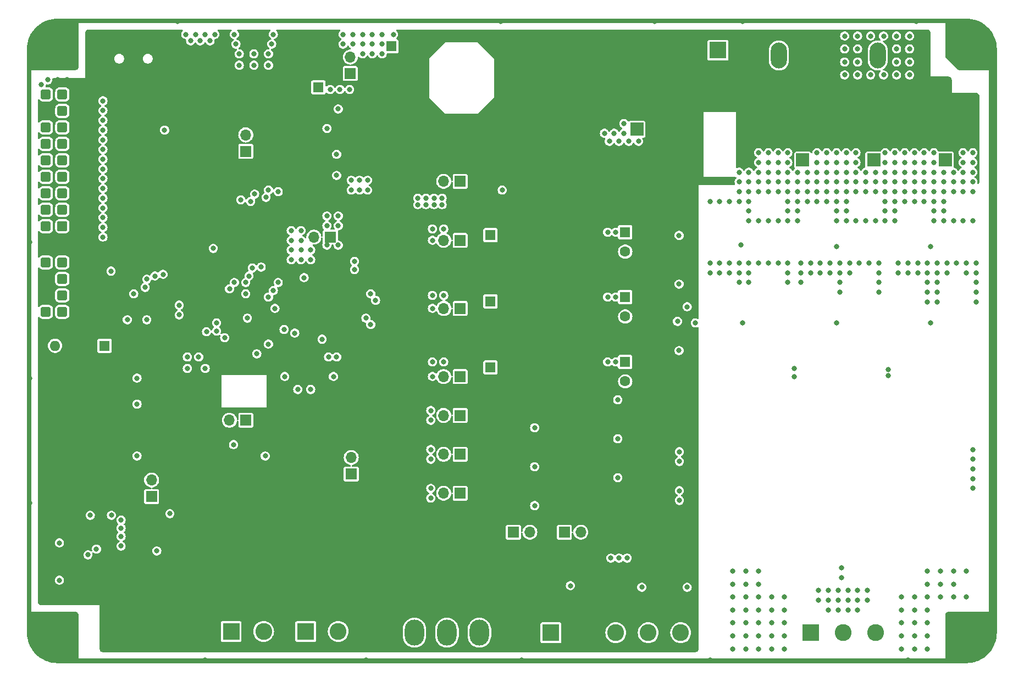
<source format=gbr>
%TF.GenerationSoftware,KiCad,Pcbnew,8.0.4*%
%TF.CreationDate,2024-09-01T17:29:21+03:00*%
%TF.ProjectId,STM32_Motor_Kit_v0.1,53544d33-325f-44d6-9f74-6f725f4b6974,rev?*%
%TF.SameCoordinates,Original*%
%TF.FileFunction,Copper,L2,Inr*%
%TF.FilePolarity,Positive*%
%FSLAX45Y45*%
G04 Gerber Fmt 4.5, Leading zero omitted, Abs format (unit mm)*
G04 Created by KiCad (PCBNEW 8.0.4) date 2024-09-01 17:29:21*
%MOMM*%
%LPD*%
G01*
G04 APERTURE LIST*
G04 Aperture macros list*
%AMRoundRect*
0 Rectangle with rounded corners*
0 $1 Rounding radius*
0 $2 $3 $4 $5 $6 $7 $8 $9 X,Y pos of 4 corners*
0 Add a 4 corners polygon primitive as box body*
4,1,4,$2,$3,$4,$5,$6,$7,$8,$9,$2,$3,0*
0 Add four circle primitives for the rounded corners*
1,1,$1+$1,$2,$3*
1,1,$1+$1,$4,$5*
1,1,$1+$1,$6,$7*
1,1,$1+$1,$8,$9*
0 Add four rect primitives between the rounded corners*
20,1,$1+$1,$2,$3,$4,$5,0*
20,1,$1+$1,$4,$5,$6,$7,0*
20,1,$1+$1,$6,$7,$8,$9,0*
20,1,$1+$1,$8,$9,$2,$3,0*%
%AMFreePoly0*
4,1,25,-0.800000,0.400000,-0.780423,0.523607,-0.723607,0.635114,-0.635114,0.723607,-0.523607,0.780423,-0.400000,0.800000,0.400000,0.800000,0.523607,0.780423,0.635114,0.723607,0.723607,0.635114,0.780423,0.523607,0.800000,0.400000,0.800000,-0.400000,0.780423,-0.523607,0.723607,-0.635114,0.635114,-0.723607,0.523607,-0.780423,0.400000,-0.800000,-0.400000,-0.800000,-0.523607,-0.780423,
-0.635114,-0.723607,-0.723607,-0.635114,-0.780423,-0.523607,-0.800000,-0.400000,-0.800000,0.400000,-0.800000,0.400000,$1*%
G04 Aperture macros list end*
%TA.AperFunction,ComponentPad*%
%ADD10R,1.700000X1.700000*%
%TD*%
%TA.AperFunction,ComponentPad*%
%ADD11O,1.700000X1.700000*%
%TD*%
%TA.AperFunction,ComponentPad*%
%ADD12R,1.600000X1.600000*%
%TD*%
%TA.AperFunction,ComponentPad*%
%ADD13C,1.600000*%
%TD*%
%TA.AperFunction,ComponentPad*%
%ADD14RoundRect,0.400000X0.400000X0.400000X-0.400000X0.400000X-0.400000X-0.400000X0.400000X-0.400000X0*%
%TD*%
%TA.AperFunction,ComponentPad*%
%ADD15C,0.800000*%
%TD*%
%TA.AperFunction,ComponentPad*%
%ADD16C,5.600000*%
%TD*%
%TA.AperFunction,ComponentPad*%
%ADD17R,2.000000X2.000000*%
%TD*%
%TA.AperFunction,ComponentPad*%
%ADD18C,2.000000*%
%TD*%
%TA.AperFunction,ComponentPad*%
%ADD19O,1.600000X1.600000*%
%TD*%
%TA.AperFunction,ComponentPad*%
%ADD20R,2.600000X2.600000*%
%TD*%
%TA.AperFunction,ComponentPad*%
%ADD21C,2.600000*%
%TD*%
%TA.AperFunction,ComponentPad*%
%ADD22O,2.500000X4.000000*%
%TD*%
%TA.AperFunction,ComponentPad*%
%ADD23FreePoly0,180.000000*%
%TD*%
%TA.AperFunction,ComponentPad*%
%ADD24O,3.000000X4.000000*%
%TD*%
%TA.AperFunction,ViaPad*%
%ADD25C,0.800000*%
%TD*%
G04 APERTURE END LIST*
D10*
%TO.N,Net-(JP13-A)*%
%TO.C,JP13*%
X10025000Y-12052500D03*
D11*
%TO.N,+5V*%
X10025000Y-11798500D03*
%TD*%
D12*
%TO.N,Net-(U9-VB)*%
%TO.C,C57*%
X14245000Y-10325000D03*
D13*
%TO.N,/Motor_Control/W_Phase_COM*%
X14245000Y-10625000D03*
%TD*%
D10*
%TO.N,+5V*%
%TO.C,JP4*%
X8402500Y-11225000D03*
D11*
%TO.N,Net-(JP4-B)*%
X8148500Y-11225000D03*
%TD*%
D12*
%TO.N,Net-(JP6-A)*%
%TO.C,C43*%
X12170000Y-8369489D03*
D13*
%TO.N,GND*%
X12170000Y-8619489D03*
%TD*%
D14*
%TO.N,/SWCLK*%
%TO.C,J2*%
X5573500Y-9555000D03*
%TO.N,/RST*%
X5319500Y-9555000D03*
%TO.N,/SWDIO*%
X5573500Y-9301000D03*
%TO.N,GND*%
X5319500Y-9301000D03*
%TO.N,Net-(J2-Pin_5)*%
X5573500Y-9047000D03*
%TO.N,GND*%
X5319500Y-9047000D03*
%TO.N,Net-(J2-Pin_7)*%
X5573500Y-8793000D03*
%TO.N,Net-(J2-Pin_8)*%
X5319500Y-8793000D03*
%TD*%
D15*
%TO.N,Chassis*%
%TO.C,H2*%
X19280000Y-5500000D03*
X19350000Y-5350000D03*
X19350000Y-5650000D03*
X19500000Y-5280000D03*
D16*
X19500000Y-5500000D03*
D15*
X19500000Y-5720000D03*
X19650000Y-5350000D03*
X19650000Y-5650000D03*
X19720000Y-5500000D03*
%TD*%
D10*
%TO.N,Net-(JP10-A)*%
%TO.C,JP10*%
X11702500Y-12350000D03*
D11*
%TO.N,+3.3V*%
X11448500Y-12350000D03*
%TD*%
D17*
%TO.N,+24V*%
%TO.C,C19*%
X14425000Y-6738232D03*
D18*
%TO.N,GND*%
X14425000Y-7238232D03*
%TD*%
D10*
%TO.N,Net-(JP6-A)*%
%TO.C,JP6*%
X11702500Y-8450000D03*
D11*
%TO.N,+15V*%
X11448500Y-8450000D03*
%TD*%
D12*
%TO.N,Net-(JP5-A)*%
%TO.C,C45*%
X12170000Y-10409489D03*
D13*
%TO.N,GND*%
X12170000Y-10659489D03*
%TD*%
D12*
%TO.N,/MCU_CAN_RX*%
%TO.C,SW1*%
X6225000Y-10075000D03*
D19*
%TO.N,+3.3V_MCU*%
X5463000Y-10075000D03*
%TD*%
D17*
%TO.N,Vbus*%
%TO.C,C58*%
X18075000Y-7211768D03*
D18*
%TO.N,GND*%
X18075000Y-6711768D03*
%TD*%
D12*
%TO.N,Net-(U7-VB)*%
%TO.C,C53*%
X14245000Y-8325000D03*
D13*
%TO.N,/Motor_Control/U_Phase_COM*%
X14245000Y-8625000D03*
%TD*%
D10*
%TO.N,Net-(JP12-A)*%
%TO.C,JP12*%
X13307500Y-12950000D03*
D11*
%TO.N,+5V*%
X13561500Y-12950000D03*
%TD*%
D17*
%TO.N,Vbus*%
%TO.C,C59*%
X19175000Y-7211768D03*
D18*
%TO.N,GND*%
X19175000Y-6711768D03*
%TD*%
D15*
%TO.N,Chassis*%
%TO.C,H4*%
X19280000Y-14500000D03*
X19350000Y-14350000D03*
X19350000Y-14650000D03*
X19500000Y-14280000D03*
D16*
X19500000Y-14500000D03*
D15*
X19500000Y-14720000D03*
X19650000Y-14350000D03*
X19650000Y-14650000D03*
X19720000Y-14500000D03*
%TD*%
D12*
%TO.N,+5V*%
%TO.C,C31*%
X10640000Y-5459735D03*
D13*
%TO.N,GND*%
X10640000Y-5959735D03*
%TD*%
D20*
%TO.N,/CanBus_Communication/CAN_L*%
%TO.C,J3*%
X8175000Y-14480500D03*
D21*
%TO.N,/CanBus_Communication/CAN_H*%
X8675000Y-14480500D03*
%TD*%
D10*
%TO.N,Net-(JP7-A)*%
%TO.C,JP7*%
X11705000Y-9500000D03*
D11*
%TO.N,+15V*%
X11451000Y-9500000D03*
%TD*%
D20*
%TO.N,GND(SHIELD)*%
%TO.C,J5*%
X13100000Y-14500000D03*
D21*
%TO.N,GND*%
X13600000Y-14500000D03*
%TO.N,Net-(J5-Pin_3)*%
X14100000Y-14500000D03*
%TO.N,Net-(J5-Pin_4)*%
X14600000Y-14500000D03*
%TO.N,Net-(J5-Pin_5)*%
X15100000Y-14500000D03*
%TD*%
D22*
%TO.N,Net-(J1-Pin_1)*%
%TO.C,F1*%
X16613000Y-5600000D03*
%TO.N,Vbus*%
X18137000Y-5600000D03*
%TD*%
D20*
%TO.N,Net-(J1-Pin_1)*%
%TO.C,J1*%
X15675000Y-5519500D03*
D21*
%TO.N,GND*%
X15175000Y-5519500D03*
%TD*%
D10*
%TO.N,Net-(JP15-A)*%
%TO.C,JP15*%
X8400000Y-7077500D03*
D11*
%TO.N,+3.3V*%
X8400000Y-6823500D03*
%TD*%
D20*
%TO.N,/Motor_Control/U_Phase_COM*%
%TO.C,J4*%
X17100000Y-14500000D03*
D21*
%TO.N,/Motor_Control/V_Phase_COM*%
X17600000Y-14500000D03*
%TO.N,/Motor_Control/W_Phase_COM*%
X18100000Y-14500000D03*
%TD*%
D12*
%TO.N,Net-(JP7-A)*%
%TO.C,C44*%
X12170000Y-9389489D03*
D13*
%TO.N,GND*%
X12170000Y-9639489D03*
%TD*%
D10*
%TO.N,Net-(JP3-A)*%
%TO.C,JP3*%
X11702500Y-7540000D03*
D11*
%TO.N,+3.3V*%
X11448500Y-7540000D03*
%TD*%
D15*
%TO.N,Chassis*%
%TO.C,H3*%
X5280000Y-14500000D03*
X5350000Y-14350000D03*
X5350000Y-14650000D03*
X5500000Y-14280000D03*
D16*
X5500000Y-14500000D03*
D15*
X5500000Y-14720000D03*
X5650000Y-14350000D03*
X5650000Y-14650000D03*
X5720000Y-14500000D03*
%TD*%
D10*
%TO.N,Net-(JP9-A)*%
%TO.C,JP9*%
X11702500Y-11750000D03*
D11*
%TO.N,+3.3V*%
X11448500Y-11750000D03*
%TD*%
D23*
%TO.N,/PC12*%
%TO.C,J6*%
X5575000Y-8233000D03*
D14*
%TO.N,/PC11*%
X5321000Y-8233000D03*
%TO.N,/PC10*%
X5575000Y-7979000D03*
%TO.N,/PC14*%
X5321000Y-7979000D03*
%TO.N,/PC15*%
X5575000Y-7725000D03*
%TO.N,/PA0*%
X5321000Y-7725000D03*
%TO.N,/PA1*%
X5575000Y-7471000D03*
%TO.N,/PA4*%
X5321000Y-7471000D03*
%TO.N,/PA5*%
X5575000Y-7217000D03*
%TO.N,/PC6*%
X5321000Y-7217000D03*
%TO.N,/PB15*%
X5575000Y-6963000D03*
%TO.N,/PB14*%
X5321000Y-6963000D03*
%TO.N,/PB13*%
X5575000Y-6709000D03*
%TO.N,/PB12*%
X5321000Y-6709000D03*
%TO.N,/PB11*%
X5575000Y-6455000D03*
%TO.N,GND*%
X5321000Y-6455000D03*
%TO.N,+5V*%
X5575000Y-6201000D03*
%TO.N,+3.3V*%
X5321000Y-6201000D03*
%TD*%
D15*
%TO.N,Chassis*%
%TO.C,H1*%
X5280000Y-5500000D03*
X5350000Y-5350000D03*
X5350000Y-5650000D03*
X5500000Y-5280000D03*
D16*
X5500000Y-5500000D03*
D15*
X5500000Y-5720000D03*
X5650000Y-5350000D03*
X5650000Y-5650000D03*
X5720000Y-5500000D03*
%TD*%
D10*
%TO.N,Net-(JP2-A)*%
%TO.C,JP2*%
X10010000Y-5877500D03*
D11*
%TO.N,+5V*%
X10010000Y-5623500D03*
%TD*%
D24*
%TO.N,+3.3V*%
%TO.C,RV1*%
X11000000Y-14500000D03*
%TO.N,Net-(D37-Pad1)*%
X11500000Y-14500000D03*
%TO.N,Net-(R88-Pad2)*%
X12000000Y-14500000D03*
%TD*%
D17*
%TO.N,Vbus*%
%TO.C,C103*%
X16980000Y-7211768D03*
D18*
%TO.N,GND*%
X16980000Y-6711768D03*
%TD*%
D10*
%TO.N,+3.3V*%
%TO.C,JP1*%
X9702500Y-8400000D03*
D11*
%TO.N,+3.3V_MCU*%
X9448500Y-8400000D03*
%TD*%
D10*
%TO.N,Net-(JP5-A)*%
%TO.C,JP5*%
X11702500Y-10550000D03*
D11*
%TO.N,+15V*%
X11448500Y-10550000D03*
%TD*%
D10*
%TO.N,Net-(JP14-A)*%
%TO.C,JP14*%
X6950000Y-12400000D03*
D11*
%TO.N,+5V*%
X6950000Y-12146000D03*
%TD*%
D20*
%TO.N,/RS485_Communication/RS485_0_P*%
%TO.C,J7*%
X9325000Y-14480500D03*
D21*
%TO.N,/RS485_Communication/RS485_0_N*%
X9825000Y-14480500D03*
%TD*%
D10*
%TO.N,Net-(JP8-A)*%
%TO.C,JP8*%
X11702500Y-11150000D03*
D11*
%TO.N,+3.3V*%
X11448500Y-11150000D03*
%TD*%
D12*
%TO.N,Net-(JP2-A)*%
%TO.C,C11*%
X9520000Y-6090511D03*
D13*
%TO.N,GND*%
X9520000Y-5840511D03*
%TD*%
D10*
%TO.N,Net-(JP11-A)*%
%TO.C,JP11*%
X12522500Y-12950000D03*
D11*
%TO.N,+3.3V*%
X12776500Y-12950000D03*
%TD*%
D12*
%TO.N,Net-(U8-VB)*%
%TO.C,C55*%
X14245000Y-9325000D03*
D13*
%TO.N,/Motor_Control/V_Phase_COM*%
X14245000Y-9625000D03*
%TD*%
D25*
%TO.N,GND*%
X9770000Y-11605000D03*
X8125000Y-8995000D03*
%TO.N,+3.3V_MCU*%
X8990000Y-9825000D03*
%TO.N,GND*%
X9288611Y-9592990D03*
X6875000Y-13050000D03*
X6875000Y-12900000D03*
%TO.N,Chassis*%
X18600000Y-14925000D03*
X15550000Y-14925000D03*
X19900000Y-13400000D03*
X19900000Y-11775000D03*
X19900000Y-10150000D03*
X19900000Y-8850000D03*
X19900000Y-7575000D03*
X19900000Y-6250000D03*
X18725000Y-5075000D03*
X16050000Y-5075000D03*
X14700000Y-5075000D03*
X12325000Y-5075000D03*
X7350000Y-5075000D03*
X5075000Y-8475000D03*
X5075000Y-10575000D03*
X5075000Y-12500000D03*
X7775000Y-14925000D03*
X10250000Y-14925000D03*
X12650000Y-14925000D03*
%TO.N,+3.3V*%
X14130000Y-10910000D03*
X7550000Y-5375000D03*
X11250000Y-11075000D03*
X11250000Y-11825000D03*
X8750000Y-5750000D03*
X11250000Y-11675000D03*
X5350000Y-5975000D03*
X8300000Y-5575000D03*
X9650000Y-6725000D03*
X9825000Y-8525000D03*
X8250000Y-5425000D03*
X7625000Y-5275000D03*
X7925000Y-5275000D03*
X11250000Y-11225000D03*
X7850000Y-5375000D03*
X8225000Y-5275000D03*
X8825000Y-5275000D03*
X9650000Y-8525000D03*
X13400000Y-13775000D03*
X8750000Y-5575000D03*
X8800000Y-5425000D03*
X7700000Y-5375000D03*
X8525000Y-5575000D03*
X5250000Y-6050000D03*
X7775000Y-5275000D03*
X11250000Y-12425000D03*
X9650000Y-8225000D03*
X8525000Y-5750000D03*
X9825000Y-8225000D03*
X7475000Y-5275000D03*
X8300000Y-5750000D03*
X14130000Y-12110000D03*
X14130000Y-11510000D03*
X9825000Y-8075000D03*
X9650000Y-8075000D03*
X11250000Y-12275000D03*
%TO.N,GND*%
X13800000Y-10000000D03*
X12025000Y-9025000D03*
X14575000Y-5500000D03*
X15200000Y-13975000D03*
X14625000Y-7950000D03*
X14800000Y-6100000D03*
X6475000Y-8650000D03*
X14725000Y-12975000D03*
X8000000Y-10375000D03*
X13975000Y-5350000D03*
X6975000Y-9600000D03*
X13675000Y-7625000D03*
X14925000Y-12075000D03*
X10439079Y-11452167D03*
X5400000Y-9775000D03*
X6555000Y-13640000D03*
X10525000Y-11050000D03*
X9200000Y-5675000D03*
X8750000Y-10375000D03*
X16750000Y-6950000D03*
X15075000Y-13125000D03*
X10250000Y-11275000D03*
X16275000Y-6350000D03*
X6700000Y-14350000D03*
X5725000Y-10800000D03*
X8950000Y-11825000D03*
X9650000Y-7700000D03*
X10575000Y-7975000D03*
X15025000Y-7950000D03*
X10800000Y-6300000D03*
X8800000Y-6600000D03*
X14300000Y-12650000D03*
X6350000Y-6175000D03*
X9650000Y-5675000D03*
X15100000Y-6100000D03*
X15325000Y-12200000D03*
X14725000Y-10925000D03*
X8975000Y-5800000D03*
X10275000Y-6550000D03*
X14300000Y-12825000D03*
X11675000Y-13125000D03*
X12425000Y-5300000D03*
X13675000Y-6375000D03*
X9350000Y-5675000D03*
X5500000Y-5975000D03*
X9989780Y-9186960D03*
X16600000Y-6800000D03*
X7050000Y-7350000D03*
X12025000Y-7250000D03*
X12250000Y-9025000D03*
X12125000Y-13925000D03*
X6537598Y-9817182D03*
X16600000Y-6650000D03*
X10125000Y-6850000D03*
X14800000Y-5350000D03*
X10100000Y-12500000D03*
X6900000Y-5375000D03*
X10975000Y-13125000D03*
X7400000Y-12300000D03*
X8000000Y-14000000D03*
X15250000Y-6100000D03*
X14725000Y-11475000D03*
X8700000Y-12800000D03*
X7511407Y-11100485D03*
X15200000Y-12825000D03*
X16275000Y-6200000D03*
X8700000Y-14000000D03*
X15200000Y-11300000D03*
X10650000Y-10500000D03*
X8312082Y-9422195D03*
X6975000Y-9450000D03*
X8900000Y-13100000D03*
X14800000Y-5950000D03*
X14525000Y-11475000D03*
X6675000Y-5375000D03*
X12450000Y-8500000D03*
X9050000Y-5675000D03*
X7725000Y-11900000D03*
X14925000Y-12975000D03*
X13200000Y-11950000D03*
X13800000Y-9000000D03*
X19450000Y-6800000D03*
X12875000Y-5250000D03*
X15200000Y-12200000D03*
X12000000Y-10950000D03*
X13925000Y-12825000D03*
X12250000Y-10050000D03*
X10200000Y-8400000D03*
X13125000Y-5250000D03*
X10125000Y-7000000D03*
X12560000Y-10760000D03*
X11850000Y-13925000D03*
X14500000Y-12975000D03*
X12450000Y-12275000D03*
X9900000Y-13700000D03*
X14650000Y-14150000D03*
X15750000Y-6350000D03*
X7400000Y-12700000D03*
X11000000Y-11200000D03*
X14800000Y-6250000D03*
X7075000Y-9900000D03*
X7600000Y-6075000D03*
X12650000Y-13675000D03*
X16450000Y-6800000D03*
X8800000Y-7450000D03*
X12675000Y-7250000D03*
X9650000Y-7925000D03*
X13675000Y-6525000D03*
X7050000Y-10550000D03*
X8875000Y-7325000D03*
X13375000Y-5400000D03*
X6575000Y-10975000D03*
X15325000Y-11450000D03*
X6905000Y-13765000D03*
X14725000Y-12825000D03*
X8950000Y-11625000D03*
X19600000Y-11675000D03*
X15200000Y-12075000D03*
X7250000Y-7350000D03*
X13250000Y-9725000D03*
X14800000Y-5500000D03*
X5700000Y-6325000D03*
X5725000Y-11600000D03*
X13200000Y-12150000D03*
X12625000Y-5250000D03*
X9275000Y-5800000D03*
X15925000Y-6200000D03*
X10650000Y-10200000D03*
X14600000Y-9825000D03*
X9925000Y-9825000D03*
X9100000Y-12800000D03*
X19600000Y-6500000D03*
X9900000Y-12500000D03*
X13975000Y-9000000D03*
X11075000Y-8925000D03*
X7100000Y-11850000D03*
X15000000Y-10475000D03*
X16750000Y-6500000D03*
X7963430Y-12827951D03*
X9650000Y-10400000D03*
X10975000Y-13925000D03*
X10090664Y-11100884D03*
X16900000Y-6500000D03*
X9900000Y-12800000D03*
X13825000Y-8050000D03*
X5400000Y-11600000D03*
X14500000Y-12650000D03*
X8900000Y-14000000D03*
X7500000Y-7400000D03*
X13675000Y-7350000D03*
X15325000Y-12075000D03*
X14800000Y-5800000D03*
X13975000Y-5500000D03*
X7500000Y-8075000D03*
X8125000Y-6200000D03*
X16100000Y-6200000D03*
X13700000Y-13975000D03*
X12225000Y-7250000D03*
X11100000Y-9700000D03*
X15325000Y-11600000D03*
X12350000Y-8625000D03*
X19600000Y-6950000D03*
X15925000Y-6350000D03*
X7050000Y-7175000D03*
X8975000Y-5550000D03*
X14725000Y-12075000D03*
X16600000Y-6500000D03*
X11200000Y-13450000D03*
X7750000Y-6075000D03*
X10100000Y-13400000D03*
X8250000Y-7925000D03*
X6600000Y-10400000D03*
X14000000Y-12000000D03*
X16750000Y-6650000D03*
X10700000Y-13450000D03*
X5650000Y-5975000D03*
X14825000Y-7725000D03*
X15200000Y-12975000D03*
X13125000Y-5400000D03*
X14950000Y-5500000D03*
X8900000Y-13700000D03*
X19150000Y-6500000D03*
X7250000Y-6975000D03*
X6325000Y-9825000D03*
X15225000Y-7950000D03*
X9525000Y-10900000D03*
X15575000Y-6350000D03*
X12225000Y-7075000D03*
X8338500Y-11600000D03*
X8900000Y-13400000D03*
X7825000Y-6200000D03*
X9150000Y-7700000D03*
X19450000Y-6650000D03*
X15200000Y-12600000D03*
X19600000Y-6800000D03*
X19300000Y-6950000D03*
X15325000Y-12600000D03*
X9838835Y-10701215D03*
X10700000Y-14750000D03*
X7675000Y-6200000D03*
X14925000Y-12825000D03*
X5795000Y-8700000D03*
X8050000Y-6075000D03*
X13050000Y-13425000D03*
X15025000Y-7725000D03*
X10100000Y-13700000D03*
X7300000Y-14650000D03*
X6575000Y-11775000D03*
X10950000Y-6300000D03*
X19600000Y-6350000D03*
X5600000Y-10375000D03*
X13250000Y-5325000D03*
X12675000Y-7075000D03*
X13200000Y-7625000D03*
X6500000Y-14000000D03*
X7500000Y-7000000D03*
X14700000Y-13325000D03*
X5400000Y-10375000D03*
X10425000Y-13675000D03*
X12725000Y-9025000D03*
X15025000Y-14150000D03*
X10100000Y-13100000D03*
X11000000Y-11750000D03*
X9900000Y-13100000D03*
X12850000Y-10755000D03*
X12875000Y-5400000D03*
X7950000Y-11650000D03*
X8000000Y-13800000D03*
X13250000Y-10550000D03*
X7525000Y-6200000D03*
X9475000Y-9875000D03*
X9775000Y-9000000D03*
X14150000Y-10000000D03*
X19600000Y-6650000D03*
X8900000Y-10675000D03*
X15075000Y-12975000D03*
X8875000Y-12175000D03*
X17050000Y-6500000D03*
X9100000Y-12200000D03*
X16450000Y-6650000D03*
X12450000Y-10500000D03*
X19600000Y-11975000D03*
X13675000Y-7150000D03*
X7325000Y-10150000D03*
X14700000Y-10750000D03*
X7850000Y-11100000D03*
X16450000Y-6500000D03*
X14950000Y-5800000D03*
X15325000Y-13625000D03*
X9400000Y-7700000D03*
X7950000Y-12175000D03*
X9150000Y-10450000D03*
X12450000Y-7250000D03*
X8000000Y-13400000D03*
X13250000Y-8725000D03*
X6710000Y-6185000D03*
X13700000Y-14125000D03*
X10409670Y-9870953D03*
X8700000Y-13100000D03*
X8650000Y-7225000D03*
X7650000Y-8500000D03*
X14500000Y-12825000D03*
X12475000Y-10050000D03*
X12000000Y-11550000D03*
X10425000Y-13925000D03*
X8250000Y-10250000D03*
X15200000Y-11600000D03*
X12450000Y-12025000D03*
X6150000Y-9825000D03*
X13000000Y-5475000D03*
X8900000Y-11200000D03*
X6225000Y-10375000D03*
X7975000Y-5950000D03*
X14525000Y-12075000D03*
X10125000Y-6700000D03*
X15000000Y-10750000D03*
X10275000Y-6700000D03*
X8900000Y-12500000D03*
X13200000Y-11325000D03*
X7000000Y-14650000D03*
X14925000Y-10925000D03*
X13675000Y-6675000D03*
X14575000Y-5650000D03*
X10975000Y-13450000D03*
X10950000Y-10500000D03*
X15750000Y-6200000D03*
X8700000Y-13400000D03*
X12450000Y-7075000D03*
X15100000Y-5950000D03*
X13000000Y-5325000D03*
X13050000Y-13575000D03*
X17200000Y-6950000D03*
X12450000Y-11425000D03*
X7250000Y-12050000D03*
X12750000Y-5475000D03*
X8650000Y-7025000D03*
X10950000Y-9150000D03*
X13125000Y-5550000D03*
X10150000Y-9550000D03*
X12725000Y-10050000D03*
X14075000Y-7675000D03*
X10700000Y-14475000D03*
X15425000Y-6250000D03*
X6700000Y-14650000D03*
X15575000Y-6200000D03*
X11850000Y-13675000D03*
X14325000Y-10000000D03*
X7500000Y-6600000D03*
X19600000Y-12275000D03*
X14150000Y-9000000D03*
X7250000Y-7175000D03*
X10200000Y-7975000D03*
X7450000Y-6075000D03*
X9650000Y-10700000D03*
X14800000Y-5650000D03*
X7500000Y-7200000D03*
X13125000Y-5700000D03*
X14925000Y-11475000D03*
X13375000Y-5250000D03*
X14275000Y-5350000D03*
X19450000Y-6950000D03*
X12450000Y-11075000D03*
X7600000Y-14650000D03*
X14100000Y-12650000D03*
X11075000Y-8675000D03*
X15325000Y-11950000D03*
X10600000Y-9000000D03*
X8875000Y-6925000D03*
X11850000Y-14200000D03*
X7675000Y-5950000D03*
X7500000Y-6800000D03*
X10675000Y-11200000D03*
X14275000Y-8050000D03*
X16450000Y-6950000D03*
X9150000Y-7925000D03*
X14475000Y-13975000D03*
X13650000Y-11550000D03*
X5400000Y-10800000D03*
X8975000Y-9975000D03*
X16900000Y-6950000D03*
X10575000Y-13050000D03*
X11100000Y-10950000D03*
X12450000Y-12625000D03*
X16450000Y-6350000D03*
X14925000Y-12650000D03*
X6975000Y-9750000D03*
X10975000Y-13675000D03*
X5600000Y-10200000D03*
X8875000Y-7125000D03*
X10950000Y-6425000D03*
X15325000Y-13475000D03*
X12750000Y-5325000D03*
X19600000Y-12125000D03*
X13200000Y-10950000D03*
X13525000Y-6675000D03*
X8650000Y-6825000D03*
X6375000Y-14500000D03*
X8700000Y-11200000D03*
X12025000Y-7425000D03*
X8500000Y-14000000D03*
X16750000Y-6800000D03*
X12325000Y-8025000D03*
X7300000Y-14350000D03*
X16100000Y-6350000D03*
X16600000Y-6950000D03*
X6450000Y-5375000D03*
X17050000Y-6950000D03*
X9150000Y-10950000D03*
X9725000Y-6600000D03*
X8900000Y-12800000D03*
X14100000Y-12825000D03*
X8600000Y-7350000D03*
X7900000Y-7025000D03*
X7850000Y-10850000D03*
X5600000Y-9925000D03*
X10650000Y-6300000D03*
X15075000Y-12825000D03*
X9125000Y-5800000D03*
X6000000Y-11000000D03*
X10425000Y-13450000D03*
X8125000Y-5950000D03*
X7100000Y-7900000D03*
X8150000Y-8475000D03*
X8275000Y-6200000D03*
X13650000Y-12150000D03*
X10350000Y-6425000D03*
X8900000Y-10950000D03*
X10275000Y-6850000D03*
X12025000Y-7075000D03*
X15250000Y-6250000D03*
X10125000Y-6550000D03*
X10275000Y-7000000D03*
X12025000Y-12658284D03*
X14950000Y-5650000D03*
X7050000Y-6975000D03*
X7775000Y-10175000D03*
X13525000Y-13825000D03*
X6475000Y-6325000D03*
X13250000Y-8550000D03*
X13525000Y-13675000D03*
X5850000Y-8925000D03*
X14650000Y-13975000D03*
X5850000Y-9375000D03*
X12350000Y-13675000D03*
X9850000Y-10100000D03*
X14625000Y-7725000D03*
X9775000Y-9550000D03*
X9400000Y-7925000D03*
X8650000Y-6600000D03*
X9400000Y-8150000D03*
X10650000Y-6425000D03*
X15200000Y-11450000D03*
X11025000Y-6800000D03*
X8775000Y-8875000D03*
X11100000Y-9950000D03*
X19450000Y-6350000D03*
X7675000Y-9600000D03*
X12025000Y-10050000D03*
X12225000Y-7425000D03*
X17200000Y-6650000D03*
X7600000Y-14350000D03*
X7953751Y-12396733D03*
X12000000Y-12150000D03*
X12450000Y-9500000D03*
X15325000Y-12975000D03*
X19300000Y-6500000D03*
X13675000Y-6225000D03*
X15325000Y-13125000D03*
X11025000Y-6950000D03*
X12450000Y-7425000D03*
X14950000Y-6100000D03*
X7700000Y-6600000D03*
X10950000Y-10200000D03*
X14125000Y-5350000D03*
X6375000Y-14650000D03*
X15200000Y-11950000D03*
X13250000Y-9550000D03*
X10425000Y-14200000D03*
X13825000Y-13125000D03*
X14950000Y-6250000D03*
X12025000Y-8025000D03*
X14325000Y-9000000D03*
X13200000Y-11575000D03*
X7275000Y-9900000D03*
X14525000Y-10925000D03*
X9780178Y-9188268D03*
X12575000Y-8025000D03*
X13525000Y-14125000D03*
X9150000Y-8150000D03*
X12725000Y-8025000D03*
X8275000Y-13575000D03*
X19300000Y-6350000D03*
X15025000Y-13975000D03*
X12450000Y-11675000D03*
X7200000Y-10025000D03*
X7500000Y-7900000D03*
X9125000Y-5550000D03*
X12350000Y-10650000D03*
X9765000Y-11225000D03*
X14725000Y-12650000D03*
X10850000Y-11200000D03*
X10425000Y-14475000D03*
X13250000Y-5475000D03*
X9275000Y-5550000D03*
X13525000Y-13975000D03*
X7000000Y-14350000D03*
X13125000Y-5975000D03*
X9450000Y-6600000D03*
X13200000Y-7425000D03*
X9100000Y-13700000D03*
X15225000Y-7725000D03*
X9450000Y-7450000D03*
X5725000Y-11000000D03*
X13200000Y-12550000D03*
X10375000Y-10900000D03*
X6375000Y-14350000D03*
X19150000Y-6950000D03*
X7200000Y-5650000D03*
X11100000Y-10700000D03*
X12475000Y-9025000D03*
X12675000Y-7425000D03*
X8750000Y-11625000D03*
X15200000Y-14150000D03*
X6475000Y-6525000D03*
X15225000Y-10150000D03*
X7100000Y-11625000D03*
X13125000Y-5840000D03*
X15225000Y-10425000D03*
X12875000Y-7175000D03*
X10100000Y-12800000D03*
X6000000Y-11800000D03*
X6175000Y-5650000D03*
X16450000Y-6200000D03*
X14950000Y-5950000D03*
X10025000Y-9425000D03*
X6850000Y-7175000D03*
X10800000Y-6425000D03*
X7600000Y-14000000D03*
X7600000Y-11775000D03*
X13925000Y-12975000D03*
X7400000Y-14000000D03*
X15325000Y-11300000D03*
X6575000Y-6750000D03*
X14475000Y-14150000D03*
X8275000Y-12825000D03*
X7250000Y-12250000D03*
X13650000Y-10950000D03*
X13250000Y-10725000D03*
X7513063Y-10544241D03*
X7900000Y-6075000D03*
X13525000Y-6525000D03*
X8700000Y-12500000D03*
X10700000Y-13925000D03*
X17200000Y-6500000D03*
X5725000Y-11800000D03*
X13200000Y-7825000D03*
X9100000Y-13400000D03*
X8000000Y-13600000D03*
X7775000Y-7025000D03*
X13500000Y-5325000D03*
X10500000Y-6300000D03*
X9775000Y-8700000D03*
X6875000Y-6750000D03*
X14825000Y-7950000D03*
X14950000Y-5350000D03*
X14075000Y-7375000D03*
X12350000Y-9650000D03*
X11000000Y-12350000D03*
X7975000Y-6200000D03*
X6319890Y-8524191D03*
X10950000Y-9450000D03*
X10700000Y-13675000D03*
X14100000Y-12975000D03*
X17200000Y-6800000D03*
X14425000Y-5350000D03*
X15100000Y-6250000D03*
X12125000Y-14200000D03*
X6450000Y-10125000D03*
X10200000Y-8950000D03*
X15250000Y-5950000D03*
X15200000Y-13125000D03*
X14000000Y-11400000D03*
X13925000Y-12650000D03*
X16600000Y-6200000D03*
X13975000Y-10000000D03*
X14625000Y-9000000D03*
X9500000Y-5675000D03*
X8875000Y-6725000D03*
X11025000Y-7100000D03*
X10850000Y-11750000D03*
X14575000Y-5350000D03*
X7850000Y-10600000D03*
X10500000Y-6425000D03*
X19450000Y-6500000D03*
X7050000Y-10950000D03*
X11800000Y-13450000D03*
X16600000Y-6350000D03*
X13525000Y-13525000D03*
X9900000Y-13400000D03*
X15250000Y-5800000D03*
X10700000Y-14200000D03*
X15325000Y-12825000D03*
X9700000Y-5800000D03*
X15100000Y-5800000D03*
X14300000Y-12975000D03*
X10850000Y-12350000D03*
X10950000Y-8400000D03*
X9100000Y-12500000D03*
X9100000Y-13100000D03*
X6325000Y-9675000D03*
X8700000Y-13700000D03*
X12325000Y-7825000D03*
X14050000Y-8050000D03*
X13675000Y-7775000D03*
X10600000Y-8400000D03*
X19600000Y-11825000D03*
X9725000Y-6825000D03*
X10425000Y-14750000D03*
%TO.N,/RST*%
X8570033Y-10200000D03*
X6725000Y-10575000D03*
%TO.N,+5V*%
X10200000Y-5275000D03*
X10500000Y-5275000D03*
X7150000Y-6750000D03*
X14275000Y-13350000D03*
X10200000Y-5575000D03*
X10200000Y-5425000D03*
X10675000Y-5275000D03*
X10350000Y-5575000D03*
X10050000Y-5275000D03*
X9825000Y-6425000D03*
X14150000Y-13350000D03*
X14500000Y-13800000D03*
X10050000Y-5425000D03*
X10350000Y-5425000D03*
X10350000Y-5275000D03*
X9900000Y-5425000D03*
X6325000Y-8925000D03*
X14025000Y-13350000D03*
X9900000Y-5275000D03*
X10500000Y-5425000D03*
X15200000Y-13800000D03*
X10500000Y-5575000D03*
%TO.N,+3.3V_MCU*%
X9300000Y-9025000D03*
X9250000Y-8750000D03*
X9155000Y-9880000D03*
X7950000Y-9725000D03*
X9400000Y-8750000D03*
X9100000Y-8300000D03*
X9250000Y-8600000D03*
X6725000Y-11775000D03*
X7950000Y-9850000D03*
X9250000Y-8300000D03*
X9100000Y-8750000D03*
X7795000Y-9860000D03*
X9100000Y-8600000D03*
X6725000Y-10975000D03*
X9250000Y-8450000D03*
X7900000Y-8575000D03*
X9400000Y-8600000D03*
X9100000Y-8450000D03*
X8075000Y-9950000D03*
%TO.N,+24V*%
X14150000Y-6925000D03*
X14000000Y-6925000D03*
X14450000Y-6925000D03*
X10150000Y-7675000D03*
X13925000Y-6800000D03*
X10150000Y-7525000D03*
X10025000Y-7525000D03*
X10275000Y-7675000D03*
X10275000Y-7525000D03*
X10025000Y-7675000D03*
X14225000Y-6800000D03*
X14225000Y-6650000D03*
X14300000Y-6925000D03*
X14075000Y-6800000D03*
%TO.N,+15V*%
X9800000Y-7450000D03*
X11450000Y-8275000D03*
X11275000Y-10550000D03*
X11050000Y-7800000D03*
X9800000Y-7125000D03*
X11275000Y-9500000D03*
X11300000Y-7900000D03*
X11275000Y-10325000D03*
X11175000Y-7800000D03*
X11275000Y-8450000D03*
X11275000Y-9300000D03*
X11425000Y-7900000D03*
X11050000Y-7900000D03*
X11450000Y-10325000D03*
X11275000Y-8275000D03*
X11425000Y-7800000D03*
X11175000Y-7900000D03*
X11300000Y-7800000D03*
X11450000Y-9300000D03*
%TO.N,/ENC_CLK_A*%
X9675000Y-10250000D03*
X7375000Y-9450000D03*
%TO.N,/ENC_DATA_B*%
X7375000Y-9600000D03*
X9800000Y-10250000D03*
%TO.N,Net-(U9-VB)*%
X14100000Y-10325000D03*
X13975000Y-10325000D03*
%TO.N,/Motor_Control/U_Phase_COM*%
X16150000Y-8800000D03*
X16100000Y-14150000D03*
X16100000Y-13550000D03*
X16300000Y-14750000D03*
X16700000Y-14350000D03*
X16500000Y-14350000D03*
X16500000Y-14750000D03*
X16500000Y-13950000D03*
X16300000Y-13550000D03*
X16750000Y-8800000D03*
X16000000Y-9100000D03*
X15900000Y-14550000D03*
X15900000Y-14150000D03*
X16100000Y-14550000D03*
X16700000Y-14550000D03*
X16700000Y-14750000D03*
X16600000Y-8800000D03*
X15550000Y-8800000D03*
X16300000Y-13750000D03*
X16300000Y-14350000D03*
X16750000Y-8950000D03*
X15700000Y-8950000D03*
X16150000Y-9100000D03*
X16700000Y-14150000D03*
X16300000Y-14550000D03*
X15900000Y-13750000D03*
X16700000Y-13950000D03*
X15900000Y-13950000D03*
X16000000Y-8800000D03*
X16450000Y-8800000D03*
X16100000Y-13750000D03*
X15900000Y-14750000D03*
X16300000Y-14150000D03*
X15900000Y-14350000D03*
X16100000Y-13950000D03*
X15900000Y-13550000D03*
X15850000Y-8800000D03*
X15850000Y-8950000D03*
X16300000Y-13950000D03*
X16500000Y-14550000D03*
X15700000Y-8800000D03*
X16000000Y-8950000D03*
X16100000Y-14750000D03*
X16750000Y-9100000D03*
X16100000Y-14350000D03*
X16500000Y-14150000D03*
X15550000Y-8950000D03*
X16150000Y-8950000D03*
X16300000Y-8800000D03*
%TO.N,/Motor_Control/V_Phase_COM*%
X17825000Y-14000000D03*
X16950000Y-8950000D03*
X16950000Y-9100000D03*
X18150000Y-9250000D03*
X17675000Y-13850000D03*
X17550000Y-9250000D03*
X17375000Y-13850000D03*
X17675000Y-14000000D03*
X17550000Y-8950000D03*
X17400000Y-8950000D03*
X17700000Y-8800000D03*
X17975000Y-14000000D03*
X17225000Y-14000000D03*
X17575000Y-13500000D03*
X17550000Y-8800000D03*
X18150000Y-8950000D03*
X17225000Y-13850000D03*
X17250000Y-8800000D03*
X17700000Y-8950000D03*
X17525000Y-14150000D03*
X18150000Y-9100000D03*
X17550000Y-9100000D03*
X18000000Y-8800000D03*
X17975000Y-13850000D03*
X17850000Y-8800000D03*
X17375000Y-14000000D03*
X16950000Y-8800000D03*
X17825000Y-13850000D03*
X17525000Y-14000000D03*
X18150000Y-8800000D03*
X17400000Y-8800000D03*
X17575000Y-13650000D03*
X17525000Y-13850000D03*
X17100000Y-8800000D03*
X17825000Y-14150000D03*
X17250000Y-8950000D03*
X17675000Y-14150000D03*
X17100000Y-8950000D03*
X17375000Y-14150000D03*
%TO.N,Net-(JP2-A)*%
X9850000Y-6125000D03*
X10000000Y-6125000D03*
X9700000Y-6125000D03*
%TO.N,/Motor_Control/W_Phase_COM*%
X18450000Y-8950000D03*
X18700000Y-14750000D03*
X19300000Y-13550000D03*
X18600000Y-8800000D03*
X19500000Y-13550000D03*
X19100000Y-13950000D03*
X18900000Y-8800000D03*
X18700000Y-14350000D03*
X19350000Y-8800000D03*
X19300000Y-13950000D03*
X18750000Y-8800000D03*
X18700000Y-14550000D03*
X18600000Y-8950000D03*
X18450000Y-8800000D03*
X18500000Y-13950000D03*
X19300000Y-13750000D03*
X19050000Y-9100000D03*
X19200000Y-8800000D03*
X18500000Y-14750000D03*
X18900000Y-14150000D03*
X19050000Y-9400000D03*
X18900000Y-8950000D03*
X18900000Y-14550000D03*
X19100000Y-13550000D03*
X18700000Y-13950000D03*
X18500000Y-14150000D03*
X18900000Y-13750000D03*
X18500000Y-14550000D03*
X19650000Y-8800000D03*
X19050000Y-9250000D03*
X19500000Y-8800000D03*
X19650000Y-9400000D03*
X18700000Y-14150000D03*
X19050000Y-8950000D03*
X19500000Y-13950000D03*
X18900000Y-9100000D03*
X18900000Y-13950000D03*
X19500000Y-8950000D03*
X19200000Y-8950000D03*
X19650000Y-8950000D03*
X18500000Y-14350000D03*
X18900000Y-14350000D03*
X18900000Y-9400000D03*
X18900000Y-9250000D03*
X18900000Y-13550000D03*
X18750000Y-8950000D03*
X19650000Y-9250000D03*
X18900000Y-14750000D03*
X19100000Y-13750000D03*
X19650000Y-9100000D03*
X19050000Y-8800000D03*
%TO.N,Vbus*%
X19600000Y-7700000D03*
X16600000Y-8150000D03*
X19150000Y-7400000D03*
X16600000Y-7250000D03*
X17950000Y-8150000D03*
X17350000Y-7700000D03*
X16300000Y-7250000D03*
X18425000Y-5900000D03*
X17650000Y-7250000D03*
X17950000Y-7550000D03*
X17200000Y-7250000D03*
X18850000Y-7100000D03*
X18550000Y-7850000D03*
X18850000Y-7550000D03*
X17825000Y-5900000D03*
X18400000Y-7700000D03*
X17825000Y-5700000D03*
X18250000Y-8150000D03*
X17050000Y-7400000D03*
X17050000Y-7700000D03*
X18425000Y-5500000D03*
X17800000Y-7700000D03*
X18400000Y-8000000D03*
X18550000Y-7250000D03*
X16450000Y-7700000D03*
X19450000Y-8150000D03*
X18850000Y-7700000D03*
X16750000Y-7550000D03*
X17825000Y-5300000D03*
X17625000Y-5700000D03*
X18850000Y-7250000D03*
X19150000Y-8150000D03*
X16600000Y-7400000D03*
X18100000Y-7400000D03*
X18850000Y-7850000D03*
X19450000Y-7550000D03*
X18550000Y-7700000D03*
X17200000Y-7550000D03*
X16450000Y-7550000D03*
X17500000Y-7550000D03*
X17500000Y-7400000D03*
X18700000Y-7100000D03*
X16900000Y-7700000D03*
X17050000Y-7550000D03*
X18250000Y-7100000D03*
X19300000Y-7400000D03*
X17500000Y-7100000D03*
X18400000Y-7550000D03*
X18550000Y-7100000D03*
X17950000Y-7400000D03*
X19300000Y-8150000D03*
X16150000Y-7400000D03*
X18625000Y-5700000D03*
X17350000Y-7400000D03*
X17625000Y-5900000D03*
X16900000Y-7850000D03*
X18700000Y-7550000D03*
X16150000Y-7700000D03*
X16300000Y-7400000D03*
X16600000Y-7700000D03*
X18250000Y-7400000D03*
X19450000Y-7400000D03*
X19300000Y-7700000D03*
X17650000Y-8150000D03*
X19000000Y-7850000D03*
X19150000Y-7550000D03*
X17800000Y-7400000D03*
X18850000Y-7400000D03*
X16750000Y-7700000D03*
X19450000Y-7250000D03*
X19150000Y-7700000D03*
X16750000Y-7250000D03*
X19000000Y-7400000D03*
X16450000Y-7400000D03*
X18225000Y-5900000D03*
X17500000Y-7850000D03*
X19150000Y-7700000D03*
X17500000Y-7700000D03*
X16900000Y-8150000D03*
X18400000Y-7100000D03*
X18400000Y-8150000D03*
X19000000Y-7700000D03*
X17950000Y-7700000D03*
X19150000Y-7850000D03*
X16000000Y-7700000D03*
X17800000Y-7250000D03*
X17350000Y-7100000D03*
X19600000Y-7250000D03*
X19000000Y-7250000D03*
X18250000Y-7850000D03*
X16900000Y-7400000D03*
X18250000Y-8000000D03*
X19600000Y-8150000D03*
X16150000Y-8000000D03*
X17350000Y-7550000D03*
X17200000Y-7400000D03*
X17500000Y-7250000D03*
X16150000Y-8150000D03*
X16000000Y-7550000D03*
X17650000Y-7550000D03*
X17200000Y-7100000D03*
X18250000Y-7700000D03*
X18550000Y-7400000D03*
X19600000Y-7550000D03*
X17625000Y-5300000D03*
X19450000Y-7100000D03*
X17650000Y-7400000D03*
X19600000Y-7400000D03*
X17800000Y-8150000D03*
X17825000Y-5500000D03*
X17650000Y-7100000D03*
X16300000Y-7100000D03*
X18025000Y-5300000D03*
X16600000Y-7550000D03*
X19000000Y-8150000D03*
X17650000Y-8000000D03*
X18400000Y-7250000D03*
X18625000Y-5500000D03*
X18700000Y-7400000D03*
X17650000Y-7850000D03*
X19000000Y-7100000D03*
X16900000Y-8000000D03*
X16300000Y-7700000D03*
X16000000Y-7850000D03*
X19150000Y-7700000D03*
X18425000Y-5300000D03*
X19000000Y-8000000D03*
X16450000Y-7250000D03*
X18700000Y-7850000D03*
X18400000Y-7850000D03*
X16450000Y-7100000D03*
X18100000Y-7700000D03*
X18250000Y-7550000D03*
X17200000Y-7700000D03*
X18400000Y-7400000D03*
X17350000Y-7250000D03*
X18250000Y-7250000D03*
X18225000Y-5300000D03*
X17350000Y-7850000D03*
X19300000Y-7550000D03*
X16300000Y-8150000D03*
X16900000Y-7550000D03*
X15850000Y-7850000D03*
X17650000Y-7700000D03*
X17500000Y-8150000D03*
X18025000Y-5900000D03*
X16450000Y-8150000D03*
X17050000Y-7850000D03*
X16750000Y-8150000D03*
X18100000Y-7550000D03*
X17625000Y-5500000D03*
X19000000Y-7550000D03*
X19150000Y-8000000D03*
X16750000Y-7100000D03*
X19450000Y-7700000D03*
X16750000Y-7850000D03*
X16750000Y-8000000D03*
X16600000Y-7100000D03*
X17500000Y-8000000D03*
X18700000Y-7250000D03*
X16150000Y-7550000D03*
X18700000Y-7700000D03*
X16300000Y-7550000D03*
X18100000Y-8150000D03*
X17200000Y-7850000D03*
X15550000Y-7850000D03*
X17800000Y-7550000D03*
X17800000Y-7100000D03*
X18550000Y-7550000D03*
X19600000Y-7100000D03*
X18625000Y-5900000D03*
X16150000Y-7850000D03*
X16000000Y-7400000D03*
X15700000Y-7850000D03*
X18425000Y-5700000D03*
X18625000Y-5300000D03*
X16750000Y-7400000D03*
%TO.N,Net-(JP3-A)*%
X12350000Y-7675000D03*
%TO.N,Net-(JP4-B)*%
X8211500Y-11600000D03*
X8700000Y-11775000D03*
%TO.N,/MCU_CAN_RX*%
X7500000Y-10250000D03*
X7675000Y-10250000D03*
%TO.N,Net-(U7-VB)*%
X13975000Y-8325000D03*
X14100000Y-8325000D03*
%TO.N,/Motor_Control/V_Shunt_High*%
X16850000Y-10430000D03*
X15080000Y-11710000D03*
%TO.N,Net-(U8-VB)*%
X13975000Y-9325000D03*
X14100000Y-9325000D03*
%TO.N,Net-(JP8-A)*%
X12850000Y-11340500D03*
%TO.N,/Motor_Control/W_Shunt_High*%
X18300000Y-10440000D03*
X15080000Y-12310000D03*
%TO.N,Net-(JP9-A)*%
X12850000Y-11940500D03*
%TO.N,Net-(JP10-A)*%
X12850000Y-12540500D03*
%TO.N,Net-(JP14-A)*%
X7030000Y-13240000D03*
X7230000Y-12665000D03*
%TO.N,Net-(D15-Pad2)*%
X15075000Y-8375000D03*
X16025000Y-8525000D03*
%TO.N,Net-(D16-Pad2)*%
X16050000Y-9725000D03*
X15325000Y-9725000D03*
%TO.N,Net-(D19-Pad2)*%
X15075000Y-9125000D03*
X17500000Y-8550000D03*
%TO.N,Net-(D20-Pad2)*%
X15050000Y-9700000D03*
X17500000Y-9725000D03*
%TO.N,Net-(D23-Pad2)*%
X18950000Y-8550000D03*
X15200000Y-9475000D03*
%TO.N,Net-(D24-Pad2)*%
X18950000Y-9725000D03*
X15075000Y-10150000D03*
%TO.N,Net-(U15-QA)*%
X6005000Y-12690000D03*
X6330000Y-12690000D03*
%TO.N,Net-(U15-QB)*%
X6480000Y-12765000D03*
X5530000Y-13115000D03*
%TO.N,Net-(U15-QC)*%
X6100000Y-13210000D03*
X6480000Y-12890000D03*
%TO.N,Net-(U15-QD)*%
X6480000Y-13015000D03*
X5970000Y-13300000D03*
%TO.N,Net-(U15-QE)*%
X5530000Y-13690000D03*
X6480000Y-13165000D03*
%TO.N,/USART2_TX*%
X9200000Y-10750000D03*
X9400000Y-10750000D03*
%TO.N,/Motor_Control/UVW_Phase_Total*%
X15080000Y-12460000D03*
X16850000Y-10550000D03*
X18300000Y-10540000D03*
X15080000Y-11860000D03*
%TO.N,/User_Button*%
X6850000Y-9175000D03*
X6675000Y-9275000D03*
%TO.N,/MCU/PA5*%
X6200000Y-7200000D03*
X8637500Y-8862500D03*
%TO.N,/MCU/PC6*%
X6200000Y-7050000D03*
X8325000Y-7825000D03*
%TO.N,/MCU/PC12*%
X6875000Y-9050000D03*
X6200000Y-8400000D03*
%TO.N,/MCU/PB11*%
X6200000Y-6300000D03*
X8900000Y-7700000D03*
%TO.N,/MCU/PB12*%
X8750000Y-7675000D03*
X6200000Y-6450000D03*
%TO.N,/MCU/PB13*%
X6200000Y-6600000D03*
X8712500Y-7787500D03*
%TO.N,/MCU/PA1*%
X8450000Y-9000000D03*
X6200000Y-7500000D03*
%TO.N,/MCU/PB14*%
X8537500Y-7737500D03*
X6200000Y-6750000D03*
%TO.N,/MCU/PB15*%
X6200000Y-6900000D03*
X8475000Y-7850000D03*
%TO.N,/MCU/PC10*%
X6200000Y-8100000D03*
X7125000Y-8975000D03*
%TO.N,/MCU/PC11*%
X7000000Y-9000000D03*
X6200000Y-8250000D03*
%TO.N,/SN74HC_OE*%
X7500000Y-10425000D03*
X7775000Y-10425000D03*
%TO.N,/RS485_ENABLE*%
X8900000Y-9100000D03*
X9575000Y-9975000D03*
%TO.N,/MCU/PA4*%
X6200000Y-7350000D03*
X8500000Y-8875000D03*
%TO.N,/SPI_MOSI*%
X6575000Y-9675000D03*
X6875000Y-9675000D03*
%TO.N,Net-(D37-Pad1)*%
X9750000Y-10550000D03*
X9000000Y-10550000D03*
%TO.N,/MCU/PC15*%
X6200000Y-7800000D03*
X8225000Y-9100000D03*
%TO.N,/MCU/PC14*%
X6200000Y-7950000D03*
X8150000Y-9200000D03*
%TO.N,/MCU/PA0*%
X6200000Y-7650000D03*
X8400000Y-9100000D03*
%TO.N,/U_Drive_H*%
X8400000Y-9275000D03*
X10075000Y-8775000D03*
%TO.N,/V_Drive_H*%
X10400000Y-9375000D03*
X8425000Y-9650000D03*
%TO.N,/W_Drive_H*%
X10325000Y-9750000D03*
X8750000Y-10050000D03*
%TO.N,/U_Drive_L*%
X10075000Y-8900000D03*
X8825000Y-9225000D03*
%TO.N,/V_Drive_L*%
X10325000Y-9275000D03*
X8750000Y-9325000D03*
%TO.N,/W_Drive_L*%
X8850000Y-9500000D03*
X10250000Y-9650000D03*
%TD*%
%TA.AperFunction,Conductor*%
%TO.N,Chassis*%
G36*
X19500270Y-5030062D02*
G01*
X19540420Y-5031815D01*
X19541494Y-5031909D01*
X19581069Y-5037119D01*
X19582133Y-5037306D01*
X19621104Y-5045946D01*
X19622148Y-5046226D01*
X19660217Y-5058229D01*
X19661232Y-5058598D01*
X19698110Y-5073874D01*
X19699089Y-5074331D01*
X19734494Y-5092761D01*
X19735431Y-5093302D01*
X19769096Y-5114749D01*
X19769982Y-5115369D01*
X19801649Y-5139668D01*
X19802477Y-5140363D01*
X19831906Y-5167329D01*
X19832671Y-5168094D01*
X19859637Y-5197523D01*
X19860332Y-5198351D01*
X19884631Y-5230018D01*
X19885251Y-5230904D01*
X19906698Y-5264569D01*
X19907239Y-5265506D01*
X19925669Y-5300910D01*
X19926126Y-5301890D01*
X19941401Y-5338767D01*
X19941771Y-5339784D01*
X19953774Y-5377851D01*
X19954054Y-5378896D01*
X19962693Y-5417866D01*
X19962881Y-5418931D01*
X19968091Y-5458504D01*
X19968185Y-5459582D01*
X19969938Y-5499730D01*
X19969950Y-5500271D01*
X19969950Y-14499729D01*
X19969938Y-14500270D01*
X19968185Y-14540418D01*
X19968091Y-14541496D01*
X19962881Y-14581068D01*
X19962693Y-14582134D01*
X19954054Y-14621104D01*
X19953774Y-14622149D01*
X19941771Y-14660216D01*
X19941401Y-14661232D01*
X19926126Y-14698110D01*
X19925669Y-14699090D01*
X19907239Y-14734494D01*
X19906698Y-14735431D01*
X19885251Y-14769096D01*
X19884631Y-14769982D01*
X19860332Y-14801649D01*
X19859637Y-14802477D01*
X19832671Y-14831906D01*
X19831906Y-14832670D01*
X19802477Y-14859636D01*
X19801649Y-14860332D01*
X19769982Y-14884631D01*
X19769096Y-14885251D01*
X19735431Y-14906698D01*
X19734494Y-14907239D01*
X19699090Y-14925669D01*
X19698110Y-14926126D01*
X19661233Y-14941401D01*
X19660216Y-14941771D01*
X19622149Y-14953774D01*
X19621104Y-14954054D01*
X19582134Y-14962693D01*
X19581069Y-14962881D01*
X19541496Y-14968091D01*
X19540418Y-14968185D01*
X19500270Y-14969938D01*
X19499729Y-14969950D01*
X5500271Y-14969950D01*
X5499730Y-14969938D01*
X5459582Y-14968185D01*
X5458504Y-14968091D01*
X5418931Y-14962881D01*
X5417866Y-14962693D01*
X5378896Y-14954054D01*
X5377851Y-14953774D01*
X5339784Y-14941771D01*
X5338767Y-14941401D01*
X5301890Y-14926126D01*
X5300910Y-14925669D01*
X5265506Y-14907239D01*
X5264569Y-14906698D01*
X5230904Y-14885251D01*
X5230018Y-14884631D01*
X5198351Y-14860332D01*
X5197523Y-14859636D01*
X5168094Y-14832670D01*
X5167329Y-14831906D01*
X5140363Y-14802477D01*
X5139668Y-14801649D01*
X5115369Y-14769982D01*
X5114749Y-14769096D01*
X5093302Y-14735431D01*
X5092761Y-14734494D01*
X5085242Y-14720050D01*
X5074331Y-14699089D01*
X5073874Y-14698110D01*
X5073328Y-14696793D01*
X5058598Y-14661231D01*
X5058229Y-14660216D01*
X5057709Y-14658568D01*
X5046226Y-14622148D01*
X5045946Y-14621104D01*
X5045713Y-14620050D01*
X5037306Y-14582133D01*
X5037119Y-14581068D01*
X5031909Y-14541494D01*
X5031815Y-14540420D01*
X5030062Y-14500270D01*
X5030050Y-14499729D01*
X5030050Y-5825000D01*
X5100000Y-5825000D01*
X5100000Y-14175000D01*
X5774187Y-14175000D01*
X5775806Y-14175106D01*
X5786322Y-14176491D01*
X5789449Y-14177328D01*
X5798492Y-14181074D01*
X5801295Y-14182692D01*
X5809060Y-14188651D01*
X5811349Y-14190940D01*
X5817307Y-14198705D01*
X5818926Y-14201508D01*
X5822671Y-14210551D01*
X5823509Y-14213677D01*
X5824894Y-14224194D01*
X5825000Y-14225812D01*
X5825000Y-14900000D01*
X19124999Y-14900000D01*
X19125000Y-14900000D01*
X19175000Y-14900000D01*
X19175000Y-14225812D01*
X19175106Y-14224194D01*
X19176491Y-14213678D01*
X19177328Y-14210551D01*
X19181074Y-14201508D01*
X19182692Y-14198705D01*
X19188651Y-14190939D01*
X19190939Y-14188651D01*
X19198705Y-14182692D01*
X19201508Y-14181074D01*
X19210551Y-14177328D01*
X19213678Y-14176491D01*
X19224194Y-14175106D01*
X19225813Y-14175000D01*
X19799999Y-14175000D01*
X19800000Y-14175000D01*
X19850000Y-14175000D01*
X19850000Y-5825000D01*
X19800000Y-5825000D01*
X19799999Y-5825000D01*
X19395795Y-5825000D01*
X19394173Y-5824893D01*
X19391257Y-5824508D01*
X19383630Y-5823502D01*
X19380496Y-5822660D01*
X19371435Y-5818896D01*
X19368627Y-5817270D01*
X19360201Y-5810782D01*
X19358980Y-5809708D01*
X19190147Y-5640207D01*
X19189083Y-5638989D01*
X19182655Y-5630583D01*
X19181044Y-5627785D01*
X19177317Y-5618761D01*
X19176483Y-5615642D01*
X19175105Y-5605150D01*
X19175000Y-5603537D01*
X19175000Y-5150001D01*
X19175000Y-5150000D01*
X19175000Y-5100000D01*
X19125000Y-5100000D01*
X19124999Y-5100000D01*
X5875001Y-5100000D01*
X5875000Y-5100000D01*
X5825000Y-5100000D01*
X5825000Y-5150000D01*
X5825000Y-5150001D01*
X5825000Y-5774187D01*
X5824894Y-5775806D01*
X5823509Y-5786322D01*
X5822671Y-5789449D01*
X5818926Y-5798492D01*
X5817307Y-5801295D01*
X5811349Y-5809060D01*
X5809060Y-5811349D01*
X5801295Y-5817307D01*
X5798492Y-5818926D01*
X5789449Y-5822671D01*
X5786322Y-5823509D01*
X5776940Y-5824745D01*
X5775806Y-5824894D01*
X5774187Y-5825000D01*
X5100000Y-5825000D01*
X5030050Y-5825000D01*
X5030050Y-5500271D01*
X5030062Y-5499730D01*
X5030404Y-5491887D01*
X5031815Y-5459580D01*
X5031909Y-5458506D01*
X5037119Y-5418930D01*
X5037306Y-5417867D01*
X5045946Y-5378895D01*
X5046226Y-5377851D01*
X5058229Y-5339782D01*
X5058598Y-5338769D01*
X5073874Y-5301889D01*
X5074330Y-5300911D01*
X5092762Y-5265505D01*
X5093301Y-5264570D01*
X5114750Y-5230903D01*
X5115369Y-5230019D01*
X5139669Y-5198350D01*
X5140363Y-5197523D01*
X5167330Y-5168093D01*
X5168093Y-5167330D01*
X5197523Y-5140363D01*
X5198350Y-5139669D01*
X5230019Y-5115369D01*
X5230903Y-5114750D01*
X5264570Y-5093301D01*
X5265505Y-5092762D01*
X5300911Y-5074330D01*
X5301889Y-5073874D01*
X5338769Y-5058598D01*
X5339782Y-5058229D01*
X5377852Y-5046226D01*
X5378895Y-5045946D01*
X5417867Y-5037306D01*
X5418930Y-5037119D01*
X5458506Y-5031909D01*
X5459580Y-5031815D01*
X5499730Y-5030062D01*
X5500271Y-5030050D01*
X5504760Y-5030050D01*
X19495241Y-5030050D01*
X19499729Y-5030050D01*
X19500270Y-5030062D01*
G37*
%TD.AperFunction*%
%TD*%
%TA.AperFunction,Conductor*%
%TO.N,GND*%
G36*
X7428029Y-5201969D02*
G01*
X7432604Y-5207249D01*
X7433599Y-5214165D01*
X7430696Y-5220520D01*
X7429548Y-5221681D01*
X7424099Y-5226508D01*
X7422182Y-5228207D01*
X7412518Y-5242207D01*
X7406486Y-5258113D01*
X7406486Y-5258113D01*
X7404435Y-5275000D01*
X7406486Y-5291887D01*
X7406486Y-5291887D01*
X7412518Y-5307793D01*
X7418747Y-5316818D01*
X7422182Y-5321793D01*
X7429307Y-5328106D01*
X7434915Y-5333074D01*
X7446246Y-5339020D01*
X7449977Y-5340979D01*
X7466494Y-5345050D01*
X7469075Y-5345050D01*
X7475779Y-5347019D01*
X7480355Y-5352299D01*
X7481385Y-5358945D01*
X7480531Y-5365979D01*
X7479435Y-5375000D01*
X7481486Y-5391887D01*
X7481486Y-5391887D01*
X7487518Y-5407793D01*
X7493747Y-5416818D01*
X7497182Y-5421793D01*
X7506389Y-5429950D01*
X7509915Y-5433074D01*
X7524977Y-5440979D01*
X7524977Y-5440979D01*
X7541494Y-5445050D01*
X7558506Y-5445050D01*
X7575022Y-5440979D01*
X7587594Y-5434381D01*
X7590085Y-5433074D01*
X7590085Y-5433073D01*
X7590085Y-5433073D01*
X7602818Y-5421793D01*
X7612482Y-5407793D01*
X7613406Y-5405356D01*
X7617624Y-5399786D01*
X7624183Y-5397381D01*
X7631002Y-5398903D01*
X7635916Y-5403871D01*
X7636594Y-5405357D01*
X7637518Y-5407793D01*
X7643747Y-5416818D01*
X7647182Y-5421793D01*
X7656389Y-5429950D01*
X7659915Y-5433074D01*
X7674977Y-5440979D01*
X7674977Y-5440979D01*
X7691494Y-5445050D01*
X7708506Y-5445050D01*
X7725022Y-5440979D01*
X7737594Y-5434381D01*
X7740085Y-5433074D01*
X7740085Y-5433073D01*
X7740085Y-5433073D01*
X7752818Y-5421793D01*
X7762482Y-5407793D01*
X7763406Y-5405356D01*
X7767624Y-5399786D01*
X7774183Y-5397381D01*
X7781002Y-5398903D01*
X7785916Y-5403871D01*
X7786594Y-5405357D01*
X7787518Y-5407793D01*
X7793747Y-5416818D01*
X7797182Y-5421793D01*
X7806389Y-5429950D01*
X7809915Y-5433074D01*
X7824977Y-5440979D01*
X7824977Y-5440979D01*
X7841494Y-5445050D01*
X7858506Y-5445050D01*
X7875022Y-5440979D01*
X7887594Y-5434381D01*
X7890085Y-5433074D01*
X7890085Y-5433073D01*
X7890085Y-5433073D01*
X7902818Y-5421793D01*
X7912482Y-5407793D01*
X7918514Y-5391887D01*
X7920564Y-5375000D01*
X7918615Y-5358945D01*
X7919761Y-5352052D01*
X7924451Y-5346874D01*
X7930925Y-5345050D01*
X7933506Y-5345050D01*
X7950022Y-5340979D01*
X7957969Y-5336808D01*
X7965085Y-5333074D01*
X7965085Y-5333073D01*
X7965085Y-5333073D01*
X7977818Y-5321793D01*
X7987482Y-5307793D01*
X7993514Y-5291887D01*
X7995564Y-5275000D01*
X7993514Y-5258113D01*
X7987482Y-5242207D01*
X7987288Y-5241926D01*
X7982887Y-5235551D01*
X7977818Y-5228207D01*
X7970452Y-5221681D01*
X7966740Y-5215763D01*
X7966816Y-5208776D01*
X7970658Y-5202940D01*
X7977045Y-5200108D01*
X7978675Y-5200000D01*
X8171325Y-5200000D01*
X8178029Y-5201969D01*
X8182604Y-5207249D01*
X8183599Y-5214165D01*
X8180696Y-5220520D01*
X8179548Y-5221681D01*
X8174099Y-5226508D01*
X8172182Y-5228207D01*
X8162518Y-5242207D01*
X8156486Y-5258113D01*
X8156486Y-5258113D01*
X8154435Y-5275000D01*
X8156486Y-5291887D01*
X8156486Y-5291887D01*
X8162518Y-5307793D01*
X8168747Y-5316818D01*
X8172182Y-5321793D01*
X8179307Y-5328106D01*
X8184915Y-5333074D01*
X8199977Y-5340979D01*
X8203533Y-5341855D01*
X8208634Y-5343113D01*
X8214672Y-5346628D01*
X8217851Y-5352850D01*
X8217161Y-5359803D01*
X8212822Y-5365279D01*
X8211429Y-5366132D01*
X8209915Y-5366926D01*
X8197182Y-5378207D01*
X8187518Y-5392207D01*
X8181486Y-5408113D01*
X8181486Y-5408113D01*
X8179435Y-5425000D01*
X8181486Y-5441887D01*
X8181486Y-5441887D01*
X8187518Y-5457793D01*
X8192652Y-5465231D01*
X8197182Y-5471793D01*
X8207750Y-5481156D01*
X8209915Y-5483074D01*
X8221246Y-5489020D01*
X8224977Y-5490979D01*
X8241494Y-5495050D01*
X8251912Y-5495050D01*
X8258616Y-5497019D01*
X8263192Y-5502299D01*
X8264186Y-5509215D01*
X8261284Y-5515570D01*
X8260135Y-5516732D01*
X8259915Y-5516926D01*
X8259915Y-5516927D01*
X8254737Y-5521513D01*
X8247182Y-5528207D01*
X8237518Y-5542207D01*
X8231486Y-5558113D01*
X8231486Y-5558113D01*
X8229435Y-5575000D01*
X8231486Y-5591887D01*
X8231486Y-5591887D01*
X8237518Y-5607793D01*
X8242113Y-5614450D01*
X8247182Y-5621793D01*
X8254311Y-5628109D01*
X8259915Y-5633074D01*
X8274977Y-5640979D01*
X8274977Y-5640979D01*
X8291494Y-5645050D01*
X8308506Y-5645050D01*
X8325022Y-5640979D01*
X8336914Y-5634738D01*
X8340085Y-5633074D01*
X8340085Y-5633073D01*
X8340085Y-5633073D01*
X8352818Y-5621793D01*
X8362482Y-5607793D01*
X8368514Y-5591887D01*
X8370564Y-5575000D01*
X8454436Y-5575000D01*
X8456486Y-5591887D01*
X8456486Y-5591887D01*
X8462518Y-5607793D01*
X8467113Y-5614450D01*
X8472182Y-5621793D01*
X8479311Y-5628109D01*
X8484915Y-5633074D01*
X8499977Y-5640979D01*
X8499978Y-5640979D01*
X8516494Y-5645050D01*
X8533506Y-5645050D01*
X8550023Y-5640979D01*
X8561914Y-5634738D01*
X8565085Y-5633074D01*
X8565085Y-5633073D01*
X8565085Y-5633073D01*
X8577818Y-5621793D01*
X8587482Y-5607793D01*
X8593514Y-5591887D01*
X8595565Y-5575000D01*
X8593514Y-5558113D01*
X8587482Y-5542207D01*
X8577818Y-5528207D01*
X8565085Y-5516927D01*
X8565085Y-5516926D01*
X8550023Y-5509021D01*
X8533506Y-5504950D01*
X8516494Y-5504950D01*
X8499977Y-5509021D01*
X8484915Y-5516926D01*
X8472182Y-5528207D01*
X8462518Y-5542207D01*
X8456486Y-5558113D01*
X8456486Y-5558113D01*
X8454436Y-5575000D01*
X8370564Y-5575000D01*
X8368514Y-5558113D01*
X8362482Y-5542207D01*
X8352818Y-5528207D01*
X8340085Y-5516927D01*
X8340085Y-5516926D01*
X8325023Y-5509021D01*
X8308506Y-5504950D01*
X8298088Y-5504950D01*
X8291384Y-5502982D01*
X8286808Y-5497701D01*
X8285814Y-5490785D01*
X8288716Y-5484430D01*
X8289865Y-5483268D01*
X8290085Y-5483074D01*
X8290085Y-5483073D01*
X8302818Y-5471793D01*
X8312482Y-5457793D01*
X8318514Y-5441887D01*
X8320564Y-5425000D01*
X8318514Y-5408113D01*
X8312482Y-5392207D01*
X8312261Y-5391887D01*
X8307516Y-5385014D01*
X8302818Y-5378207D01*
X8290085Y-5366927D01*
X8290085Y-5366926D01*
X8275023Y-5359021D01*
X8266366Y-5356887D01*
X8260328Y-5353372D01*
X8257149Y-5347150D01*
X8257839Y-5340197D01*
X8262178Y-5334721D01*
X8263570Y-5333868D01*
X8265085Y-5333073D01*
X8277818Y-5321793D01*
X8287482Y-5307793D01*
X8293514Y-5291887D01*
X8295564Y-5275000D01*
X8293514Y-5258113D01*
X8287482Y-5242207D01*
X8287288Y-5241926D01*
X8282887Y-5235551D01*
X8277818Y-5228207D01*
X8270452Y-5221681D01*
X8266740Y-5215763D01*
X8266816Y-5208776D01*
X8270658Y-5202940D01*
X8277045Y-5200108D01*
X8278675Y-5200000D01*
X8771325Y-5200000D01*
X8778029Y-5201969D01*
X8782604Y-5207249D01*
X8783599Y-5214165D01*
X8780696Y-5220520D01*
X8779548Y-5221681D01*
X8774100Y-5226508D01*
X8772182Y-5228207D01*
X8762518Y-5242207D01*
X8756486Y-5258113D01*
X8756486Y-5258113D01*
X8754436Y-5275000D01*
X8756486Y-5291887D01*
X8756486Y-5291887D01*
X8762518Y-5307793D01*
X8768748Y-5316818D01*
X8772182Y-5321793D01*
X8784915Y-5333073D01*
X8786429Y-5333868D01*
X8786429Y-5333868D01*
X8791450Y-5338727D01*
X8793048Y-5345528D01*
X8790714Y-5352114D01*
X8785191Y-5356393D01*
X8783634Y-5356887D01*
X8774977Y-5359021D01*
X8759915Y-5366926D01*
X8747182Y-5378207D01*
X8737518Y-5392207D01*
X8731486Y-5408113D01*
X8731486Y-5408113D01*
X8729436Y-5425000D01*
X8731486Y-5441887D01*
X8731486Y-5441887D01*
X8737518Y-5457793D01*
X8742652Y-5465231D01*
X8747182Y-5471793D01*
X8759915Y-5483073D01*
X8759915Y-5483074D01*
X8760135Y-5483268D01*
X8763848Y-5489187D01*
X8763771Y-5496174D01*
X8759929Y-5502010D01*
X8753542Y-5504842D01*
X8751912Y-5504950D01*
X8741494Y-5504950D01*
X8724977Y-5509021D01*
X8709915Y-5516926D01*
X8697182Y-5528207D01*
X8687518Y-5542207D01*
X8681486Y-5558113D01*
X8681486Y-5558113D01*
X8679436Y-5575000D01*
X8681486Y-5591887D01*
X8681486Y-5591887D01*
X8687518Y-5607793D01*
X8692113Y-5614450D01*
X8697182Y-5621793D01*
X8704311Y-5628109D01*
X8709915Y-5633074D01*
X8724977Y-5640979D01*
X8724978Y-5640979D01*
X8741494Y-5645050D01*
X8758506Y-5645050D01*
X8775023Y-5640979D01*
X8786914Y-5634738D01*
X8790085Y-5633074D01*
X8790085Y-5633073D01*
X8790085Y-5633073D01*
X8802818Y-5621793D01*
X8812482Y-5607793D01*
X8818514Y-5591887D01*
X8820565Y-5575000D01*
X8818514Y-5558113D01*
X8812482Y-5542207D01*
X8802818Y-5528207D01*
X8790085Y-5516927D01*
X8790085Y-5516926D01*
X8789865Y-5516732D01*
X8786152Y-5510813D01*
X8786229Y-5503826D01*
X8790071Y-5497990D01*
X8796458Y-5495158D01*
X8798088Y-5495050D01*
X8808506Y-5495050D01*
X8825023Y-5490979D01*
X8836280Y-5485070D01*
X8840085Y-5483074D01*
X8840085Y-5483073D01*
X8840085Y-5483073D01*
X8852818Y-5471793D01*
X8862482Y-5457793D01*
X8868514Y-5441887D01*
X8870565Y-5425000D01*
X8868514Y-5408113D01*
X8862482Y-5392207D01*
X8862261Y-5391887D01*
X8857517Y-5385014D01*
X8852818Y-5378207D01*
X8840085Y-5366927D01*
X8838571Y-5366132D01*
X8833550Y-5361273D01*
X8831952Y-5354471D01*
X8834286Y-5347886D01*
X8839810Y-5343607D01*
X8841365Y-5343113D01*
X8850023Y-5340979D01*
X8853754Y-5339020D01*
X8865085Y-5333074D01*
X8865085Y-5333073D01*
X8865085Y-5333073D01*
X8877818Y-5321793D01*
X8887482Y-5307793D01*
X8893514Y-5291887D01*
X8895565Y-5275000D01*
X8893514Y-5258113D01*
X8887482Y-5242207D01*
X8887288Y-5241926D01*
X8882887Y-5235551D01*
X8877818Y-5228207D01*
X8870452Y-5221681D01*
X8866740Y-5215763D01*
X8866817Y-5208776D01*
X8870658Y-5202940D01*
X8877045Y-5200108D01*
X8878675Y-5200000D01*
X9846325Y-5200000D01*
X9853029Y-5201969D01*
X9857604Y-5207249D01*
X9858599Y-5214165D01*
X9855696Y-5220520D01*
X9854548Y-5221681D01*
X9849100Y-5226508D01*
X9847182Y-5228207D01*
X9837518Y-5242207D01*
X9831486Y-5258113D01*
X9831486Y-5258113D01*
X9829436Y-5275000D01*
X9831486Y-5291887D01*
X9831486Y-5291887D01*
X9837518Y-5307793D01*
X9843748Y-5316818D01*
X9847182Y-5321793D01*
X9854307Y-5328106D01*
X9859915Y-5333074D01*
X9871246Y-5339020D01*
X9876267Y-5343879D01*
X9877864Y-5350681D01*
X9875531Y-5357267D01*
X9871246Y-5360980D01*
X9859915Y-5366926D01*
X9847182Y-5378207D01*
X9837518Y-5392207D01*
X9831486Y-5408113D01*
X9831486Y-5408113D01*
X9829436Y-5425000D01*
X9831486Y-5441887D01*
X9831486Y-5441887D01*
X9837518Y-5457793D01*
X9842652Y-5465231D01*
X9847182Y-5471793D01*
X9857751Y-5481156D01*
X9859915Y-5483074D01*
X9871246Y-5489020D01*
X9874978Y-5490979D01*
X9891494Y-5495050D01*
X9908506Y-5495050D01*
X9925023Y-5490979D01*
X9936280Y-5485070D01*
X9940085Y-5483074D01*
X9940085Y-5483073D01*
X9940085Y-5483073D01*
X9952818Y-5471793D01*
X9962482Y-5457793D01*
X9963406Y-5455356D01*
X9967624Y-5449786D01*
X9974183Y-5447381D01*
X9981002Y-5448903D01*
X9985916Y-5453871D01*
X9986594Y-5455357D01*
X9987518Y-5457793D01*
X9992652Y-5465231D01*
X9997182Y-5471793D01*
X10007751Y-5481156D01*
X10009915Y-5483074D01*
X10013720Y-5485070D01*
X10018741Y-5489929D01*
X10020338Y-5496731D01*
X10018005Y-5503317D01*
X10012481Y-5507595D01*
X10007957Y-5508450D01*
X9999339Y-5508450D01*
X9978380Y-5512368D01*
X9978380Y-5512368D01*
X9978380Y-5512368D01*
X9958498Y-5520070D01*
X9958498Y-5520070D01*
X9940370Y-5531295D01*
X9924613Y-5545659D01*
X9911763Y-5562675D01*
X9902260Y-5581761D01*
X9902260Y-5581761D01*
X9896456Y-5602158D01*
X9896424Y-5602269D01*
X9894457Y-5623500D01*
X9896424Y-5644731D01*
X9899058Y-5653988D01*
X9902260Y-5665239D01*
X9902260Y-5665239D01*
X9911763Y-5684325D01*
X9921971Y-5697842D01*
X9924613Y-5701341D01*
X9940370Y-5715705D01*
X9958498Y-5726930D01*
X9978380Y-5734632D01*
X9995654Y-5737861D01*
X10001882Y-5741028D01*
X10005410Y-5747059D01*
X10005116Y-5754040D01*
X10001095Y-5759754D01*
X9994624Y-5762387D01*
X9993376Y-5762450D01*
X9920514Y-5762450D01*
X9920512Y-5762450D01*
X9918001Y-5762741D01*
X9918001Y-5762741D01*
X9907724Y-5767279D01*
X9899779Y-5775223D01*
X9895242Y-5785501D01*
X9895242Y-5785501D01*
X9894950Y-5788013D01*
X9894950Y-5966986D01*
X9894950Y-5966988D01*
X9895241Y-5969499D01*
X9895242Y-5969499D01*
X9899779Y-5979776D01*
X9899779Y-5979776D01*
X9907724Y-5987721D01*
X9918001Y-5992258D01*
X9920514Y-5992550D01*
X10099486Y-5992550D01*
X10099488Y-5992550D01*
X10099488Y-5992550D01*
X10101999Y-5992259D01*
X10101999Y-5992258D01*
X10101999Y-5992258D01*
X10112277Y-5987721D01*
X10120221Y-5979776D01*
X10124759Y-5969499D01*
X10125050Y-5966986D01*
X10125050Y-5788014D01*
X10125050Y-5788012D01*
X10124759Y-5785501D01*
X10124759Y-5785501D01*
X10124759Y-5785501D01*
X10120221Y-5775223D01*
X10112277Y-5767279D01*
X10111389Y-5766887D01*
X10101999Y-5762741D01*
X10099487Y-5762450D01*
X10026624Y-5762450D01*
X10019920Y-5760481D01*
X10015345Y-5755201D01*
X10014351Y-5748285D01*
X10017253Y-5741930D01*
X10023131Y-5738152D01*
X10024344Y-5737861D01*
X10041620Y-5734632D01*
X10061502Y-5726930D01*
X10079630Y-5715705D01*
X10095387Y-5701341D01*
X10108237Y-5684325D01*
X10108388Y-5684021D01*
X10117740Y-5665239D01*
X10117740Y-5665239D01*
X10117741Y-5665239D01*
X10122076Y-5650000D01*
X11225000Y-5650000D01*
X11225000Y-5650000D01*
X11225000Y-6250000D01*
X11475000Y-6500000D01*
X11975000Y-6500000D01*
X12225000Y-6250000D01*
X12225000Y-5900000D01*
X17554436Y-5900000D01*
X17556486Y-5916887D01*
X17556486Y-5916887D01*
X17562518Y-5932793D01*
X17566562Y-5938651D01*
X17572182Y-5946793D01*
X17578024Y-5951968D01*
X17584915Y-5958074D01*
X17596006Y-5963895D01*
X17599978Y-5965979D01*
X17616494Y-5970050D01*
X17633506Y-5970050D01*
X17650023Y-5965979D01*
X17657969Y-5961808D01*
X17665085Y-5958074D01*
X17665085Y-5958073D01*
X17665085Y-5958073D01*
X17677818Y-5946793D01*
X17687482Y-5932793D01*
X17693514Y-5916887D01*
X17695565Y-5900000D01*
X17754436Y-5900000D01*
X17756486Y-5916887D01*
X17756486Y-5916887D01*
X17762518Y-5932793D01*
X17766562Y-5938651D01*
X17772182Y-5946793D01*
X17778024Y-5951968D01*
X17784915Y-5958074D01*
X17796006Y-5963895D01*
X17799978Y-5965979D01*
X17816494Y-5970050D01*
X17833506Y-5970050D01*
X17850023Y-5965979D01*
X17857969Y-5961808D01*
X17865085Y-5958074D01*
X17865085Y-5958073D01*
X17865085Y-5958073D01*
X17877818Y-5946793D01*
X17887482Y-5932793D01*
X17893514Y-5916887D01*
X17895565Y-5900000D01*
X17954436Y-5900000D01*
X17956486Y-5916887D01*
X17956486Y-5916887D01*
X17962518Y-5932793D01*
X17966562Y-5938651D01*
X17972182Y-5946793D01*
X17978024Y-5951968D01*
X17984915Y-5958074D01*
X17996006Y-5963895D01*
X17999978Y-5965979D01*
X18016494Y-5970050D01*
X18033506Y-5970050D01*
X18050023Y-5965979D01*
X18057969Y-5961808D01*
X18065085Y-5958074D01*
X18065085Y-5958073D01*
X18065085Y-5958073D01*
X18077818Y-5946793D01*
X18087482Y-5932793D01*
X18093514Y-5916887D01*
X18095565Y-5900000D01*
X18093514Y-5883113D01*
X18087482Y-5867207D01*
X18077818Y-5853207D01*
X18065085Y-5841927D01*
X18065085Y-5841926D01*
X18050023Y-5834021D01*
X18033506Y-5829950D01*
X18016494Y-5829950D01*
X17999977Y-5834021D01*
X17984915Y-5841926D01*
X17972182Y-5853207D01*
X17962518Y-5867207D01*
X17956486Y-5883112D01*
X17956486Y-5883113D01*
X17954436Y-5900000D01*
X17895565Y-5900000D01*
X17893514Y-5883113D01*
X17887482Y-5867207D01*
X17877818Y-5853207D01*
X17865085Y-5841927D01*
X17865085Y-5841926D01*
X17850023Y-5834021D01*
X17833506Y-5829950D01*
X17816494Y-5829950D01*
X17799977Y-5834021D01*
X17784915Y-5841926D01*
X17772182Y-5853207D01*
X17762518Y-5867207D01*
X17756486Y-5883112D01*
X17756486Y-5883113D01*
X17754436Y-5900000D01*
X17695565Y-5900000D01*
X17693514Y-5883113D01*
X17687482Y-5867207D01*
X17677818Y-5853207D01*
X17665085Y-5841927D01*
X17665085Y-5841926D01*
X17650023Y-5834021D01*
X17633506Y-5829950D01*
X17616494Y-5829950D01*
X17599977Y-5834021D01*
X17584915Y-5841926D01*
X17572182Y-5853207D01*
X17562518Y-5867207D01*
X17556486Y-5883112D01*
X17556486Y-5883113D01*
X17554436Y-5900000D01*
X12225000Y-5900000D01*
X12225000Y-5650000D01*
X11975000Y-5400000D01*
X11475000Y-5400000D01*
X11475000Y-5400000D01*
X11225000Y-5650000D01*
X10122076Y-5650000D01*
X10123576Y-5644731D01*
X10125093Y-5628352D01*
X10127672Y-5621859D01*
X10133352Y-5617790D01*
X10140330Y-5617438D01*
X10146391Y-5620914D01*
X10146722Y-5621274D01*
X10147181Y-5621793D01*
X10147182Y-5621793D01*
X10147182Y-5621793D01*
X10154310Y-5628108D01*
X10159915Y-5633074D01*
X10174977Y-5640979D01*
X10174978Y-5640979D01*
X10191494Y-5645050D01*
X10208506Y-5645050D01*
X10225023Y-5640979D01*
X10236914Y-5634738D01*
X10240085Y-5633074D01*
X10240085Y-5633073D01*
X10240085Y-5633073D01*
X10252818Y-5621793D01*
X10262482Y-5607793D01*
X10263406Y-5605356D01*
X10267624Y-5599786D01*
X10274183Y-5597380D01*
X10281002Y-5598903D01*
X10285916Y-5603871D01*
X10286594Y-5605356D01*
X10287518Y-5607793D01*
X10292113Y-5614450D01*
X10297182Y-5621793D01*
X10304311Y-5628109D01*
X10309915Y-5633074D01*
X10324977Y-5640979D01*
X10324978Y-5640979D01*
X10341494Y-5645050D01*
X10358506Y-5645050D01*
X10375023Y-5640979D01*
X10386914Y-5634738D01*
X10390085Y-5633074D01*
X10390085Y-5633073D01*
X10390085Y-5633073D01*
X10402818Y-5621793D01*
X10412482Y-5607793D01*
X10413406Y-5605356D01*
X10417624Y-5599786D01*
X10424183Y-5597380D01*
X10431002Y-5598903D01*
X10435916Y-5603871D01*
X10436594Y-5605356D01*
X10437518Y-5607793D01*
X10442113Y-5614450D01*
X10447182Y-5621793D01*
X10454311Y-5628109D01*
X10459915Y-5633074D01*
X10474977Y-5640979D01*
X10474978Y-5640979D01*
X10491494Y-5645050D01*
X10508506Y-5645050D01*
X10525023Y-5640979D01*
X10536914Y-5634738D01*
X10540085Y-5633074D01*
X10540085Y-5633073D01*
X10540085Y-5633073D01*
X10552818Y-5621793D01*
X10562482Y-5607793D01*
X10568514Y-5591887D01*
X10569561Y-5583263D01*
X10569874Y-5580690D01*
X10572636Y-5574272D01*
X10578429Y-5570367D01*
X10582183Y-5569785D01*
X10724486Y-5569785D01*
X10724486Y-5569785D01*
X10724488Y-5569785D01*
X10724488Y-5569785D01*
X10726999Y-5569494D01*
X10726999Y-5569493D01*
X10726999Y-5569493D01*
X10737277Y-5564956D01*
X10745221Y-5557011D01*
X10749759Y-5546734D01*
X10750050Y-5544221D01*
X10750050Y-5385013D01*
X15514950Y-5385013D01*
X15514950Y-5653986D01*
X15514950Y-5653988D01*
X15515241Y-5656499D01*
X15515241Y-5656499D01*
X15519779Y-5666776D01*
X15519779Y-5666776D01*
X15527723Y-5674721D01*
X15538001Y-5679258D01*
X15540513Y-5679550D01*
X15809486Y-5679550D01*
X15809488Y-5679550D01*
X15809488Y-5679550D01*
X15811999Y-5679259D01*
X15811999Y-5679258D01*
X15811999Y-5679258D01*
X15822276Y-5674721D01*
X15830221Y-5666776D01*
X15834758Y-5656499D01*
X15835050Y-5653986D01*
X15835050Y-5512797D01*
X16457950Y-5512797D01*
X16457950Y-5687203D01*
X16461291Y-5708295D01*
X16461768Y-5711308D01*
X16469310Y-5734518D01*
X16475699Y-5747059D01*
X16480390Y-5756264D01*
X16494734Y-5776008D01*
X16494734Y-5776008D01*
X16511992Y-5793266D01*
X16511992Y-5793266D01*
X16529214Y-5805778D01*
X16531736Y-5807611D01*
X16553481Y-5818690D01*
X16576692Y-5826232D01*
X16600797Y-5830050D01*
X16600797Y-5830050D01*
X16625203Y-5830050D01*
X16625203Y-5830050D01*
X16649308Y-5826232D01*
X16672518Y-5818690D01*
X16694264Y-5807611D01*
X16714008Y-5793265D01*
X16731265Y-5776008D01*
X16745611Y-5756264D01*
X16756690Y-5734518D01*
X16764232Y-5711308D01*
X16766023Y-5700000D01*
X17554436Y-5700000D01*
X17556486Y-5716887D01*
X17556486Y-5716887D01*
X17562518Y-5732793D01*
X17563788Y-5734632D01*
X17572182Y-5746793D01*
X17580362Y-5754040D01*
X17584915Y-5758074D01*
X17599977Y-5765979D01*
X17599978Y-5765979D01*
X17616494Y-5770050D01*
X17633506Y-5770050D01*
X17650023Y-5765979D01*
X17660497Y-5760481D01*
X17665085Y-5758074D01*
X17665085Y-5758073D01*
X17665085Y-5758073D01*
X17677818Y-5746793D01*
X17687482Y-5732793D01*
X17693514Y-5716887D01*
X17695565Y-5700000D01*
X17754436Y-5700000D01*
X17756486Y-5716887D01*
X17756486Y-5716887D01*
X17762518Y-5732793D01*
X17763788Y-5734632D01*
X17772182Y-5746793D01*
X17780362Y-5754040D01*
X17784915Y-5758074D01*
X17799977Y-5765979D01*
X17799978Y-5765979D01*
X17816494Y-5770050D01*
X17833506Y-5770050D01*
X17850023Y-5765979D01*
X17860497Y-5760481D01*
X17865085Y-5758074D01*
X17865085Y-5758073D01*
X17865085Y-5758073D01*
X17877818Y-5746793D01*
X17887482Y-5732793D01*
X17893514Y-5716887D01*
X17895565Y-5700000D01*
X17893514Y-5683113D01*
X17887482Y-5667207D01*
X17887185Y-5666776D01*
X17880707Y-5657392D01*
X17877818Y-5653207D01*
X17865855Y-5642608D01*
X17865085Y-5641926D01*
X17850023Y-5634021D01*
X17833506Y-5629950D01*
X17816494Y-5629950D01*
X17799977Y-5634021D01*
X17784915Y-5641926D01*
X17772182Y-5653207D01*
X17762518Y-5667207D01*
X17756486Y-5683112D01*
X17756486Y-5683113D01*
X17754436Y-5700000D01*
X17695565Y-5700000D01*
X17693514Y-5683113D01*
X17687482Y-5667207D01*
X17687185Y-5666776D01*
X17680707Y-5657392D01*
X17677818Y-5653207D01*
X17665855Y-5642608D01*
X17665085Y-5641926D01*
X17650023Y-5634021D01*
X17633506Y-5629950D01*
X17616494Y-5629950D01*
X17599977Y-5634021D01*
X17584915Y-5641926D01*
X17572182Y-5653207D01*
X17562518Y-5667207D01*
X17556486Y-5683112D01*
X17556486Y-5683113D01*
X17554436Y-5700000D01*
X16766023Y-5700000D01*
X16768050Y-5687203D01*
X16768050Y-5512797D01*
X16766023Y-5500000D01*
X17554436Y-5500000D01*
X17556486Y-5516887D01*
X17556486Y-5516887D01*
X17562518Y-5532793D01*
X17568748Y-5541818D01*
X17572182Y-5546793D01*
X17578759Y-5552619D01*
X17584915Y-5558074D01*
X17594610Y-5563162D01*
X17599978Y-5565979D01*
X17616494Y-5570050D01*
X17633506Y-5570050D01*
X17650023Y-5565979D01*
X17657969Y-5561808D01*
X17665085Y-5558074D01*
X17665085Y-5558073D01*
X17665085Y-5558073D01*
X17677818Y-5546793D01*
X17687482Y-5532793D01*
X17693514Y-5516887D01*
X17695565Y-5500000D01*
X17754436Y-5500000D01*
X17756486Y-5516887D01*
X17756486Y-5516887D01*
X17762518Y-5532793D01*
X17768748Y-5541818D01*
X17772182Y-5546793D01*
X17778759Y-5552619D01*
X17784915Y-5558074D01*
X17794610Y-5563162D01*
X17799978Y-5565979D01*
X17816494Y-5570050D01*
X17833506Y-5570050D01*
X17850023Y-5565979D01*
X17857969Y-5561808D01*
X17865085Y-5558074D01*
X17865085Y-5558073D01*
X17865085Y-5558073D01*
X17877818Y-5546793D01*
X17887482Y-5532793D01*
X17893514Y-5516887D01*
X17894011Y-5512797D01*
X17981950Y-5512797D01*
X17981950Y-5687203D01*
X17985291Y-5708295D01*
X17985768Y-5711308D01*
X17993310Y-5734518D01*
X17999699Y-5747059D01*
X18004390Y-5756264D01*
X18018734Y-5776008D01*
X18018734Y-5776008D01*
X18035992Y-5793266D01*
X18035992Y-5793266D01*
X18053214Y-5805778D01*
X18055736Y-5807611D01*
X18077482Y-5818690D01*
X18100692Y-5826232D01*
X18124797Y-5830050D01*
X18124797Y-5830050D01*
X18149203Y-5830050D01*
X18149203Y-5830050D01*
X18167048Y-5827224D01*
X18173977Y-5828119D01*
X18179322Y-5832619D01*
X18181386Y-5839294D01*
X18179513Y-5846025D01*
X18177210Y-5848752D01*
X18172182Y-5853207D01*
X18162518Y-5867207D01*
X18156486Y-5883112D01*
X18156486Y-5883113D01*
X18154436Y-5900000D01*
X18156486Y-5916887D01*
X18156486Y-5916887D01*
X18162518Y-5932793D01*
X18166562Y-5938651D01*
X18172182Y-5946793D01*
X18178024Y-5951968D01*
X18184915Y-5958074D01*
X18196006Y-5963895D01*
X18199978Y-5965979D01*
X18216494Y-5970050D01*
X18233506Y-5970050D01*
X18250023Y-5965979D01*
X18257969Y-5961808D01*
X18265085Y-5958074D01*
X18265085Y-5958073D01*
X18265085Y-5958073D01*
X18277818Y-5946793D01*
X18287482Y-5932793D01*
X18293514Y-5916887D01*
X18295565Y-5900000D01*
X18354436Y-5900000D01*
X18356486Y-5916887D01*
X18356486Y-5916887D01*
X18362518Y-5932793D01*
X18366562Y-5938651D01*
X18372182Y-5946793D01*
X18378024Y-5951968D01*
X18384915Y-5958074D01*
X18396006Y-5963895D01*
X18399978Y-5965979D01*
X18416494Y-5970050D01*
X18433506Y-5970050D01*
X18450023Y-5965979D01*
X18457969Y-5961808D01*
X18465085Y-5958074D01*
X18465085Y-5958073D01*
X18465085Y-5958073D01*
X18477818Y-5946793D01*
X18487482Y-5932793D01*
X18493514Y-5916887D01*
X18495565Y-5900000D01*
X18554436Y-5900000D01*
X18556486Y-5916887D01*
X18556486Y-5916887D01*
X18562518Y-5932793D01*
X18566562Y-5938651D01*
X18572182Y-5946793D01*
X18578024Y-5951968D01*
X18584915Y-5958074D01*
X18596006Y-5963895D01*
X18599978Y-5965979D01*
X18616494Y-5970050D01*
X18633506Y-5970050D01*
X18650023Y-5965979D01*
X18657969Y-5961808D01*
X18665085Y-5958074D01*
X18665085Y-5958073D01*
X18665085Y-5958073D01*
X18677818Y-5946793D01*
X18687482Y-5932793D01*
X18693514Y-5916887D01*
X18695565Y-5900000D01*
X18693514Y-5883113D01*
X18687482Y-5867207D01*
X18677818Y-5853207D01*
X18665085Y-5841927D01*
X18665085Y-5841926D01*
X18650023Y-5834021D01*
X18633506Y-5829950D01*
X18616494Y-5829950D01*
X18599977Y-5834021D01*
X18584915Y-5841926D01*
X18572182Y-5853207D01*
X18562518Y-5867207D01*
X18556486Y-5883112D01*
X18556486Y-5883113D01*
X18554436Y-5900000D01*
X18495565Y-5900000D01*
X18493514Y-5883113D01*
X18487482Y-5867207D01*
X18477818Y-5853207D01*
X18465085Y-5841927D01*
X18465085Y-5841926D01*
X18450023Y-5834021D01*
X18433506Y-5829950D01*
X18416494Y-5829950D01*
X18399977Y-5834021D01*
X18384915Y-5841926D01*
X18372182Y-5853207D01*
X18362518Y-5867207D01*
X18356486Y-5883112D01*
X18356486Y-5883113D01*
X18354436Y-5900000D01*
X18295565Y-5900000D01*
X18293514Y-5883113D01*
X18287482Y-5867207D01*
X18277818Y-5853207D01*
X18265085Y-5841927D01*
X18265085Y-5841926D01*
X18250023Y-5834021D01*
X18233506Y-5829950D01*
X18225680Y-5829950D01*
X18218976Y-5827981D01*
X18214400Y-5822701D01*
X18213406Y-5815785D01*
X18216308Y-5809430D01*
X18218391Y-5807518D01*
X18238008Y-5793266D01*
X18238007Y-5793266D01*
X18238008Y-5793265D01*
X18255266Y-5776008D01*
X18269611Y-5756264D01*
X18280690Y-5734518D01*
X18288232Y-5711308D01*
X18290023Y-5700000D01*
X18354436Y-5700000D01*
X18356486Y-5716887D01*
X18356486Y-5716887D01*
X18362518Y-5732793D01*
X18363788Y-5734632D01*
X18372182Y-5746793D01*
X18380362Y-5754040D01*
X18384915Y-5758074D01*
X18399977Y-5765979D01*
X18399978Y-5765979D01*
X18416494Y-5770050D01*
X18433506Y-5770050D01*
X18450023Y-5765979D01*
X18460497Y-5760481D01*
X18465085Y-5758074D01*
X18465085Y-5758073D01*
X18465085Y-5758073D01*
X18477818Y-5746793D01*
X18487482Y-5732793D01*
X18493514Y-5716887D01*
X18495565Y-5700000D01*
X18554436Y-5700000D01*
X18556486Y-5716887D01*
X18556486Y-5716887D01*
X18562518Y-5732793D01*
X18563788Y-5734632D01*
X18572182Y-5746793D01*
X18580362Y-5754040D01*
X18584915Y-5758074D01*
X18599977Y-5765979D01*
X18599978Y-5765979D01*
X18616494Y-5770050D01*
X18633506Y-5770050D01*
X18650023Y-5765979D01*
X18660497Y-5760481D01*
X18665085Y-5758074D01*
X18665085Y-5758073D01*
X18665085Y-5758073D01*
X18677818Y-5746793D01*
X18687482Y-5732793D01*
X18693514Y-5716887D01*
X18695565Y-5700000D01*
X18693514Y-5683113D01*
X18687482Y-5667207D01*
X18687185Y-5666776D01*
X18680707Y-5657392D01*
X18677818Y-5653207D01*
X18665855Y-5642608D01*
X18665085Y-5641926D01*
X18650023Y-5634021D01*
X18633506Y-5629950D01*
X18616494Y-5629950D01*
X18599977Y-5634021D01*
X18584915Y-5641926D01*
X18572182Y-5653207D01*
X18562518Y-5667207D01*
X18556486Y-5683112D01*
X18556486Y-5683113D01*
X18554436Y-5700000D01*
X18495565Y-5700000D01*
X18493514Y-5683113D01*
X18487482Y-5667207D01*
X18487185Y-5666776D01*
X18480707Y-5657392D01*
X18477818Y-5653207D01*
X18465855Y-5642608D01*
X18465085Y-5641926D01*
X18450023Y-5634021D01*
X18433506Y-5629950D01*
X18416494Y-5629950D01*
X18399977Y-5634021D01*
X18384915Y-5641926D01*
X18372182Y-5653207D01*
X18362518Y-5667207D01*
X18356486Y-5683112D01*
X18356486Y-5683113D01*
X18354436Y-5700000D01*
X18290023Y-5700000D01*
X18292050Y-5687203D01*
X18292050Y-5512797D01*
X18290023Y-5500000D01*
X18354436Y-5500000D01*
X18356486Y-5516887D01*
X18356486Y-5516887D01*
X18362518Y-5532793D01*
X18368748Y-5541818D01*
X18372182Y-5546793D01*
X18378759Y-5552619D01*
X18384915Y-5558074D01*
X18394610Y-5563162D01*
X18399978Y-5565979D01*
X18416494Y-5570050D01*
X18433506Y-5570050D01*
X18450023Y-5565979D01*
X18457969Y-5561808D01*
X18465085Y-5558074D01*
X18465085Y-5558073D01*
X18465085Y-5558073D01*
X18477818Y-5546793D01*
X18487482Y-5532793D01*
X18493514Y-5516887D01*
X18495565Y-5500000D01*
X18554436Y-5500000D01*
X18556486Y-5516887D01*
X18556486Y-5516887D01*
X18562518Y-5532793D01*
X18568748Y-5541818D01*
X18572182Y-5546793D01*
X18578759Y-5552619D01*
X18584915Y-5558074D01*
X18594610Y-5563162D01*
X18599978Y-5565979D01*
X18616494Y-5570050D01*
X18633506Y-5570050D01*
X18650023Y-5565979D01*
X18657969Y-5561808D01*
X18665085Y-5558074D01*
X18665085Y-5558073D01*
X18665085Y-5558073D01*
X18677818Y-5546793D01*
X18687482Y-5532793D01*
X18693514Y-5516887D01*
X18695565Y-5500000D01*
X18693514Y-5483113D01*
X18687482Y-5467207D01*
X18686118Y-5465231D01*
X18679302Y-5455357D01*
X18677818Y-5453207D01*
X18665085Y-5441927D01*
X18665085Y-5441926D01*
X18650023Y-5434021D01*
X18633506Y-5429950D01*
X18616494Y-5429950D01*
X18599977Y-5434021D01*
X18584915Y-5441926D01*
X18572182Y-5453207D01*
X18562518Y-5467207D01*
X18556486Y-5483113D01*
X18556486Y-5483113D01*
X18554436Y-5500000D01*
X18495565Y-5500000D01*
X18493514Y-5483113D01*
X18487482Y-5467207D01*
X18486118Y-5465231D01*
X18479302Y-5455357D01*
X18477818Y-5453207D01*
X18465085Y-5441927D01*
X18465085Y-5441926D01*
X18450023Y-5434021D01*
X18433506Y-5429950D01*
X18416494Y-5429950D01*
X18399977Y-5434021D01*
X18384915Y-5441926D01*
X18372182Y-5453207D01*
X18362518Y-5467207D01*
X18356486Y-5483113D01*
X18356486Y-5483113D01*
X18354436Y-5500000D01*
X18290023Y-5500000D01*
X18288232Y-5488692D01*
X18280690Y-5465482D01*
X18269611Y-5443736D01*
X18267607Y-5440979D01*
X18255266Y-5423992D01*
X18255266Y-5423992D01*
X18238008Y-5406734D01*
X18238008Y-5406734D01*
X18218391Y-5392482D01*
X18214125Y-5386949D01*
X18213527Y-5379988D01*
X18216787Y-5373808D01*
X18222871Y-5370372D01*
X18225680Y-5370050D01*
X18233506Y-5370050D01*
X18250023Y-5365979D01*
X18259548Y-5360980D01*
X18265085Y-5358074D01*
X18265085Y-5358073D01*
X18265085Y-5358073D01*
X18277818Y-5346793D01*
X18287482Y-5332793D01*
X18293514Y-5316887D01*
X18295565Y-5300000D01*
X18354436Y-5300000D01*
X18356486Y-5316887D01*
X18356486Y-5316887D01*
X18362518Y-5332793D01*
X18366614Y-5338727D01*
X18372182Y-5346793D01*
X18379019Y-5352850D01*
X18384915Y-5358074D01*
X18399977Y-5365979D01*
X18399978Y-5365979D01*
X18416494Y-5370050D01*
X18433506Y-5370050D01*
X18450023Y-5365979D01*
X18459548Y-5360980D01*
X18465085Y-5358074D01*
X18465085Y-5358073D01*
X18465085Y-5358073D01*
X18477818Y-5346793D01*
X18487482Y-5332793D01*
X18493514Y-5316887D01*
X18495565Y-5300000D01*
X18554436Y-5300000D01*
X18556486Y-5316887D01*
X18556486Y-5316887D01*
X18562518Y-5332793D01*
X18566614Y-5338727D01*
X18572182Y-5346793D01*
X18579019Y-5352850D01*
X18584915Y-5358074D01*
X18599977Y-5365979D01*
X18599978Y-5365979D01*
X18616494Y-5370050D01*
X18633506Y-5370050D01*
X18650023Y-5365979D01*
X18659548Y-5360980D01*
X18665085Y-5358074D01*
X18665085Y-5358073D01*
X18665085Y-5358073D01*
X18677818Y-5346793D01*
X18687482Y-5332793D01*
X18693514Y-5316887D01*
X18695565Y-5300000D01*
X18693514Y-5283113D01*
X18687482Y-5267207D01*
X18687342Y-5267005D01*
X18681205Y-5258113D01*
X18677818Y-5253207D01*
X18665085Y-5241927D01*
X18665085Y-5241926D01*
X18650023Y-5234021D01*
X18633506Y-5229950D01*
X18616494Y-5229950D01*
X18599977Y-5234021D01*
X18584915Y-5241926D01*
X18572182Y-5253207D01*
X18562518Y-5267207D01*
X18556486Y-5283113D01*
X18556486Y-5283113D01*
X18554436Y-5300000D01*
X18495565Y-5300000D01*
X18493514Y-5283113D01*
X18487482Y-5267207D01*
X18487342Y-5267005D01*
X18481205Y-5258113D01*
X18477818Y-5253207D01*
X18465085Y-5241927D01*
X18465085Y-5241926D01*
X18450023Y-5234021D01*
X18433506Y-5229950D01*
X18416494Y-5229950D01*
X18399977Y-5234021D01*
X18384915Y-5241926D01*
X18372182Y-5253207D01*
X18362518Y-5267207D01*
X18356486Y-5283113D01*
X18356486Y-5283113D01*
X18354436Y-5300000D01*
X18295565Y-5300000D01*
X18293514Y-5283113D01*
X18287482Y-5267207D01*
X18287342Y-5267005D01*
X18281205Y-5258113D01*
X18277818Y-5253207D01*
X18265085Y-5241927D01*
X18265085Y-5241926D01*
X18250023Y-5234021D01*
X18233506Y-5229950D01*
X18216494Y-5229950D01*
X18199977Y-5234021D01*
X18184915Y-5241926D01*
X18172182Y-5253207D01*
X18162518Y-5267207D01*
X18156486Y-5283113D01*
X18156486Y-5283113D01*
X18154436Y-5300000D01*
X18156486Y-5316887D01*
X18156486Y-5316887D01*
X18162518Y-5332793D01*
X18166614Y-5338727D01*
X18172182Y-5346793D01*
X18177210Y-5351248D01*
X18180923Y-5357166D01*
X18180846Y-5364153D01*
X18177004Y-5369989D01*
X18170617Y-5372821D01*
X18167047Y-5372776D01*
X18152638Y-5370494D01*
X18149203Y-5369950D01*
X18124797Y-5369950D01*
X18119209Y-5370835D01*
X18100693Y-5373768D01*
X18077481Y-5381310D01*
X18055736Y-5392390D01*
X18035992Y-5406734D01*
X18035992Y-5406734D01*
X18018734Y-5423992D01*
X18018734Y-5423992D01*
X18004390Y-5443736D01*
X17993310Y-5465481D01*
X17993310Y-5465481D01*
X17993310Y-5465482D01*
X17991259Y-5471793D01*
X17985768Y-5488693D01*
X17981950Y-5512797D01*
X17894011Y-5512797D01*
X17895565Y-5500000D01*
X17893514Y-5483113D01*
X17887482Y-5467207D01*
X17886118Y-5465231D01*
X17879302Y-5455357D01*
X17877818Y-5453207D01*
X17865085Y-5441927D01*
X17865085Y-5441926D01*
X17850023Y-5434021D01*
X17833506Y-5429950D01*
X17816494Y-5429950D01*
X17799977Y-5434021D01*
X17784915Y-5441926D01*
X17772182Y-5453207D01*
X17762518Y-5467207D01*
X17756486Y-5483113D01*
X17756486Y-5483113D01*
X17754436Y-5500000D01*
X17695565Y-5500000D01*
X17693514Y-5483113D01*
X17687482Y-5467207D01*
X17686118Y-5465231D01*
X17679302Y-5455357D01*
X17677818Y-5453207D01*
X17665085Y-5441927D01*
X17665085Y-5441926D01*
X17650023Y-5434021D01*
X17633506Y-5429950D01*
X17616494Y-5429950D01*
X17599977Y-5434021D01*
X17584915Y-5441926D01*
X17572182Y-5453207D01*
X17562518Y-5467207D01*
X17556486Y-5483113D01*
X17556486Y-5483113D01*
X17554436Y-5500000D01*
X16766023Y-5500000D01*
X16764232Y-5488692D01*
X16756690Y-5465482D01*
X16745611Y-5443736D01*
X16743607Y-5440979D01*
X16731266Y-5423992D01*
X16731266Y-5423992D01*
X16714008Y-5406734D01*
X16714008Y-5406734D01*
X16694264Y-5392390D01*
X16694264Y-5392390D01*
X16694264Y-5392389D01*
X16672518Y-5381310D01*
X16649308Y-5373768D01*
X16649307Y-5373768D01*
X16649307Y-5373768D01*
X16632477Y-5371102D01*
X16625203Y-5369950D01*
X16600797Y-5369950D01*
X16595209Y-5370835D01*
X16576693Y-5373768D01*
X16553481Y-5381310D01*
X16531736Y-5392390D01*
X16511992Y-5406734D01*
X16511992Y-5406734D01*
X16494734Y-5423992D01*
X16494734Y-5423992D01*
X16480390Y-5443736D01*
X16469310Y-5465481D01*
X16469310Y-5465481D01*
X16469310Y-5465482D01*
X16467259Y-5471793D01*
X16461768Y-5488693D01*
X16457950Y-5512797D01*
X15835050Y-5512797D01*
X15835050Y-5385014D01*
X15835050Y-5385012D01*
X15834759Y-5382501D01*
X15834758Y-5382501D01*
X15834758Y-5382501D01*
X15830221Y-5372224D01*
X15822276Y-5364279D01*
X15821248Y-5363825D01*
X15811999Y-5359742D01*
X15809486Y-5359450D01*
X15540514Y-5359450D01*
X15540512Y-5359450D01*
X15538001Y-5359741D01*
X15538001Y-5359742D01*
X15527723Y-5364279D01*
X15519779Y-5372223D01*
X15515241Y-5382501D01*
X15515241Y-5382501D01*
X15514950Y-5385013D01*
X10750050Y-5385013D01*
X10750050Y-5375249D01*
X10750021Y-5375000D01*
X10749759Y-5372736D01*
X10749759Y-5372736D01*
X10749759Y-5372736D01*
X10745221Y-5362458D01*
X10737277Y-5354514D01*
X10734689Y-5353372D01*
X10726999Y-5349976D01*
X10726099Y-5349732D01*
X10726145Y-5349565D01*
X10720726Y-5347267D01*
X10716790Y-5341494D01*
X10716599Y-5334510D01*
X10720215Y-5328531D01*
X10720357Y-5328403D01*
X10727818Y-5321793D01*
X10737482Y-5307793D01*
X10740437Y-5300000D01*
X17554436Y-5300000D01*
X17556486Y-5316887D01*
X17556486Y-5316887D01*
X17562518Y-5332793D01*
X17566614Y-5338727D01*
X17572182Y-5346793D01*
X17579019Y-5352850D01*
X17584915Y-5358074D01*
X17599977Y-5365979D01*
X17599978Y-5365979D01*
X17616494Y-5370050D01*
X17633506Y-5370050D01*
X17650023Y-5365979D01*
X17659548Y-5360980D01*
X17665085Y-5358074D01*
X17665085Y-5358073D01*
X17665085Y-5358073D01*
X17677818Y-5346793D01*
X17687482Y-5332793D01*
X17693514Y-5316887D01*
X17695565Y-5300000D01*
X17754436Y-5300000D01*
X17756486Y-5316887D01*
X17756486Y-5316887D01*
X17762518Y-5332793D01*
X17766614Y-5338727D01*
X17772182Y-5346793D01*
X17779019Y-5352850D01*
X17784915Y-5358074D01*
X17799977Y-5365979D01*
X17799978Y-5365979D01*
X17816494Y-5370050D01*
X17833506Y-5370050D01*
X17850023Y-5365979D01*
X17859548Y-5360980D01*
X17865085Y-5358074D01*
X17865085Y-5358073D01*
X17865085Y-5358073D01*
X17877818Y-5346793D01*
X17887482Y-5332793D01*
X17893514Y-5316887D01*
X17895565Y-5300000D01*
X17954436Y-5300000D01*
X17956486Y-5316887D01*
X17956486Y-5316887D01*
X17962518Y-5332793D01*
X17966614Y-5338727D01*
X17972182Y-5346793D01*
X17979019Y-5352850D01*
X17984915Y-5358074D01*
X17999977Y-5365979D01*
X17999978Y-5365979D01*
X18016494Y-5370050D01*
X18033506Y-5370050D01*
X18050023Y-5365979D01*
X18059548Y-5360980D01*
X18065085Y-5358074D01*
X18065085Y-5358073D01*
X18065085Y-5358073D01*
X18077818Y-5346793D01*
X18087482Y-5332793D01*
X18093514Y-5316887D01*
X18095565Y-5300000D01*
X18093514Y-5283113D01*
X18087482Y-5267207D01*
X18087342Y-5267005D01*
X18081205Y-5258113D01*
X18077818Y-5253207D01*
X18065085Y-5241927D01*
X18065085Y-5241926D01*
X18050023Y-5234021D01*
X18033506Y-5229950D01*
X18016494Y-5229950D01*
X17999977Y-5234021D01*
X17984915Y-5241926D01*
X17972182Y-5253207D01*
X17962518Y-5267207D01*
X17956486Y-5283113D01*
X17956486Y-5283113D01*
X17954436Y-5300000D01*
X17895565Y-5300000D01*
X17893514Y-5283113D01*
X17887482Y-5267207D01*
X17887342Y-5267005D01*
X17881205Y-5258113D01*
X17877818Y-5253207D01*
X17865085Y-5241927D01*
X17865085Y-5241926D01*
X17850023Y-5234021D01*
X17833506Y-5229950D01*
X17816494Y-5229950D01*
X17799977Y-5234021D01*
X17784915Y-5241926D01*
X17772182Y-5253207D01*
X17762518Y-5267207D01*
X17756486Y-5283113D01*
X17756486Y-5283113D01*
X17754436Y-5300000D01*
X17695565Y-5300000D01*
X17693514Y-5283113D01*
X17687482Y-5267207D01*
X17687342Y-5267005D01*
X17681205Y-5258113D01*
X17677818Y-5253207D01*
X17665085Y-5241927D01*
X17665085Y-5241926D01*
X17650023Y-5234021D01*
X17633506Y-5229950D01*
X17616494Y-5229950D01*
X17599977Y-5234021D01*
X17584915Y-5241926D01*
X17572182Y-5253207D01*
X17562518Y-5267207D01*
X17556486Y-5283113D01*
X17556486Y-5283113D01*
X17554436Y-5300000D01*
X10740437Y-5300000D01*
X10743514Y-5291887D01*
X10745565Y-5275000D01*
X10743514Y-5258113D01*
X10737482Y-5242207D01*
X10737288Y-5241926D01*
X10732887Y-5235551D01*
X10727818Y-5228207D01*
X10720452Y-5221681D01*
X10716740Y-5215763D01*
X10716817Y-5208776D01*
X10720658Y-5202940D01*
X10727045Y-5200108D01*
X10728675Y-5200000D01*
X18899187Y-5200000D01*
X18900806Y-5200106D01*
X18911322Y-5201491D01*
X18914449Y-5202328D01*
X18923492Y-5206074D01*
X18926295Y-5207693D01*
X18934060Y-5213651D01*
X18936349Y-5215940D01*
X18942307Y-5223705D01*
X18943926Y-5226508D01*
X18947672Y-5235551D01*
X18948509Y-5238678D01*
X18949894Y-5249194D01*
X18950000Y-5250813D01*
X18950000Y-5925000D01*
X19224187Y-5925000D01*
X19225806Y-5925106D01*
X19236322Y-5926491D01*
X19239449Y-5927328D01*
X19248492Y-5931074D01*
X19251295Y-5932692D01*
X19259060Y-5938651D01*
X19261349Y-5940940D01*
X19267307Y-5948705D01*
X19268926Y-5951508D01*
X19272672Y-5960551D01*
X19273509Y-5963677D01*
X19274894Y-5974194D01*
X19275000Y-5975812D01*
X19275000Y-6175000D01*
X19649187Y-6175000D01*
X19650806Y-6175106D01*
X19661322Y-6176491D01*
X19664449Y-6177328D01*
X19673492Y-6181074D01*
X19676295Y-6182692D01*
X19676792Y-6183074D01*
X19684060Y-6188651D01*
X19686349Y-6190940D01*
X19692307Y-6198705D01*
X19693926Y-6201508D01*
X19697672Y-6210551D01*
X19698509Y-6213677D01*
X19699894Y-6224194D01*
X19700000Y-6225812D01*
X19700000Y-7549187D01*
X19699894Y-7550806D01*
X19698509Y-7561322D01*
X19697672Y-7564449D01*
X19693926Y-7573492D01*
X19692308Y-7576295D01*
X19689541Y-7579901D01*
X19683898Y-7584021D01*
X19676924Y-7584436D01*
X19670832Y-7581015D01*
X19667556Y-7574844D01*
X19668109Y-7567955D01*
X19668193Y-7567733D01*
X19668514Y-7566887D01*
X19670565Y-7550000D01*
X19668514Y-7533113D01*
X19662482Y-7517207D01*
X19662261Y-7516887D01*
X19656205Y-7508113D01*
X19652818Y-7503207D01*
X19640085Y-7491927D01*
X19640085Y-7491926D01*
X19640085Y-7491926D01*
X19628754Y-7485980D01*
X19623733Y-7481121D01*
X19622136Y-7474319D01*
X19624469Y-7467733D01*
X19628754Y-7464020D01*
X19631770Y-7462438D01*
X19640085Y-7458073D01*
X19652818Y-7446793D01*
X19662482Y-7432793D01*
X19668514Y-7416887D01*
X19670565Y-7400000D01*
X19668514Y-7383113D01*
X19662482Y-7367207D01*
X19662261Y-7366887D01*
X19658163Y-7360950D01*
X19652818Y-7353207D01*
X19640085Y-7341927D01*
X19640085Y-7341926D01*
X19640085Y-7341926D01*
X19628754Y-7335980D01*
X19623733Y-7331121D01*
X19622136Y-7324319D01*
X19624469Y-7317733D01*
X19628754Y-7314020D01*
X19631770Y-7312438D01*
X19640085Y-7308073D01*
X19652818Y-7296793D01*
X19662482Y-7282793D01*
X19668514Y-7266887D01*
X19670565Y-7250000D01*
X19668514Y-7233113D01*
X19668068Y-7231938D01*
X19665518Y-7225214D01*
X19662482Y-7217207D01*
X19662261Y-7216887D01*
X19659048Y-7212232D01*
X19652818Y-7203207D01*
X19640085Y-7191927D01*
X19640085Y-7191926D01*
X19640085Y-7191926D01*
X19628754Y-7185980D01*
X19623733Y-7181121D01*
X19622136Y-7174319D01*
X19624469Y-7167733D01*
X19628754Y-7164020D01*
X19631770Y-7162438D01*
X19640085Y-7158073D01*
X19652818Y-7146793D01*
X19662482Y-7132793D01*
X19668514Y-7116887D01*
X19670565Y-7100000D01*
X19668514Y-7083113D01*
X19668091Y-7081999D01*
X19662535Y-7067348D01*
X19662482Y-7067207D01*
X19662288Y-7066926D01*
X19659048Y-7062232D01*
X19652818Y-7053207D01*
X19640085Y-7041927D01*
X19640085Y-7041926D01*
X19625023Y-7034021D01*
X19608506Y-7029950D01*
X19591494Y-7029950D01*
X19574977Y-7034021D01*
X19559915Y-7041926D01*
X19547182Y-7053207D01*
X19537518Y-7067207D01*
X19536594Y-7069643D01*
X19532376Y-7075214D01*
X19525817Y-7077619D01*
X19518998Y-7076097D01*
X19514084Y-7071129D01*
X19513406Y-7069643D01*
X19512482Y-7067207D01*
X19512288Y-7066926D01*
X19511583Y-7065905D01*
X19502818Y-7053207D01*
X19490085Y-7041927D01*
X19490085Y-7041926D01*
X19475023Y-7034021D01*
X19458506Y-7029950D01*
X19441494Y-7029950D01*
X19424977Y-7034021D01*
X19409915Y-7041926D01*
X19397182Y-7053207D01*
X19387518Y-7067207D01*
X19381486Y-7083112D01*
X19381486Y-7083113D01*
X19379436Y-7100000D01*
X19381486Y-7116887D01*
X19381486Y-7116887D01*
X19387518Y-7132793D01*
X19390781Y-7137520D01*
X19397182Y-7146793D01*
X19404422Y-7153207D01*
X19409915Y-7158074D01*
X19421246Y-7164020D01*
X19426267Y-7168879D01*
X19427864Y-7175681D01*
X19425531Y-7182266D01*
X19421246Y-7185980D01*
X19409915Y-7191926D01*
X19397182Y-7203207D01*
X19387518Y-7217207D01*
X19381486Y-7233112D01*
X19381486Y-7233113D01*
X19379436Y-7250000D01*
X19381486Y-7266887D01*
X19381486Y-7266887D01*
X19387518Y-7282793D01*
X19393748Y-7291818D01*
X19397182Y-7296793D01*
X19404422Y-7303207D01*
X19409915Y-7308074D01*
X19421246Y-7314020D01*
X19426267Y-7318879D01*
X19427864Y-7325681D01*
X19425531Y-7332266D01*
X19421246Y-7335980D01*
X19409915Y-7341926D01*
X19397182Y-7353207D01*
X19387518Y-7367207D01*
X19386594Y-7369643D01*
X19382376Y-7375214D01*
X19375817Y-7377619D01*
X19368998Y-7376097D01*
X19364084Y-7371129D01*
X19363406Y-7369643D01*
X19362482Y-7367207D01*
X19362261Y-7366887D01*
X19358606Y-7361591D01*
X19352818Y-7353207D01*
X19343332Y-7344803D01*
X19340085Y-7341926D01*
X19325023Y-7334021D01*
X19314210Y-7331356D01*
X19308172Y-7327840D01*
X19304994Y-7321618D01*
X19304861Y-7317887D01*
X19305050Y-7316255D01*
X19305050Y-7316255D01*
X19305050Y-7316254D01*
X19305050Y-7107281D01*
X19305012Y-7106950D01*
X19304759Y-7104769D01*
X19304759Y-7104769D01*
X19304759Y-7104769D01*
X19300221Y-7094491D01*
X19292277Y-7086547D01*
X19292276Y-7086547D01*
X19281999Y-7082009D01*
X19279487Y-7081718D01*
X19076544Y-7081718D01*
X19069840Y-7079749D01*
X19065265Y-7074469D01*
X19064950Y-7073715D01*
X19062535Y-7067348D01*
X19062482Y-7067207D01*
X19062288Y-7066926D01*
X19059048Y-7062232D01*
X19052818Y-7053207D01*
X19040085Y-7041927D01*
X19040085Y-7041926D01*
X19025023Y-7034021D01*
X19008506Y-7029950D01*
X18991494Y-7029950D01*
X18974977Y-7034021D01*
X18959915Y-7041926D01*
X18947182Y-7053207D01*
X18937518Y-7067207D01*
X18936594Y-7069643D01*
X18932376Y-7075214D01*
X18925817Y-7077619D01*
X18918998Y-7076097D01*
X18914084Y-7071129D01*
X18913406Y-7069643D01*
X18912482Y-7067207D01*
X18912288Y-7066926D01*
X18911583Y-7065905D01*
X18902818Y-7053207D01*
X18890085Y-7041927D01*
X18890085Y-7041926D01*
X18875023Y-7034021D01*
X18858506Y-7029950D01*
X18841494Y-7029950D01*
X18824977Y-7034021D01*
X18809915Y-7041926D01*
X18797182Y-7053207D01*
X18787518Y-7067207D01*
X18786594Y-7069643D01*
X18782376Y-7075214D01*
X18775817Y-7077619D01*
X18768998Y-7076097D01*
X18764084Y-7071129D01*
X18763406Y-7069643D01*
X18762482Y-7067207D01*
X18762288Y-7066926D01*
X18761583Y-7065905D01*
X18752818Y-7053207D01*
X18740085Y-7041927D01*
X18740085Y-7041926D01*
X18725023Y-7034021D01*
X18708506Y-7029950D01*
X18691494Y-7029950D01*
X18674977Y-7034021D01*
X18659915Y-7041926D01*
X18647182Y-7053207D01*
X18637518Y-7067207D01*
X18636594Y-7069643D01*
X18632376Y-7075214D01*
X18625817Y-7077619D01*
X18618998Y-7076097D01*
X18614084Y-7071129D01*
X18613406Y-7069643D01*
X18612482Y-7067207D01*
X18612288Y-7066926D01*
X18611583Y-7065905D01*
X18602818Y-7053207D01*
X18590085Y-7041927D01*
X18590085Y-7041926D01*
X18575023Y-7034021D01*
X18558506Y-7029950D01*
X18541494Y-7029950D01*
X18524977Y-7034021D01*
X18509915Y-7041926D01*
X18497182Y-7053207D01*
X18487518Y-7067207D01*
X18486594Y-7069643D01*
X18482376Y-7075214D01*
X18475817Y-7077619D01*
X18468998Y-7076097D01*
X18464084Y-7071129D01*
X18463406Y-7069643D01*
X18462482Y-7067207D01*
X18462288Y-7066926D01*
X18461583Y-7065905D01*
X18452818Y-7053207D01*
X18440085Y-7041927D01*
X18440085Y-7041926D01*
X18425023Y-7034021D01*
X18408506Y-7029950D01*
X18391494Y-7029950D01*
X18374977Y-7034021D01*
X18359915Y-7041926D01*
X18347182Y-7053207D01*
X18337518Y-7067207D01*
X18336594Y-7069643D01*
X18332376Y-7075214D01*
X18325817Y-7077619D01*
X18318998Y-7076097D01*
X18314084Y-7071129D01*
X18313406Y-7069643D01*
X18312482Y-7067207D01*
X18312288Y-7066926D01*
X18311583Y-7065905D01*
X18302818Y-7053207D01*
X18290085Y-7041927D01*
X18290085Y-7041926D01*
X18275023Y-7034021D01*
X18258506Y-7029950D01*
X18241494Y-7029950D01*
X18224977Y-7034021D01*
X18209915Y-7041926D01*
X18197182Y-7053207D01*
X18187518Y-7067207D01*
X18187465Y-7067348D01*
X18185302Y-7073050D01*
X18185050Y-7073715D01*
X18180832Y-7079285D01*
X18174273Y-7081691D01*
X18173456Y-7081718D01*
X17970514Y-7081718D01*
X17970512Y-7081718D01*
X17968001Y-7082009D01*
X17968001Y-7082009D01*
X17957724Y-7086547D01*
X17949779Y-7094491D01*
X17945242Y-7104768D01*
X17945242Y-7104768D01*
X17944950Y-7107281D01*
X17944950Y-7316253D01*
X17944950Y-7316254D01*
X17945140Y-7317888D01*
X17943956Y-7324774D01*
X17939238Y-7329927D01*
X17935790Y-7331356D01*
X17924977Y-7334021D01*
X17909915Y-7341926D01*
X17897182Y-7353207D01*
X17887518Y-7367207D01*
X17886594Y-7369643D01*
X17882376Y-7375214D01*
X17875817Y-7377619D01*
X17868998Y-7376097D01*
X17864084Y-7371129D01*
X17863406Y-7369643D01*
X17862482Y-7367207D01*
X17862261Y-7366887D01*
X17858606Y-7361591D01*
X17852818Y-7353207D01*
X17840085Y-7341927D01*
X17840085Y-7341926D01*
X17840085Y-7341926D01*
X17828754Y-7335980D01*
X17823733Y-7331121D01*
X17822136Y-7324319D01*
X17824469Y-7317733D01*
X17828754Y-7314020D01*
X17831770Y-7312438D01*
X17840085Y-7308073D01*
X17852818Y-7296793D01*
X17862482Y-7282793D01*
X17868514Y-7266887D01*
X17870565Y-7250000D01*
X17868514Y-7233113D01*
X17868068Y-7231938D01*
X17865518Y-7225214D01*
X17862482Y-7217207D01*
X17862261Y-7216887D01*
X17859048Y-7212232D01*
X17852818Y-7203207D01*
X17840085Y-7191927D01*
X17840085Y-7191926D01*
X17840085Y-7191926D01*
X17828754Y-7185980D01*
X17823733Y-7181121D01*
X17822136Y-7174319D01*
X17824469Y-7167733D01*
X17828754Y-7164020D01*
X17831770Y-7162438D01*
X17840085Y-7158073D01*
X17852818Y-7146793D01*
X17862482Y-7132793D01*
X17868514Y-7116887D01*
X17870565Y-7100000D01*
X17868514Y-7083113D01*
X17868091Y-7081999D01*
X17862535Y-7067348D01*
X17862482Y-7067207D01*
X17862288Y-7066926D01*
X17859048Y-7062232D01*
X17852818Y-7053207D01*
X17840085Y-7041927D01*
X17840085Y-7041926D01*
X17825023Y-7034021D01*
X17808506Y-7029950D01*
X17791494Y-7029950D01*
X17774977Y-7034021D01*
X17759915Y-7041926D01*
X17747182Y-7053207D01*
X17737518Y-7067207D01*
X17736594Y-7069643D01*
X17732376Y-7075214D01*
X17725817Y-7077619D01*
X17718998Y-7076097D01*
X17714084Y-7071129D01*
X17713406Y-7069643D01*
X17712482Y-7067207D01*
X17712288Y-7066926D01*
X17711583Y-7065905D01*
X17702818Y-7053207D01*
X17690085Y-7041927D01*
X17690085Y-7041926D01*
X17675023Y-7034021D01*
X17658506Y-7029950D01*
X17641494Y-7029950D01*
X17624977Y-7034021D01*
X17609915Y-7041926D01*
X17597182Y-7053207D01*
X17587518Y-7067207D01*
X17586594Y-7069643D01*
X17582376Y-7075214D01*
X17575817Y-7077619D01*
X17568998Y-7076097D01*
X17564084Y-7071129D01*
X17563406Y-7069643D01*
X17562482Y-7067207D01*
X17562288Y-7066926D01*
X17561583Y-7065905D01*
X17552818Y-7053207D01*
X17540085Y-7041927D01*
X17540085Y-7041926D01*
X17525023Y-7034021D01*
X17508506Y-7029950D01*
X17491494Y-7029950D01*
X17474977Y-7034021D01*
X17459915Y-7041926D01*
X17447182Y-7053207D01*
X17437518Y-7067207D01*
X17436594Y-7069643D01*
X17432376Y-7075214D01*
X17425817Y-7077619D01*
X17418998Y-7076097D01*
X17414084Y-7071129D01*
X17413406Y-7069643D01*
X17412482Y-7067207D01*
X17412288Y-7066926D01*
X17411583Y-7065905D01*
X17402818Y-7053207D01*
X17390085Y-7041927D01*
X17390085Y-7041926D01*
X17375023Y-7034021D01*
X17358506Y-7029950D01*
X17341494Y-7029950D01*
X17324977Y-7034021D01*
X17309915Y-7041926D01*
X17297182Y-7053207D01*
X17287518Y-7067207D01*
X17286594Y-7069643D01*
X17282376Y-7075214D01*
X17275817Y-7077619D01*
X17268998Y-7076097D01*
X17264084Y-7071129D01*
X17263406Y-7069643D01*
X17262482Y-7067207D01*
X17262288Y-7066926D01*
X17261583Y-7065905D01*
X17252818Y-7053207D01*
X17240085Y-7041927D01*
X17240085Y-7041926D01*
X17225023Y-7034021D01*
X17208506Y-7029950D01*
X17191494Y-7029950D01*
X17174977Y-7034021D01*
X17159915Y-7041926D01*
X17147182Y-7053207D01*
X17137518Y-7067207D01*
X17131486Y-7083112D01*
X17131486Y-7083113D01*
X17130174Y-7093921D01*
X17127411Y-7100339D01*
X17121618Y-7104245D01*
X17114633Y-7104398D01*
X17108673Y-7100751D01*
X17106521Y-7097436D01*
X17105221Y-7094491D01*
X17097277Y-7086547D01*
X17097276Y-7086547D01*
X17086999Y-7082009D01*
X17084487Y-7081718D01*
X16875514Y-7081718D01*
X16875512Y-7081718D01*
X16873001Y-7082009D01*
X16873001Y-7082009D01*
X16862724Y-7086547D01*
X16854779Y-7094491D01*
X16850242Y-7104768D01*
X16850242Y-7104768D01*
X16849950Y-7107281D01*
X16849950Y-7316253D01*
X16849950Y-7316256D01*
X16850241Y-7318766D01*
X16850242Y-7318767D01*
X16854779Y-7329044D01*
X16855429Y-7329992D01*
X16855309Y-7330074D01*
X16858057Y-7335105D01*
X16857558Y-7342074D01*
X16854163Y-7347022D01*
X16847182Y-7353207D01*
X16837518Y-7367207D01*
X16836594Y-7369643D01*
X16832376Y-7375214D01*
X16825817Y-7377619D01*
X16818998Y-7376097D01*
X16814084Y-7371129D01*
X16813406Y-7369643D01*
X16812482Y-7367207D01*
X16812261Y-7366887D01*
X16808606Y-7361591D01*
X16802818Y-7353207D01*
X16790085Y-7341927D01*
X16790085Y-7341926D01*
X16790085Y-7341926D01*
X16778754Y-7335980D01*
X16773733Y-7331121D01*
X16772136Y-7324319D01*
X16774469Y-7317733D01*
X16778754Y-7314020D01*
X16781770Y-7312438D01*
X16790085Y-7308073D01*
X16802818Y-7296793D01*
X16812482Y-7282793D01*
X16818514Y-7266887D01*
X16820565Y-7250000D01*
X16818514Y-7233113D01*
X16818068Y-7231938D01*
X16815518Y-7225214D01*
X16812482Y-7217207D01*
X16812261Y-7216887D01*
X16809048Y-7212232D01*
X16802818Y-7203207D01*
X16790085Y-7191927D01*
X16790085Y-7191926D01*
X16790085Y-7191926D01*
X16778754Y-7185980D01*
X16773733Y-7181121D01*
X16772136Y-7174319D01*
X16774469Y-7167733D01*
X16778754Y-7164020D01*
X16781770Y-7162438D01*
X16790085Y-7158073D01*
X16802818Y-7146793D01*
X16812482Y-7132793D01*
X16818514Y-7116887D01*
X16820565Y-7100000D01*
X16818514Y-7083113D01*
X16818091Y-7081999D01*
X16812535Y-7067348D01*
X16812482Y-7067207D01*
X16812288Y-7066926D01*
X16809048Y-7062232D01*
X16802818Y-7053207D01*
X16790085Y-7041927D01*
X16790085Y-7041926D01*
X16775023Y-7034021D01*
X16758506Y-7029950D01*
X16741494Y-7029950D01*
X16724977Y-7034021D01*
X16709915Y-7041926D01*
X16697182Y-7053207D01*
X16687518Y-7067207D01*
X16686594Y-7069643D01*
X16682376Y-7075214D01*
X16675817Y-7077619D01*
X16668997Y-7076097D01*
X16664084Y-7071129D01*
X16663406Y-7069643D01*
X16662482Y-7067207D01*
X16662288Y-7066926D01*
X16661583Y-7065905D01*
X16652818Y-7053207D01*
X16640085Y-7041927D01*
X16640085Y-7041926D01*
X16625023Y-7034021D01*
X16608506Y-7029950D01*
X16591494Y-7029950D01*
X16574977Y-7034021D01*
X16559915Y-7041926D01*
X16547182Y-7053207D01*
X16537518Y-7067207D01*
X16536594Y-7069643D01*
X16532376Y-7075214D01*
X16525817Y-7077619D01*
X16518997Y-7076097D01*
X16514084Y-7071129D01*
X16513406Y-7069643D01*
X16512482Y-7067207D01*
X16512288Y-7066926D01*
X16511583Y-7065905D01*
X16502818Y-7053207D01*
X16490085Y-7041927D01*
X16490085Y-7041926D01*
X16475023Y-7034021D01*
X16458506Y-7029950D01*
X16441494Y-7029950D01*
X16424977Y-7034021D01*
X16409915Y-7041926D01*
X16397182Y-7053207D01*
X16387518Y-7067207D01*
X16386594Y-7069643D01*
X16382376Y-7075214D01*
X16375817Y-7077619D01*
X16368997Y-7076097D01*
X16364084Y-7071129D01*
X16363406Y-7069643D01*
X16362482Y-7067207D01*
X16362288Y-7066926D01*
X16361583Y-7065905D01*
X16352818Y-7053207D01*
X16340085Y-7041927D01*
X16340085Y-7041926D01*
X16325023Y-7034021D01*
X16308506Y-7029950D01*
X16291494Y-7029950D01*
X16274977Y-7034021D01*
X16259915Y-7041926D01*
X16247182Y-7053207D01*
X16237518Y-7067207D01*
X16231486Y-7083112D01*
X16231486Y-7083113D01*
X16229435Y-7100000D01*
X16231486Y-7116887D01*
X16231486Y-7116887D01*
X16237518Y-7132793D01*
X16240781Y-7137520D01*
X16247182Y-7146793D01*
X16254422Y-7153207D01*
X16259915Y-7158074D01*
X16271246Y-7164020D01*
X16276267Y-7168879D01*
X16277864Y-7175681D01*
X16275531Y-7182266D01*
X16271246Y-7185980D01*
X16259915Y-7191926D01*
X16247182Y-7203207D01*
X16237518Y-7217207D01*
X16231486Y-7233112D01*
X16231486Y-7233113D01*
X16229435Y-7250000D01*
X16231486Y-7266887D01*
X16231486Y-7266887D01*
X16237518Y-7282793D01*
X16243747Y-7291818D01*
X16247182Y-7296793D01*
X16254422Y-7303207D01*
X16259915Y-7308074D01*
X16271246Y-7314020D01*
X16276267Y-7318879D01*
X16277864Y-7325681D01*
X16275531Y-7332266D01*
X16271246Y-7335980D01*
X16259915Y-7341926D01*
X16247182Y-7353207D01*
X16237518Y-7367207D01*
X16236594Y-7369643D01*
X16232376Y-7375214D01*
X16225817Y-7377619D01*
X16218997Y-7376097D01*
X16214084Y-7371129D01*
X16213406Y-7369643D01*
X16212482Y-7367207D01*
X16212261Y-7366887D01*
X16208605Y-7361591D01*
X16202818Y-7353207D01*
X16193332Y-7344803D01*
X16190085Y-7341926D01*
X16175023Y-7334021D01*
X16158506Y-7329950D01*
X16141494Y-7329950D01*
X16124977Y-7334021D01*
X16109915Y-7341926D01*
X16097182Y-7353207D01*
X16087518Y-7367207D01*
X16086594Y-7369643D01*
X16082376Y-7375214D01*
X16075817Y-7377619D01*
X16068997Y-7376097D01*
X16064084Y-7371129D01*
X16063406Y-7369643D01*
X16062482Y-7367207D01*
X16062261Y-7366887D01*
X16058605Y-7361591D01*
X16052818Y-7353207D01*
X16043332Y-7344803D01*
X16040085Y-7341926D01*
X16025023Y-7334021D01*
X16008506Y-7329950D01*
X15991494Y-7329950D01*
X15974977Y-7334021D01*
X15968163Y-7337598D01*
X15961312Y-7338970D01*
X15954806Y-7336421D01*
X15950712Y-7330759D01*
X15950000Y-7326618D01*
X15950000Y-6475000D01*
X15450000Y-6475000D01*
X15450000Y-7475000D01*
X15946325Y-7475000D01*
X15953029Y-7476968D01*
X15957604Y-7482249D01*
X15958599Y-7489165D01*
X15955696Y-7495520D01*
X15954548Y-7496681D01*
X15950802Y-7500000D01*
X15947182Y-7503207D01*
X15937518Y-7517207D01*
X15931486Y-7533112D01*
X15931486Y-7533113D01*
X15929435Y-7550000D01*
X15931486Y-7566887D01*
X15931486Y-7566887D01*
X15934695Y-7575348D01*
X15937318Y-7582266D01*
X15937674Y-7583203D01*
X15938210Y-7590169D01*
X15934896Y-7596320D01*
X15928782Y-7599702D01*
X15926079Y-7600000D01*
X15375000Y-7600000D01*
X15375000Y-7650000D01*
X15375000Y-7650001D01*
X15375000Y-9651618D01*
X15373031Y-9658322D01*
X15367751Y-9662898D01*
X15360835Y-9663892D01*
X15356837Y-9662598D01*
X15350023Y-9659021D01*
X15333506Y-9654950D01*
X15316494Y-9654950D01*
X15299977Y-9659021D01*
X15284915Y-9666926D01*
X15272182Y-9678207D01*
X15262518Y-9692207D01*
X15256486Y-9708113D01*
X15256486Y-9708113D01*
X15254435Y-9725000D01*
X15256486Y-9741887D01*
X15256486Y-9741887D01*
X15262518Y-9757793D01*
X15263366Y-9759021D01*
X15272182Y-9771793D01*
X15282750Y-9781156D01*
X15284915Y-9783074D01*
X15298017Y-9789950D01*
X15299977Y-9790979D01*
X15316494Y-9795050D01*
X15333506Y-9795050D01*
X15350022Y-9790979D01*
X15356837Y-9787402D01*
X15363688Y-9786030D01*
X15370193Y-9788579D01*
X15374288Y-9794240D01*
X15375000Y-9798382D01*
X15375000Y-14749187D01*
X15374894Y-14750806D01*
X15373509Y-14761322D01*
X15372671Y-14764449D01*
X15368926Y-14773492D01*
X15367307Y-14776295D01*
X15361349Y-14784060D01*
X15359060Y-14786349D01*
X15351295Y-14792307D01*
X15348492Y-14793926D01*
X15339449Y-14797671D01*
X15336322Y-14798509D01*
X15326940Y-14799745D01*
X15325806Y-14799894D01*
X15324187Y-14800000D01*
X6200813Y-14800000D01*
X6199194Y-14799894D01*
X6197892Y-14799722D01*
X6188677Y-14798509D01*
X6185551Y-14797671D01*
X6176508Y-14793926D01*
X6173705Y-14792307D01*
X6165940Y-14786349D01*
X6163651Y-14784060D01*
X6157692Y-14776295D01*
X6156074Y-14773492D01*
X6152328Y-14764449D01*
X6151491Y-14761322D01*
X6150106Y-14750806D01*
X6150000Y-14749187D01*
X6150000Y-14346013D01*
X8014950Y-14346013D01*
X8014950Y-14614986D01*
X8014950Y-14614988D01*
X8015241Y-14617499D01*
X8015241Y-14617499D01*
X8019779Y-14627776D01*
X8019779Y-14627776D01*
X8027723Y-14635721D01*
X8038001Y-14640258D01*
X8040513Y-14640550D01*
X8309486Y-14640550D01*
X8309488Y-14640550D01*
X8309488Y-14640550D01*
X8311999Y-14640259D01*
X8311999Y-14640258D01*
X8311999Y-14640258D01*
X8322276Y-14635721D01*
X8330221Y-14627776D01*
X8334758Y-14617499D01*
X8335050Y-14614986D01*
X8335050Y-14480500D01*
X8514455Y-14480500D01*
X8516432Y-14505615D01*
X8522313Y-14530111D01*
X8531953Y-14553386D01*
X8545116Y-14574865D01*
X8545116Y-14574866D01*
X8545116Y-14574866D01*
X8561478Y-14594022D01*
X8571479Y-14602564D01*
X8580634Y-14610384D01*
X8580635Y-14610384D01*
X8602114Y-14623547D01*
X8625389Y-14633187D01*
X8649885Y-14639068D01*
X8675000Y-14641045D01*
X8700115Y-14639068D01*
X8724611Y-14633187D01*
X8747886Y-14623547D01*
X8769366Y-14610384D01*
X8788522Y-14594022D01*
X8804884Y-14574866D01*
X8818047Y-14553386D01*
X8827687Y-14530111D01*
X8833568Y-14505615D01*
X8835545Y-14480500D01*
X8833568Y-14455385D01*
X8827687Y-14430889D01*
X8823198Y-14420050D01*
X8818047Y-14407614D01*
X8804884Y-14386135D01*
X8804884Y-14386134D01*
X8801188Y-14381807D01*
X8788522Y-14366978D01*
X8771833Y-14352723D01*
X8769366Y-14350616D01*
X8769365Y-14350616D01*
X8761854Y-14346013D01*
X9164950Y-14346013D01*
X9164950Y-14614986D01*
X9164950Y-14614988D01*
X9165241Y-14617499D01*
X9165242Y-14617499D01*
X9169779Y-14627776D01*
X9169779Y-14627776D01*
X9177724Y-14635721D01*
X9188001Y-14640258D01*
X9190514Y-14640550D01*
X9459486Y-14640550D01*
X9459488Y-14640550D01*
X9459488Y-14640550D01*
X9461999Y-14640259D01*
X9461999Y-14640258D01*
X9461999Y-14640258D01*
X9472277Y-14635721D01*
X9480221Y-14627776D01*
X9484759Y-14617499D01*
X9485050Y-14614986D01*
X9485050Y-14480500D01*
X9664455Y-14480500D01*
X9666432Y-14505615D01*
X9672313Y-14530111D01*
X9681953Y-14553386D01*
X9695116Y-14574865D01*
X9695116Y-14574866D01*
X9695116Y-14574866D01*
X9711478Y-14594022D01*
X9721479Y-14602564D01*
X9730634Y-14610384D01*
X9730635Y-14610384D01*
X9752114Y-14623547D01*
X9775389Y-14633187D01*
X9799885Y-14639068D01*
X9825000Y-14641045D01*
X9850115Y-14639068D01*
X9874611Y-14633187D01*
X9897886Y-14623547D01*
X9919366Y-14610384D01*
X9938522Y-14594022D01*
X9954884Y-14574866D01*
X9968047Y-14553386D01*
X9977687Y-14530111D01*
X9983568Y-14505615D01*
X9985545Y-14480500D01*
X9983568Y-14455385D01*
X9979442Y-14438199D01*
X10819950Y-14438199D01*
X10819950Y-14561800D01*
X10819950Y-14561802D01*
X10822557Y-14581606D01*
X10823031Y-14585201D01*
X10825486Y-14594366D01*
X10829139Y-14607999D01*
X10838171Y-14629804D01*
X10838172Y-14629806D01*
X10843520Y-14639068D01*
X10849973Y-14650245D01*
X10849973Y-14650245D01*
X10849973Y-14650245D01*
X10864341Y-14668970D01*
X10864341Y-14668970D01*
X10881030Y-14685659D01*
X10881030Y-14685659D01*
X10891402Y-14693618D01*
X10899755Y-14700027D01*
X10912892Y-14707612D01*
X10920194Y-14711828D01*
X10920195Y-14711828D01*
X10920195Y-14711828D01*
X10942001Y-14720861D01*
X10964799Y-14726969D01*
X10988199Y-14730050D01*
X10988200Y-14730050D01*
X11011800Y-14730050D01*
X11011801Y-14730050D01*
X11035201Y-14726969D01*
X11057999Y-14720861D01*
X11079805Y-14711828D01*
X11100245Y-14700027D01*
X11118970Y-14685659D01*
X11135659Y-14668970D01*
X11150027Y-14650245D01*
X11161783Y-14629884D01*
X11161828Y-14629806D01*
X11161828Y-14629805D01*
X11161828Y-14629805D01*
X11170861Y-14607999D01*
X11176969Y-14585201D01*
X11180050Y-14561801D01*
X11180050Y-14438199D01*
X11319950Y-14438199D01*
X11319950Y-14561800D01*
X11319950Y-14561802D01*
X11322557Y-14581606D01*
X11323031Y-14585201D01*
X11325486Y-14594366D01*
X11329139Y-14607999D01*
X11338171Y-14629804D01*
X11338172Y-14629806D01*
X11343520Y-14639068D01*
X11349973Y-14650245D01*
X11349973Y-14650245D01*
X11349973Y-14650245D01*
X11364341Y-14668970D01*
X11364341Y-14668970D01*
X11381029Y-14685659D01*
X11381030Y-14685659D01*
X11391402Y-14693618D01*
X11399755Y-14700027D01*
X11412892Y-14707612D01*
X11420194Y-14711828D01*
X11420195Y-14711828D01*
X11420195Y-14711828D01*
X11442001Y-14720861D01*
X11464799Y-14726969D01*
X11488199Y-14730050D01*
X11488200Y-14730050D01*
X11511800Y-14730050D01*
X11511801Y-14730050D01*
X11535201Y-14726969D01*
X11557999Y-14720861D01*
X11579805Y-14711828D01*
X11600245Y-14700027D01*
X11618970Y-14685659D01*
X11635659Y-14668970D01*
X11650027Y-14650245D01*
X11661783Y-14629884D01*
X11661828Y-14629806D01*
X11661828Y-14629805D01*
X11661828Y-14629805D01*
X11670861Y-14607999D01*
X11676969Y-14585201D01*
X11680050Y-14561801D01*
X11680050Y-14438199D01*
X11819950Y-14438199D01*
X11819950Y-14561800D01*
X11819950Y-14561802D01*
X11822557Y-14581606D01*
X11823031Y-14585201D01*
X11825486Y-14594366D01*
X11829139Y-14607999D01*
X11838171Y-14629804D01*
X11838172Y-14629806D01*
X11843520Y-14639068D01*
X11849973Y-14650245D01*
X11849973Y-14650245D01*
X11849973Y-14650245D01*
X11864341Y-14668970D01*
X11864341Y-14668970D01*
X11881029Y-14685659D01*
X11881030Y-14685659D01*
X11891402Y-14693618D01*
X11899755Y-14700027D01*
X11912892Y-14707612D01*
X11920194Y-14711828D01*
X11920195Y-14711828D01*
X11920195Y-14711828D01*
X11942001Y-14720861D01*
X11964799Y-14726969D01*
X11988199Y-14730050D01*
X11988200Y-14730050D01*
X12011800Y-14730050D01*
X12011801Y-14730050D01*
X12035201Y-14726969D01*
X12057999Y-14720861D01*
X12079805Y-14711828D01*
X12100245Y-14700027D01*
X12118970Y-14685659D01*
X12135659Y-14668970D01*
X12150027Y-14650245D01*
X12161783Y-14629884D01*
X12161828Y-14629806D01*
X12161828Y-14629805D01*
X12161828Y-14629805D01*
X12170861Y-14607999D01*
X12176969Y-14585201D01*
X12180050Y-14561801D01*
X12180050Y-14438199D01*
X12176969Y-14414799D01*
X12170861Y-14392001D01*
X12161828Y-14370195D01*
X12161828Y-14370195D01*
X12161828Y-14370194D01*
X12159125Y-14365513D01*
X12939950Y-14365513D01*
X12939950Y-14634486D01*
X12939950Y-14634488D01*
X12940241Y-14636999D01*
X12940241Y-14636999D01*
X12944779Y-14647276D01*
X12944779Y-14647276D01*
X12952723Y-14655221D01*
X12963001Y-14659758D01*
X12965513Y-14660050D01*
X13234486Y-14660050D01*
X13234488Y-14660050D01*
X13234488Y-14660050D01*
X13236999Y-14659759D01*
X13236999Y-14659758D01*
X13236999Y-14659758D01*
X13247276Y-14655221D01*
X13255221Y-14647276D01*
X13259758Y-14636999D01*
X13260050Y-14634486D01*
X13260050Y-14500000D01*
X13939455Y-14500000D01*
X13941432Y-14525115D01*
X13947313Y-14549611D01*
X13956953Y-14572886D01*
X13970116Y-14594365D01*
X13970116Y-14594366D01*
X13975660Y-14600857D01*
X13986478Y-14613522D01*
X14001307Y-14626187D01*
X14005634Y-14629884D01*
X14005635Y-14629884D01*
X14027114Y-14643047D01*
X14037326Y-14647276D01*
X14050389Y-14652687D01*
X14074885Y-14658568D01*
X14100000Y-14660545D01*
X14125115Y-14658568D01*
X14149611Y-14652687D01*
X14172886Y-14643047D01*
X14194366Y-14629884D01*
X14213522Y-14613522D01*
X14229884Y-14594366D01*
X14243047Y-14572886D01*
X14252687Y-14549611D01*
X14258568Y-14525115D01*
X14260545Y-14500000D01*
X14439455Y-14500000D01*
X14441432Y-14525115D01*
X14447313Y-14549611D01*
X14456953Y-14572886D01*
X14470116Y-14594365D01*
X14470116Y-14594366D01*
X14475660Y-14600857D01*
X14486478Y-14613522D01*
X14501307Y-14626187D01*
X14505634Y-14629884D01*
X14505635Y-14629884D01*
X14527114Y-14643047D01*
X14537326Y-14647276D01*
X14550389Y-14652687D01*
X14574885Y-14658568D01*
X14600000Y-14660545D01*
X14625115Y-14658568D01*
X14649611Y-14652687D01*
X14672886Y-14643047D01*
X14694366Y-14629884D01*
X14713522Y-14613522D01*
X14729884Y-14594366D01*
X14743047Y-14572886D01*
X14752687Y-14549611D01*
X14758568Y-14525115D01*
X14760545Y-14500000D01*
X14939455Y-14500000D01*
X14941432Y-14525115D01*
X14947313Y-14549611D01*
X14956953Y-14572886D01*
X14970116Y-14594365D01*
X14970116Y-14594366D01*
X14975660Y-14600857D01*
X14986478Y-14613522D01*
X15001307Y-14626187D01*
X15005634Y-14629884D01*
X15005635Y-14629884D01*
X15027114Y-14643047D01*
X15037326Y-14647276D01*
X15050389Y-14652687D01*
X15074885Y-14658568D01*
X15100000Y-14660545D01*
X15125115Y-14658568D01*
X15149611Y-14652687D01*
X15172886Y-14643047D01*
X15194366Y-14629884D01*
X15213522Y-14613522D01*
X15229884Y-14594366D01*
X15243047Y-14572886D01*
X15252687Y-14549611D01*
X15258568Y-14525115D01*
X15260545Y-14500000D01*
X15258568Y-14474885D01*
X15252687Y-14450389D01*
X15247638Y-14438199D01*
X15243047Y-14427114D01*
X15229884Y-14405635D01*
X15229884Y-14405634D01*
X15222332Y-14396793D01*
X15213522Y-14386478D01*
X15194458Y-14370195D01*
X15194366Y-14370116D01*
X15194365Y-14370116D01*
X15172886Y-14356953D01*
X15149611Y-14347313D01*
X15125115Y-14341432D01*
X15100000Y-14339455D01*
X15074885Y-14341432D01*
X15050389Y-14347313D01*
X15027114Y-14356953D01*
X15005635Y-14370116D01*
X15005634Y-14370116D01*
X14986478Y-14386478D01*
X14970116Y-14405634D01*
X14970116Y-14405635D01*
X14956953Y-14427114D01*
X14947313Y-14450389D01*
X14941432Y-14474885D01*
X14939455Y-14500000D01*
X14760545Y-14500000D01*
X14758568Y-14474885D01*
X14752687Y-14450389D01*
X14747638Y-14438199D01*
X14743047Y-14427114D01*
X14729884Y-14405635D01*
X14729884Y-14405634D01*
X14722332Y-14396793D01*
X14713522Y-14386478D01*
X14694458Y-14370195D01*
X14694366Y-14370116D01*
X14694365Y-14370116D01*
X14672886Y-14356953D01*
X14649611Y-14347313D01*
X14625115Y-14341432D01*
X14600000Y-14339455D01*
X14574885Y-14341432D01*
X14550389Y-14347313D01*
X14527114Y-14356953D01*
X14505635Y-14370116D01*
X14505634Y-14370116D01*
X14486478Y-14386478D01*
X14470116Y-14405634D01*
X14470116Y-14405635D01*
X14456953Y-14427114D01*
X14447313Y-14450389D01*
X14441432Y-14474885D01*
X14439455Y-14500000D01*
X14260545Y-14500000D01*
X14258568Y-14474885D01*
X14252687Y-14450389D01*
X14247638Y-14438199D01*
X14243047Y-14427114D01*
X14229884Y-14405635D01*
X14229884Y-14405634D01*
X14222332Y-14396793D01*
X14213522Y-14386478D01*
X14194458Y-14370195D01*
X14194366Y-14370116D01*
X14194365Y-14370116D01*
X14172886Y-14356953D01*
X14149611Y-14347313D01*
X14125115Y-14341432D01*
X14100000Y-14339455D01*
X14074885Y-14341432D01*
X14050389Y-14347313D01*
X14027114Y-14356953D01*
X14005635Y-14370116D01*
X14005634Y-14370116D01*
X13986478Y-14386478D01*
X13970116Y-14405634D01*
X13970116Y-14405635D01*
X13956953Y-14427114D01*
X13947313Y-14450389D01*
X13941432Y-14474885D01*
X13939455Y-14500000D01*
X13260050Y-14500000D01*
X13260050Y-14365514D01*
X13260021Y-14365262D01*
X13259759Y-14363001D01*
X13259758Y-14363001D01*
X13259758Y-14363001D01*
X13255221Y-14352723D01*
X13247276Y-14344779D01*
X13247276Y-14344779D01*
X13236999Y-14340241D01*
X13234486Y-14339950D01*
X12965514Y-14339950D01*
X12965512Y-14339950D01*
X12963001Y-14340241D01*
X12963001Y-14340241D01*
X12952723Y-14344779D01*
X12944779Y-14352723D01*
X12940241Y-14363001D01*
X12940241Y-14363001D01*
X12939950Y-14365513D01*
X12159125Y-14365513D01*
X12157612Y-14362892D01*
X12150027Y-14349755D01*
X12142504Y-14339950D01*
X12135659Y-14331030D01*
X12135659Y-14331029D01*
X12118970Y-14314341D01*
X12118970Y-14314341D01*
X12100245Y-14299973D01*
X12100245Y-14299973D01*
X12100245Y-14299973D01*
X12092096Y-14295268D01*
X12079806Y-14288172D01*
X12079804Y-14288171D01*
X12057999Y-14279139D01*
X12035201Y-14273031D01*
X12011802Y-14269950D01*
X12011802Y-14269950D01*
X12011801Y-14269950D01*
X11988199Y-14269950D01*
X11988198Y-14269950D01*
X11988198Y-14269950D01*
X11964799Y-14273031D01*
X11942001Y-14279139D01*
X11920195Y-14288171D01*
X11920194Y-14288172D01*
X11899754Y-14299973D01*
X11881030Y-14314341D01*
X11881029Y-14314341D01*
X11864341Y-14331029D01*
X11864341Y-14331030D01*
X11849973Y-14349754D01*
X11849973Y-14349755D01*
X11849973Y-14349755D01*
X11849476Y-14350616D01*
X11838172Y-14370194D01*
X11838171Y-14370195D01*
X11829139Y-14392001D01*
X11823031Y-14414799D01*
X11819950Y-14438198D01*
X11819950Y-14438199D01*
X11680050Y-14438199D01*
X11680050Y-14438199D01*
X11676969Y-14414799D01*
X11670861Y-14392001D01*
X11661828Y-14370195D01*
X11661828Y-14370195D01*
X11661828Y-14370194D01*
X11657612Y-14362892D01*
X11650027Y-14349755D01*
X11642504Y-14339950D01*
X11635659Y-14331030D01*
X11635659Y-14331029D01*
X11618970Y-14314341D01*
X11618970Y-14314341D01*
X11600245Y-14299973D01*
X11600245Y-14299973D01*
X11600245Y-14299973D01*
X11592096Y-14295268D01*
X11579806Y-14288172D01*
X11579804Y-14288171D01*
X11557999Y-14279139D01*
X11535201Y-14273031D01*
X11511802Y-14269950D01*
X11511802Y-14269950D01*
X11511801Y-14269950D01*
X11488199Y-14269950D01*
X11488198Y-14269950D01*
X11488198Y-14269950D01*
X11464799Y-14273031D01*
X11442001Y-14279139D01*
X11420195Y-14288171D01*
X11420194Y-14288172D01*
X11399754Y-14299973D01*
X11381030Y-14314341D01*
X11381029Y-14314341D01*
X11364341Y-14331029D01*
X11364341Y-14331030D01*
X11349973Y-14349754D01*
X11349973Y-14349755D01*
X11349973Y-14349755D01*
X11349476Y-14350616D01*
X11338172Y-14370194D01*
X11338171Y-14370195D01*
X11329139Y-14392001D01*
X11323031Y-14414799D01*
X11319950Y-14438198D01*
X11319950Y-14438199D01*
X11180050Y-14438199D01*
X11180050Y-14438199D01*
X11176969Y-14414799D01*
X11170861Y-14392001D01*
X11161828Y-14370195D01*
X11161828Y-14370195D01*
X11161828Y-14370194D01*
X11157612Y-14362892D01*
X11150027Y-14349755D01*
X11142504Y-14339950D01*
X11135659Y-14331030D01*
X11135659Y-14331029D01*
X11118970Y-14314341D01*
X11118970Y-14314341D01*
X11100245Y-14299973D01*
X11100245Y-14299973D01*
X11100245Y-14299973D01*
X11092096Y-14295268D01*
X11079806Y-14288172D01*
X11079805Y-14288171D01*
X11057999Y-14279139D01*
X11035201Y-14273031D01*
X11011802Y-14269950D01*
X11011802Y-14269950D01*
X11011801Y-14269950D01*
X10988199Y-14269950D01*
X10988198Y-14269950D01*
X10988198Y-14269950D01*
X10964799Y-14273031D01*
X10942001Y-14279139D01*
X10920195Y-14288171D01*
X10920194Y-14288172D01*
X10899755Y-14299973D01*
X10881030Y-14314341D01*
X10881030Y-14314341D01*
X10864341Y-14331029D01*
X10864341Y-14331030D01*
X10849973Y-14349754D01*
X10849973Y-14349755D01*
X10849973Y-14349755D01*
X10849476Y-14350616D01*
X10838172Y-14370194D01*
X10838171Y-14370195D01*
X10829139Y-14392001D01*
X10823031Y-14414799D01*
X10819950Y-14438198D01*
X10819950Y-14438199D01*
X9979442Y-14438199D01*
X9977687Y-14430889D01*
X9973198Y-14420050D01*
X9968047Y-14407614D01*
X9954884Y-14386135D01*
X9954884Y-14386134D01*
X9951188Y-14381807D01*
X9938522Y-14366978D01*
X9921833Y-14352723D01*
X9919366Y-14350616D01*
X9919365Y-14350616D01*
X9897886Y-14337453D01*
X9874611Y-14327813D01*
X9850115Y-14321932D01*
X9825000Y-14319955D01*
X9799885Y-14321932D01*
X9775389Y-14327813D01*
X9752114Y-14337453D01*
X9730635Y-14350616D01*
X9730634Y-14350616D01*
X9711478Y-14366978D01*
X9695116Y-14386134D01*
X9695116Y-14386135D01*
X9681953Y-14407614D01*
X9672313Y-14430889D01*
X9666432Y-14455385D01*
X9664455Y-14480500D01*
X9485050Y-14480500D01*
X9485050Y-14346014D01*
X9484907Y-14344779D01*
X9484759Y-14343501D01*
X9484759Y-14343501D01*
X9484759Y-14343501D01*
X9480221Y-14333223D01*
X9472277Y-14325279D01*
X9464695Y-14321932D01*
X9461999Y-14320741D01*
X9459487Y-14320450D01*
X9190514Y-14320450D01*
X9190512Y-14320450D01*
X9188001Y-14320741D01*
X9188001Y-14320741D01*
X9177724Y-14325279D01*
X9169779Y-14333223D01*
X9165242Y-14343501D01*
X9165242Y-14343501D01*
X9164950Y-14346013D01*
X8761854Y-14346013D01*
X8747886Y-14337453D01*
X8724611Y-14327813D01*
X8700115Y-14321932D01*
X8675000Y-14319955D01*
X8649885Y-14321932D01*
X8625389Y-14327813D01*
X8602114Y-14337453D01*
X8580635Y-14350616D01*
X8580634Y-14350616D01*
X8561478Y-14366978D01*
X8545116Y-14386134D01*
X8545116Y-14386135D01*
X8531953Y-14407614D01*
X8522313Y-14430889D01*
X8516432Y-14455385D01*
X8514455Y-14480500D01*
X8335050Y-14480500D01*
X8335050Y-14346014D01*
X8334907Y-14344779D01*
X8334759Y-14343501D01*
X8334758Y-14343501D01*
X8334758Y-14343501D01*
X8330221Y-14333223D01*
X8322276Y-14325279D01*
X8314695Y-14321932D01*
X8311999Y-14320741D01*
X8309486Y-14320450D01*
X8040514Y-14320450D01*
X8040512Y-14320450D01*
X8038001Y-14320741D01*
X8038001Y-14320741D01*
X8027723Y-14325279D01*
X8019779Y-14333223D01*
X8015241Y-14343501D01*
X8015241Y-14343501D01*
X8014950Y-14346013D01*
X6150000Y-14346013D01*
X6150000Y-14125001D01*
X6150000Y-14125000D01*
X6150000Y-14075000D01*
X6100000Y-14075000D01*
X6099999Y-14075000D01*
X5250813Y-14075000D01*
X5249194Y-14074894D01*
X5247892Y-14074722D01*
X5238678Y-14073509D01*
X5235551Y-14072671D01*
X5226508Y-14068926D01*
X5223705Y-14067307D01*
X5215940Y-14061349D01*
X5213651Y-14059060D01*
X5207693Y-14051295D01*
X5206074Y-14048492D01*
X5202328Y-14039449D01*
X5201491Y-14036322D01*
X5200106Y-14025806D01*
X5200000Y-14024187D01*
X5200000Y-13775000D01*
X13329435Y-13775000D01*
X13331486Y-13791887D01*
X13331486Y-13791887D01*
X13337518Y-13807793D01*
X13337712Y-13808073D01*
X13347182Y-13821793D01*
X13357750Y-13831156D01*
X13359915Y-13833074D01*
X13374977Y-13840979D01*
X13374977Y-13840979D01*
X13391494Y-13845050D01*
X13408506Y-13845050D01*
X13425022Y-13840979D01*
X13432969Y-13836808D01*
X13440085Y-13833074D01*
X13440085Y-13833073D01*
X13440085Y-13833073D01*
X13452818Y-13821793D01*
X13462482Y-13807793D01*
X13465437Y-13800000D01*
X14429435Y-13800000D01*
X14431486Y-13816887D01*
X14431486Y-13816887D01*
X14437518Y-13832793D01*
X14437739Y-13833113D01*
X14447182Y-13846793D01*
X14457750Y-13856156D01*
X14459915Y-13858074D01*
X14474977Y-13865979D01*
X14474977Y-13865979D01*
X14491494Y-13870050D01*
X14508506Y-13870050D01*
X14525022Y-13865979D01*
X14532969Y-13861808D01*
X14540085Y-13858074D01*
X14540085Y-13858073D01*
X14540085Y-13858073D01*
X14552818Y-13846793D01*
X14562482Y-13832793D01*
X14568514Y-13816887D01*
X14570564Y-13800000D01*
X15129435Y-13800000D01*
X15131486Y-13816887D01*
X15131486Y-13816887D01*
X15137518Y-13832793D01*
X15137739Y-13833113D01*
X15147182Y-13846793D01*
X15157750Y-13856156D01*
X15159915Y-13858074D01*
X15174977Y-13865979D01*
X15174977Y-13865979D01*
X15191494Y-13870050D01*
X15208506Y-13870050D01*
X15225022Y-13865979D01*
X15232969Y-13861808D01*
X15240085Y-13858074D01*
X15240085Y-13858073D01*
X15240085Y-13858073D01*
X15252818Y-13846793D01*
X15262482Y-13832793D01*
X15268514Y-13816887D01*
X15270564Y-13800000D01*
X15268514Y-13783113D01*
X15262482Y-13767207D01*
X15252818Y-13753207D01*
X15240085Y-13741927D01*
X15240085Y-13741926D01*
X15225023Y-13734021D01*
X15208506Y-13729950D01*
X15191494Y-13729950D01*
X15174977Y-13734021D01*
X15159915Y-13741926D01*
X15147182Y-13753207D01*
X15137518Y-13767207D01*
X15131486Y-13783112D01*
X15131486Y-13783113D01*
X15129435Y-13800000D01*
X14570564Y-13800000D01*
X14568514Y-13783113D01*
X14562482Y-13767207D01*
X14552818Y-13753207D01*
X14540085Y-13741927D01*
X14540085Y-13741926D01*
X14525023Y-13734021D01*
X14508506Y-13729950D01*
X14491494Y-13729950D01*
X14474977Y-13734021D01*
X14459915Y-13741926D01*
X14447182Y-13753207D01*
X14437518Y-13767207D01*
X14431486Y-13783112D01*
X14431486Y-13783113D01*
X14429435Y-13800000D01*
X13465437Y-13800000D01*
X13468514Y-13791887D01*
X13470564Y-13775000D01*
X13468514Y-13758113D01*
X13462482Y-13742207D01*
X13462288Y-13741926D01*
X13458745Y-13736793D01*
X13452818Y-13728207D01*
X13440085Y-13716927D01*
X13440085Y-13716926D01*
X13425023Y-13709021D01*
X13408506Y-13704950D01*
X13391494Y-13704950D01*
X13374977Y-13709021D01*
X13359915Y-13716926D01*
X13347182Y-13728207D01*
X13337518Y-13742207D01*
X13331486Y-13758112D01*
X13331486Y-13758113D01*
X13329435Y-13775000D01*
X5200000Y-13775000D01*
X5200000Y-13690000D01*
X5459436Y-13690000D01*
X5461486Y-13706887D01*
X5461486Y-13706887D01*
X5467518Y-13722793D01*
X5473748Y-13731818D01*
X5477182Y-13736793D01*
X5482977Y-13741927D01*
X5489915Y-13748074D01*
X5499696Y-13753207D01*
X5504978Y-13755979D01*
X5521494Y-13760050D01*
X5538506Y-13760050D01*
X5555023Y-13755979D01*
X5566414Y-13750000D01*
X5570085Y-13748074D01*
X5570085Y-13748073D01*
X5570085Y-13748073D01*
X5582818Y-13736793D01*
X5592482Y-13722793D01*
X5598514Y-13706887D01*
X5600564Y-13690000D01*
X5598514Y-13673113D01*
X5592482Y-13657207D01*
X5582818Y-13643207D01*
X5573332Y-13634803D01*
X5570085Y-13631926D01*
X5555023Y-13624021D01*
X5538506Y-13619950D01*
X5521494Y-13619950D01*
X5504977Y-13624021D01*
X5489915Y-13631926D01*
X5477182Y-13643207D01*
X5467518Y-13657207D01*
X5461486Y-13673112D01*
X5461486Y-13673113D01*
X5459436Y-13690000D01*
X5200000Y-13690000D01*
X5200000Y-13300000D01*
X5899435Y-13300000D01*
X5901486Y-13316887D01*
X5901486Y-13316887D01*
X5907518Y-13332793D01*
X5913747Y-13341818D01*
X5917182Y-13346793D01*
X5927750Y-13356156D01*
X5929915Y-13358074D01*
X5944977Y-13365979D01*
X5944977Y-13365979D01*
X5961494Y-13370050D01*
X5978506Y-13370050D01*
X5995022Y-13365979D01*
X6002969Y-13361808D01*
X6010085Y-13358074D01*
X6010085Y-13358073D01*
X6010085Y-13358073D01*
X6019198Y-13350000D01*
X13954435Y-13350000D01*
X13956486Y-13366887D01*
X13956486Y-13366887D01*
X13962518Y-13382793D01*
X13968747Y-13391818D01*
X13972182Y-13396793D01*
X13982750Y-13406156D01*
X13984915Y-13408074D01*
X13999977Y-13415979D01*
X13999977Y-13415979D01*
X14016494Y-13420050D01*
X14033506Y-13420050D01*
X14050022Y-13415979D01*
X14057969Y-13411808D01*
X14065085Y-13408074D01*
X14065085Y-13408073D01*
X14065085Y-13408073D01*
X14077818Y-13396793D01*
X14077819Y-13396792D01*
X14078218Y-13396341D01*
X14084137Y-13392629D01*
X14091124Y-13392705D01*
X14096782Y-13396341D01*
X14097181Y-13396792D01*
X14097182Y-13396793D01*
X14097182Y-13396793D01*
X14100802Y-13400000D01*
X14109915Y-13408074D01*
X14124977Y-13415979D01*
X14124977Y-13415979D01*
X14141494Y-13420050D01*
X14158506Y-13420050D01*
X14175022Y-13415979D01*
X14182969Y-13411808D01*
X14190085Y-13408074D01*
X14190085Y-13408073D01*
X14190085Y-13408073D01*
X14202818Y-13396793D01*
X14202819Y-13396792D01*
X14203218Y-13396341D01*
X14209137Y-13392629D01*
X14216124Y-13392705D01*
X14221782Y-13396341D01*
X14222181Y-13396792D01*
X14222182Y-13396793D01*
X14222182Y-13396793D01*
X14225802Y-13400000D01*
X14234915Y-13408074D01*
X14249977Y-13415979D01*
X14249977Y-13415979D01*
X14266494Y-13420050D01*
X14283506Y-13420050D01*
X14300022Y-13415979D01*
X14307969Y-13411808D01*
X14315085Y-13408074D01*
X14315085Y-13408073D01*
X14315085Y-13408073D01*
X14327818Y-13396793D01*
X14337482Y-13382793D01*
X14343514Y-13366887D01*
X14345564Y-13350000D01*
X14343514Y-13333113D01*
X14337482Y-13317207D01*
X14337261Y-13316887D01*
X14329731Y-13305979D01*
X14327818Y-13303207D01*
X14315085Y-13291927D01*
X14315085Y-13291926D01*
X14300023Y-13284021D01*
X14283506Y-13279950D01*
X14266494Y-13279950D01*
X14249977Y-13284021D01*
X14234915Y-13291926D01*
X14222181Y-13303207D01*
X14221781Y-13303659D01*
X14215862Y-13307371D01*
X14208876Y-13307294D01*
X14203219Y-13303659D01*
X14202819Y-13303207D01*
X14190085Y-13291926D01*
X14175023Y-13284021D01*
X14158506Y-13279950D01*
X14141494Y-13279950D01*
X14124977Y-13284021D01*
X14109915Y-13291926D01*
X14097181Y-13303207D01*
X14096781Y-13303659D01*
X14090862Y-13307371D01*
X14083876Y-13307294D01*
X14078219Y-13303659D01*
X14077819Y-13303207D01*
X14065085Y-13291926D01*
X14050023Y-13284021D01*
X14033506Y-13279950D01*
X14016494Y-13279950D01*
X13999977Y-13284021D01*
X13984915Y-13291926D01*
X13972182Y-13303207D01*
X13962518Y-13317207D01*
X13956486Y-13333112D01*
X13956486Y-13333113D01*
X13954435Y-13350000D01*
X6019198Y-13350000D01*
X6022818Y-13346793D01*
X6032482Y-13332793D01*
X6038514Y-13316887D01*
X6040564Y-13300000D01*
X6038514Y-13283113D01*
X6038514Y-13283112D01*
X6038514Y-13283112D01*
X6036935Y-13278950D01*
X6036399Y-13271984D01*
X6039713Y-13265833D01*
X6045827Y-13262451D01*
X6052799Y-13262911D01*
X6056752Y-13265272D01*
X6059915Y-13268073D01*
X6059915Y-13268073D01*
X6067366Y-13271984D01*
X6074977Y-13275979D01*
X6091494Y-13280050D01*
X6108506Y-13280050D01*
X6125022Y-13275979D01*
X6132969Y-13271808D01*
X6140085Y-13268074D01*
X6140085Y-13268073D01*
X6140085Y-13268073D01*
X6152818Y-13256793D01*
X6162482Y-13242793D01*
X6163541Y-13240000D01*
X6959435Y-13240000D01*
X6961486Y-13256887D01*
X6961486Y-13256887D01*
X6967518Y-13272793D01*
X6972527Y-13280050D01*
X6977182Y-13286793D01*
X6982976Y-13291927D01*
X6989915Y-13298074D01*
X7000557Y-13303659D01*
X7004977Y-13305979D01*
X7021494Y-13310050D01*
X7038506Y-13310050D01*
X7055022Y-13305979D01*
X7066414Y-13300000D01*
X7070085Y-13298074D01*
X7070085Y-13298073D01*
X7070085Y-13298073D01*
X7082818Y-13286793D01*
X7092482Y-13272793D01*
X7098514Y-13256887D01*
X7100564Y-13240000D01*
X7098514Y-13223113D01*
X7092482Y-13207207D01*
X7082818Y-13193207D01*
X7070085Y-13181927D01*
X7070085Y-13181926D01*
X7055023Y-13174021D01*
X7038506Y-13169950D01*
X7021494Y-13169950D01*
X7004977Y-13174021D01*
X6989915Y-13181926D01*
X6978264Y-13192248D01*
X6977288Y-13193113D01*
X6977182Y-13193207D01*
X6967518Y-13207207D01*
X6961486Y-13223112D01*
X6961486Y-13223113D01*
X6959435Y-13240000D01*
X6163541Y-13240000D01*
X6168514Y-13226887D01*
X6170564Y-13210000D01*
X6168514Y-13193113D01*
X6162482Y-13177207D01*
X6160283Y-13174021D01*
X6157473Y-13169950D01*
X6152818Y-13163207D01*
X6140085Y-13151927D01*
X6140085Y-13151926D01*
X6125023Y-13144021D01*
X6108506Y-13139950D01*
X6091494Y-13139950D01*
X6074977Y-13144021D01*
X6059915Y-13151926D01*
X6047182Y-13163207D01*
X6037518Y-13177207D01*
X6031486Y-13193112D01*
X6031486Y-13193113D01*
X6029435Y-13210000D01*
X6031486Y-13226887D01*
X6031486Y-13226887D01*
X6033065Y-13231050D01*
X6033601Y-13238016D01*
X6030287Y-13244166D01*
X6024173Y-13247549D01*
X6017201Y-13247088D01*
X6013248Y-13244728D01*
X6010085Y-13241927D01*
X6010085Y-13241926D01*
X5995023Y-13234021D01*
X5978506Y-13229950D01*
X5961494Y-13229950D01*
X5944977Y-13234021D01*
X5929915Y-13241926D01*
X5917182Y-13253207D01*
X5907518Y-13267207D01*
X5901486Y-13283112D01*
X5901486Y-13283113D01*
X5899435Y-13300000D01*
X5200000Y-13300000D01*
X5200000Y-13115000D01*
X5459436Y-13115000D01*
X5461486Y-13131887D01*
X5461486Y-13131887D01*
X5467518Y-13147793D01*
X5470371Y-13151926D01*
X5477182Y-13161793D01*
X5486389Y-13169950D01*
X5489915Y-13173074D01*
X5504977Y-13180979D01*
X5504978Y-13180979D01*
X5521494Y-13185050D01*
X5538506Y-13185050D01*
X5555023Y-13180979D01*
X5562969Y-13176808D01*
X5570085Y-13173074D01*
X5570085Y-13173073D01*
X5570085Y-13173073D01*
X5582818Y-13161793D01*
X5592482Y-13147793D01*
X5598514Y-13131887D01*
X5600564Y-13115000D01*
X5598514Y-13098113D01*
X5598193Y-13097266D01*
X5593560Y-13085050D01*
X5592482Y-13082207D01*
X5582818Y-13068207D01*
X5570085Y-13056927D01*
X5570085Y-13056926D01*
X5555023Y-13049021D01*
X5538506Y-13044950D01*
X5521494Y-13044950D01*
X5504977Y-13049021D01*
X5489915Y-13056926D01*
X5477182Y-13068207D01*
X5467518Y-13082207D01*
X5461486Y-13098112D01*
X5461486Y-13098113D01*
X5459436Y-13115000D01*
X5200000Y-13115000D01*
X5200000Y-12765000D01*
X6409435Y-12765000D01*
X6411486Y-12781887D01*
X6411486Y-12781887D01*
X6417518Y-12797793D01*
X6427182Y-12811793D01*
X6434435Y-12818218D01*
X6438147Y-12824137D01*
X6438070Y-12831124D01*
X6434435Y-12836781D01*
X6427182Y-12843207D01*
X6417518Y-12857207D01*
X6411486Y-12873112D01*
X6411486Y-12873113D01*
X6409435Y-12890000D01*
X6411486Y-12906887D01*
X6411486Y-12906887D01*
X6417518Y-12922793D01*
X6427182Y-12936793D01*
X6434435Y-12943218D01*
X6438147Y-12949137D01*
X6438070Y-12956124D01*
X6434435Y-12961781D01*
X6427182Y-12968207D01*
X6417518Y-12982207D01*
X6411486Y-12998112D01*
X6411486Y-12998113D01*
X6409435Y-13015000D01*
X6411486Y-13031887D01*
X6411486Y-13031887D01*
X6417518Y-13047793D01*
X6421409Y-13053430D01*
X6427182Y-13061793D01*
X6434422Y-13068207D01*
X6439915Y-13073074D01*
X6451246Y-13079020D01*
X6456267Y-13083879D01*
X6457864Y-13090681D01*
X6455531Y-13097266D01*
X6451246Y-13100980D01*
X6439915Y-13106926D01*
X6427182Y-13118207D01*
X6417518Y-13132207D01*
X6411486Y-13148112D01*
X6411486Y-13148113D01*
X6409435Y-13165000D01*
X6411486Y-13181887D01*
X6411486Y-13181887D01*
X6417518Y-13197793D01*
X6423747Y-13206818D01*
X6427182Y-13211793D01*
X6437750Y-13221156D01*
X6439915Y-13223074D01*
X6453017Y-13229950D01*
X6454977Y-13230979D01*
X6471494Y-13235050D01*
X6488506Y-13235050D01*
X6505022Y-13230979D01*
X6512969Y-13226808D01*
X6520085Y-13223074D01*
X6520085Y-13223073D01*
X6520085Y-13223073D01*
X6532818Y-13211793D01*
X6542482Y-13197793D01*
X6548514Y-13181887D01*
X6550564Y-13165000D01*
X6548514Y-13148113D01*
X6542482Y-13132207D01*
X6542261Y-13131887D01*
X6539048Y-13127232D01*
X6532818Y-13118207D01*
X6520085Y-13106927D01*
X6520085Y-13106926D01*
X6520085Y-13106926D01*
X6508754Y-13100980D01*
X6503733Y-13096121D01*
X6502136Y-13089319D01*
X6504469Y-13082733D01*
X6508754Y-13079020D01*
X6511770Y-13077438D01*
X6520085Y-13073073D01*
X6532818Y-13061793D01*
X6542482Y-13047793D01*
X6548514Y-13031887D01*
X6550564Y-13015000D01*
X6548514Y-12998113D01*
X6542482Y-12982207D01*
X6532818Y-12968207D01*
X6525565Y-12961781D01*
X6521853Y-12955863D01*
X6521929Y-12948876D01*
X6525565Y-12943218D01*
X6532818Y-12936793D01*
X6542482Y-12922793D01*
X6548514Y-12906887D01*
X6550564Y-12890000D01*
X6548514Y-12873113D01*
X6543736Y-12860513D01*
X12407450Y-12860513D01*
X12407450Y-13039486D01*
X12407450Y-13039488D01*
X12407741Y-13041999D01*
X12407741Y-13041999D01*
X12412279Y-13052276D01*
X12412279Y-13052276D01*
X12420223Y-13060221D01*
X12430501Y-13064758D01*
X12433013Y-13065050D01*
X12611986Y-13065050D01*
X12611988Y-13065050D01*
X12611988Y-13065050D01*
X12614499Y-13064759D01*
X12614499Y-13064758D01*
X12614499Y-13064758D01*
X12624776Y-13060221D01*
X12632721Y-13052276D01*
X12637258Y-13041999D01*
X12637550Y-13039486D01*
X12637550Y-12965605D01*
X12639518Y-12958901D01*
X12644799Y-12954325D01*
X12651715Y-12953331D01*
X12658070Y-12956233D01*
X12661848Y-12962111D01*
X12662297Y-12964461D01*
X12662924Y-12971231D01*
X12668760Y-12991739D01*
X12668760Y-12991739D01*
X12678263Y-13010825D01*
X12691113Y-13027841D01*
X12691113Y-13027841D01*
X12706870Y-13042205D01*
X12724998Y-13053430D01*
X12744880Y-13061132D01*
X12765839Y-13065050D01*
X12765839Y-13065050D01*
X12787161Y-13065050D01*
X12787161Y-13065050D01*
X12808120Y-13061132D01*
X12828002Y-13053430D01*
X12846130Y-13042205D01*
X12861887Y-13027841D01*
X12874737Y-13010825D01*
X12884240Y-12991739D01*
X12890076Y-12971231D01*
X12892043Y-12950000D01*
X12890076Y-12928769D01*
X12884240Y-12908261D01*
X12884240Y-12908261D01*
X12884240Y-12908260D01*
X12874737Y-12889175D01*
X12861887Y-12872159D01*
X12849113Y-12860514D01*
X12849112Y-12860513D01*
X13192450Y-12860513D01*
X13192450Y-13039486D01*
X13192450Y-13039488D01*
X13192741Y-13041999D01*
X13192741Y-13041999D01*
X13197279Y-13052276D01*
X13197279Y-13052276D01*
X13205223Y-13060221D01*
X13215501Y-13064758D01*
X13218013Y-13065050D01*
X13396986Y-13065050D01*
X13396988Y-13065050D01*
X13396988Y-13065050D01*
X13399499Y-13064759D01*
X13399499Y-13064758D01*
X13399499Y-13064758D01*
X13409776Y-13060221D01*
X13417721Y-13052276D01*
X13422258Y-13041999D01*
X13422550Y-13039486D01*
X13422550Y-12965605D01*
X13424518Y-12958901D01*
X13429799Y-12954325D01*
X13436715Y-12953331D01*
X13443070Y-12956233D01*
X13446848Y-12962111D01*
X13447297Y-12964461D01*
X13447924Y-12971231D01*
X13453760Y-12991739D01*
X13453760Y-12991739D01*
X13463263Y-13010825D01*
X13476113Y-13027841D01*
X13476113Y-13027841D01*
X13491870Y-13042205D01*
X13509998Y-13053430D01*
X13529880Y-13061132D01*
X13550839Y-13065050D01*
X13550839Y-13065050D01*
X13572161Y-13065050D01*
X13572161Y-13065050D01*
X13593120Y-13061132D01*
X13613002Y-13053430D01*
X13631130Y-13042205D01*
X13646887Y-13027841D01*
X13659737Y-13010825D01*
X13669240Y-12991739D01*
X13675076Y-12971231D01*
X13677043Y-12950000D01*
X13675076Y-12928769D01*
X13669240Y-12908261D01*
X13669240Y-12908261D01*
X13669240Y-12908260D01*
X13659737Y-12889175D01*
X13646887Y-12872159D01*
X13634113Y-12860514D01*
X13631130Y-12857795D01*
X13613002Y-12846570D01*
X13613002Y-12846570D01*
X13603061Y-12842719D01*
X13593120Y-12838868D01*
X13572161Y-12834950D01*
X13550839Y-12834950D01*
X13529880Y-12838868D01*
X13529880Y-12838868D01*
X13529880Y-12838868D01*
X13509998Y-12846570D01*
X13509998Y-12846570D01*
X13491870Y-12857795D01*
X13476113Y-12872159D01*
X13463263Y-12889175D01*
X13453760Y-12908260D01*
X13453760Y-12908261D01*
X13447924Y-12928769D01*
X13447297Y-12935539D01*
X13444718Y-12942033D01*
X13439038Y-12946102D01*
X13432060Y-12946454D01*
X13425999Y-12942977D01*
X13422781Y-12936776D01*
X13422550Y-12934395D01*
X13422550Y-12860514D01*
X13422550Y-12860514D01*
X13422550Y-12860512D01*
X13422259Y-12858001D01*
X13422258Y-12858001D01*
X13422258Y-12858001D01*
X13417721Y-12847723D01*
X13409776Y-12839779D01*
X13407712Y-12838868D01*
X13399499Y-12835241D01*
X13396986Y-12834950D01*
X13218014Y-12834950D01*
X13218012Y-12834950D01*
X13215501Y-12835241D01*
X13215501Y-12835241D01*
X13205223Y-12839779D01*
X13197279Y-12847723D01*
X13192741Y-12858001D01*
X13192741Y-12858001D01*
X13192450Y-12860513D01*
X12849112Y-12860513D01*
X12846130Y-12857795D01*
X12828002Y-12846570D01*
X12828002Y-12846570D01*
X12818061Y-12842719D01*
X12808120Y-12838868D01*
X12787161Y-12834950D01*
X12765839Y-12834950D01*
X12744880Y-12838868D01*
X12744880Y-12838868D01*
X12744880Y-12838868D01*
X12724998Y-12846570D01*
X12724998Y-12846570D01*
X12706870Y-12857795D01*
X12691113Y-12872159D01*
X12678263Y-12889175D01*
X12668760Y-12908260D01*
X12668760Y-12908261D01*
X12662924Y-12928769D01*
X12662297Y-12935539D01*
X12659718Y-12942033D01*
X12654038Y-12946102D01*
X12647060Y-12946454D01*
X12640999Y-12942977D01*
X12637781Y-12936776D01*
X12637550Y-12934395D01*
X12637550Y-12860514D01*
X12637550Y-12860514D01*
X12637550Y-12860512D01*
X12637259Y-12858001D01*
X12637258Y-12858001D01*
X12637258Y-12858001D01*
X12632721Y-12847723D01*
X12624776Y-12839779D01*
X12622712Y-12838868D01*
X12614499Y-12835241D01*
X12611986Y-12834950D01*
X12433014Y-12834950D01*
X12433012Y-12834950D01*
X12430501Y-12835241D01*
X12430501Y-12835241D01*
X12420223Y-12839779D01*
X12412279Y-12847723D01*
X12407741Y-12858001D01*
X12407741Y-12858001D01*
X12407450Y-12860513D01*
X6543736Y-12860513D01*
X6542482Y-12857207D01*
X6532818Y-12843207D01*
X6525565Y-12836781D01*
X6521853Y-12830863D01*
X6521929Y-12823876D01*
X6525565Y-12818218D01*
X6532818Y-12811793D01*
X6542482Y-12797793D01*
X6548514Y-12781887D01*
X6550564Y-12765000D01*
X6548514Y-12748113D01*
X6542482Y-12732207D01*
X6532818Y-12718207D01*
X6520085Y-12706927D01*
X6520085Y-12706926D01*
X6505023Y-12699021D01*
X6488506Y-12694950D01*
X6471494Y-12694950D01*
X6454977Y-12699021D01*
X6439915Y-12706926D01*
X6427182Y-12718207D01*
X6417518Y-12732207D01*
X6411486Y-12748112D01*
X6411486Y-12748113D01*
X6409435Y-12765000D01*
X5200000Y-12765000D01*
X5200000Y-12690000D01*
X5934435Y-12690000D01*
X5936486Y-12706887D01*
X5936486Y-12706887D01*
X5942518Y-12722793D01*
X5948169Y-12730979D01*
X5952182Y-12736793D01*
X5962750Y-12746156D01*
X5964915Y-12748074D01*
X5979977Y-12755979D01*
X5979977Y-12755979D01*
X5996494Y-12760050D01*
X6013506Y-12760050D01*
X6030022Y-12755979D01*
X6037969Y-12751808D01*
X6045085Y-12748074D01*
X6045085Y-12748073D01*
X6045085Y-12748073D01*
X6057818Y-12736793D01*
X6067482Y-12722793D01*
X6073514Y-12706887D01*
X6075564Y-12690000D01*
X6259435Y-12690000D01*
X6261486Y-12706887D01*
X6261486Y-12706887D01*
X6267518Y-12722793D01*
X6273169Y-12730979D01*
X6277182Y-12736793D01*
X6287750Y-12746156D01*
X6289915Y-12748074D01*
X6304977Y-12755979D01*
X6304977Y-12755979D01*
X6321494Y-12760050D01*
X6338506Y-12760050D01*
X6355022Y-12755979D01*
X6362969Y-12751808D01*
X6370085Y-12748074D01*
X6370085Y-12748073D01*
X6370085Y-12748073D01*
X6382818Y-12736793D01*
X6392482Y-12722793D01*
X6398514Y-12706887D01*
X6400564Y-12690000D01*
X6398514Y-12673113D01*
X6395437Y-12665000D01*
X7159435Y-12665000D01*
X7161486Y-12681887D01*
X7161486Y-12681887D01*
X7167518Y-12697793D01*
X7168366Y-12699021D01*
X7177182Y-12711793D01*
X7184422Y-12718207D01*
X7189915Y-12723074D01*
X7204977Y-12730979D01*
X7204977Y-12730979D01*
X7221494Y-12735050D01*
X7238506Y-12735050D01*
X7255022Y-12730979D01*
X7262969Y-12726808D01*
X7270085Y-12723074D01*
X7270085Y-12723073D01*
X7270085Y-12723073D01*
X7282818Y-12711793D01*
X7292482Y-12697793D01*
X7298514Y-12681887D01*
X7300564Y-12665000D01*
X7298514Y-12648113D01*
X7292482Y-12632207D01*
X7292288Y-12631926D01*
X7289048Y-12627232D01*
X7282818Y-12618207D01*
X7270085Y-12606927D01*
X7270085Y-12606926D01*
X7255023Y-12599021D01*
X7238506Y-12594950D01*
X7221494Y-12594950D01*
X7204977Y-12599021D01*
X7189915Y-12606926D01*
X7177182Y-12618207D01*
X7167518Y-12632207D01*
X7161486Y-12648112D01*
X7161486Y-12648113D01*
X7159435Y-12665000D01*
X6395437Y-12665000D01*
X6392482Y-12657207D01*
X6382818Y-12643207D01*
X6370085Y-12631927D01*
X6370085Y-12631926D01*
X6355023Y-12624021D01*
X6338506Y-12619950D01*
X6321494Y-12619950D01*
X6304977Y-12624021D01*
X6289915Y-12631926D01*
X6277182Y-12643207D01*
X6267518Y-12657207D01*
X6261486Y-12673112D01*
X6261486Y-12673113D01*
X6259435Y-12690000D01*
X6075564Y-12690000D01*
X6073514Y-12673113D01*
X6067482Y-12657207D01*
X6057818Y-12643207D01*
X6045085Y-12631927D01*
X6045085Y-12631926D01*
X6030023Y-12624021D01*
X6013506Y-12619950D01*
X5996494Y-12619950D01*
X5979977Y-12624021D01*
X5964915Y-12631926D01*
X5952182Y-12643207D01*
X5942518Y-12657207D01*
X5936486Y-12673112D01*
X5936486Y-12673113D01*
X5934435Y-12690000D01*
X5200000Y-12690000D01*
X5200000Y-12540500D01*
X12779435Y-12540500D01*
X12781486Y-12557387D01*
X12781486Y-12557387D01*
X12787518Y-12573293D01*
X12793747Y-12582318D01*
X12797182Y-12587293D01*
X12805825Y-12594950D01*
X12809915Y-12598574D01*
X12824977Y-12606479D01*
X12824977Y-12606479D01*
X12841494Y-12610550D01*
X12858506Y-12610550D01*
X12875022Y-12606479D01*
X12889232Y-12599021D01*
X12890085Y-12598574D01*
X12890085Y-12598573D01*
X12890085Y-12598573D01*
X12902818Y-12587293D01*
X12912482Y-12573293D01*
X12918514Y-12557387D01*
X12920564Y-12540500D01*
X12918514Y-12523613D01*
X12912482Y-12507707D01*
X12911851Y-12506793D01*
X12903745Y-12495050D01*
X12902818Y-12493707D01*
X12890085Y-12482427D01*
X12890085Y-12482426D01*
X12875023Y-12474521D01*
X12858506Y-12470450D01*
X12841494Y-12470450D01*
X12824977Y-12474521D01*
X12809915Y-12482426D01*
X12797182Y-12493707D01*
X12787518Y-12507707D01*
X12781486Y-12523612D01*
X12781486Y-12523613D01*
X12779435Y-12540500D01*
X5200000Y-12540500D01*
X5200000Y-12146000D01*
X6834457Y-12146000D01*
X6834457Y-12146000D01*
X6836424Y-12167231D01*
X6842260Y-12187739D01*
X6842260Y-12187739D01*
X6851763Y-12206825D01*
X6864613Y-12223841D01*
X6864613Y-12223841D01*
X6880370Y-12238205D01*
X6898498Y-12249430D01*
X6918380Y-12257132D01*
X6935654Y-12260361D01*
X6941882Y-12263528D01*
X6945410Y-12269559D01*
X6945116Y-12276540D01*
X6941095Y-12282254D01*
X6934623Y-12284887D01*
X6933376Y-12284950D01*
X6860514Y-12284950D01*
X6860512Y-12284950D01*
X6858001Y-12285241D01*
X6858001Y-12285241D01*
X6847723Y-12289779D01*
X6839779Y-12297723D01*
X6835241Y-12308001D01*
X6835241Y-12308001D01*
X6834950Y-12310513D01*
X6834950Y-12489486D01*
X6834950Y-12489488D01*
X6835241Y-12491999D01*
X6835241Y-12491999D01*
X6839779Y-12502276D01*
X6839779Y-12502276D01*
X6847723Y-12510221D01*
X6858001Y-12514758D01*
X6860513Y-12515050D01*
X7039486Y-12515050D01*
X7039488Y-12515050D01*
X7039488Y-12515050D01*
X7041999Y-12514759D01*
X7041999Y-12514758D01*
X7041999Y-12514758D01*
X7052276Y-12510221D01*
X7060221Y-12502276D01*
X7064758Y-12491999D01*
X7065050Y-12489486D01*
X7065050Y-12310514D01*
X7065050Y-12310512D01*
X7064759Y-12308001D01*
X7064758Y-12308001D01*
X7064758Y-12308001D01*
X7060221Y-12297723D01*
X7052276Y-12289779D01*
X7050906Y-12289174D01*
X7041999Y-12285241D01*
X7039487Y-12284950D01*
X6966624Y-12284950D01*
X6959920Y-12282981D01*
X6955345Y-12277701D01*
X6954956Y-12275000D01*
X11179436Y-12275000D01*
X11181486Y-12291887D01*
X11181486Y-12291887D01*
X11187518Y-12307793D01*
X11193747Y-12316818D01*
X11197182Y-12321793D01*
X11207750Y-12331156D01*
X11209915Y-12333074D01*
X11221246Y-12339020D01*
X11226267Y-12343879D01*
X11227864Y-12350681D01*
X11225531Y-12357266D01*
X11221246Y-12360980D01*
X11209915Y-12366926D01*
X11197182Y-12378207D01*
X11187518Y-12392207D01*
X11181486Y-12408112D01*
X11181486Y-12408113D01*
X11179436Y-12425000D01*
X11181486Y-12441887D01*
X11181486Y-12441887D01*
X11187518Y-12457793D01*
X11189823Y-12461132D01*
X11197182Y-12471793D01*
X11207750Y-12481156D01*
X11209915Y-12483074D01*
X11222137Y-12489488D01*
X11224977Y-12490979D01*
X11241494Y-12495050D01*
X11258506Y-12495050D01*
X11275022Y-12490979D01*
X11282969Y-12486808D01*
X11290085Y-12483074D01*
X11290085Y-12483073D01*
X11290085Y-12483073D01*
X11302818Y-12471793D01*
X11312482Y-12457793D01*
X11318514Y-12441887D01*
X11320564Y-12425000D01*
X11318514Y-12408113D01*
X11312482Y-12392207D01*
X11312159Y-12391739D01*
X11309048Y-12387232D01*
X11302818Y-12378207D01*
X11290085Y-12366927D01*
X11290085Y-12366926D01*
X11290085Y-12366926D01*
X11278754Y-12360980D01*
X11273733Y-12356121D01*
X11272295Y-12350000D01*
X11332957Y-12350000D01*
X11334924Y-12371231D01*
X11340584Y-12391121D01*
X11340760Y-12391739D01*
X11340760Y-12391739D01*
X11350263Y-12410825D01*
X11360968Y-12425000D01*
X11363113Y-12427841D01*
X11378870Y-12442205D01*
X11396998Y-12453430D01*
X11416880Y-12461132D01*
X11437839Y-12465050D01*
X11437839Y-12465050D01*
X11459161Y-12465050D01*
X11459161Y-12465050D01*
X11480120Y-12461132D01*
X11500002Y-12453430D01*
X11518130Y-12442205D01*
X11533887Y-12427841D01*
X11546737Y-12410825D01*
X11551168Y-12401926D01*
X11556240Y-12391739D01*
X11556240Y-12391739D01*
X11556240Y-12391739D01*
X11562076Y-12371231D01*
X11562703Y-12364460D01*
X11565281Y-12357967D01*
X11570961Y-12353898D01*
X11577939Y-12353546D01*
X11584000Y-12357022D01*
X11587219Y-12363224D01*
X11587450Y-12365605D01*
X11587450Y-12439486D01*
X11587450Y-12439488D01*
X11587741Y-12441999D01*
X11587741Y-12441999D01*
X11592279Y-12452276D01*
X11592279Y-12452276D01*
X11600223Y-12460221D01*
X11610501Y-12464758D01*
X11613013Y-12465050D01*
X11791986Y-12465050D01*
X11791988Y-12465050D01*
X11791988Y-12465050D01*
X11794499Y-12464759D01*
X11794499Y-12464758D01*
X11794499Y-12464758D01*
X11804776Y-12460221D01*
X11812721Y-12452276D01*
X11817258Y-12441999D01*
X11817550Y-12439486D01*
X11817550Y-12310000D01*
X15009435Y-12310000D01*
X15011486Y-12326887D01*
X15011486Y-12326887D01*
X15017518Y-12342793D01*
X15022023Y-12349319D01*
X15027182Y-12356793D01*
X15035837Y-12364461D01*
X15039915Y-12368074D01*
X15051246Y-12374020D01*
X15056267Y-12378879D01*
X15057864Y-12385681D01*
X15055531Y-12392266D01*
X15051246Y-12395980D01*
X15039915Y-12401926D01*
X15027182Y-12413207D01*
X15017518Y-12427207D01*
X15011486Y-12443112D01*
X15011486Y-12443113D01*
X15009435Y-12460000D01*
X15011486Y-12476887D01*
X15011486Y-12476887D01*
X15017518Y-12492793D01*
X15018149Y-12493707D01*
X15027182Y-12506793D01*
X15036502Y-12515050D01*
X15039915Y-12518074D01*
X15050469Y-12523613D01*
X15054977Y-12525979D01*
X15071494Y-12530050D01*
X15088506Y-12530050D01*
X15105022Y-12525979D01*
X15112969Y-12521808D01*
X15120085Y-12518074D01*
X15120085Y-12518073D01*
X15120085Y-12518073D01*
X15132818Y-12506793D01*
X15142482Y-12492793D01*
X15148514Y-12476887D01*
X15150564Y-12460000D01*
X15148514Y-12443113D01*
X15142482Y-12427207D01*
X15132818Y-12413207D01*
X15120085Y-12401927D01*
X15120085Y-12401926D01*
X15120085Y-12401926D01*
X15108754Y-12395980D01*
X15103733Y-12391121D01*
X15102136Y-12384319D01*
X15104469Y-12377733D01*
X15108754Y-12374020D01*
X15111770Y-12372438D01*
X15120085Y-12368073D01*
X15132818Y-12356793D01*
X15142482Y-12342793D01*
X15148514Y-12326887D01*
X15150564Y-12310000D01*
X15148514Y-12293113D01*
X15142482Y-12277207D01*
X15132818Y-12263207D01*
X15120085Y-12251927D01*
X15120085Y-12251926D01*
X15105023Y-12244021D01*
X15088506Y-12239950D01*
X15071494Y-12239950D01*
X15054977Y-12244021D01*
X15039915Y-12251926D01*
X15027182Y-12263207D01*
X15017518Y-12277207D01*
X15011486Y-12293112D01*
X15011486Y-12293113D01*
X15009435Y-12310000D01*
X11817550Y-12310000D01*
X11817550Y-12260514D01*
X11817532Y-12260361D01*
X11817259Y-12258001D01*
X11817258Y-12258001D01*
X11817258Y-12258001D01*
X11812721Y-12247723D01*
X11804776Y-12239779D01*
X11802712Y-12238868D01*
X11794499Y-12235241D01*
X11791986Y-12234950D01*
X11613014Y-12234950D01*
X11613012Y-12234950D01*
X11610501Y-12235241D01*
X11610501Y-12235241D01*
X11600223Y-12239779D01*
X11592279Y-12247723D01*
X11587741Y-12258001D01*
X11587741Y-12258001D01*
X11587450Y-12260513D01*
X11587450Y-12334395D01*
X11585481Y-12341099D01*
X11580201Y-12345674D01*
X11573285Y-12346669D01*
X11566930Y-12343766D01*
X11563152Y-12337889D01*
X11562703Y-12335539D01*
X11562474Y-12333073D01*
X11562076Y-12328769D01*
X11556240Y-12308261D01*
X11556240Y-12308261D01*
X11556240Y-12308260D01*
X11546737Y-12289175D01*
X11533887Y-12272159D01*
X11531035Y-12269559D01*
X11518130Y-12257795D01*
X11500002Y-12246570D01*
X11500002Y-12246570D01*
X11482913Y-12239950D01*
X11480120Y-12238868D01*
X11459161Y-12234950D01*
X11437839Y-12234950D01*
X11416880Y-12238868D01*
X11416880Y-12238868D01*
X11416880Y-12238868D01*
X11396998Y-12246570D01*
X11396998Y-12246570D01*
X11378870Y-12257795D01*
X11363113Y-12272159D01*
X11350263Y-12289175D01*
X11340760Y-12308260D01*
X11340760Y-12308261D01*
X11335460Y-12326887D01*
X11334924Y-12328769D01*
X11332957Y-12350000D01*
X11272295Y-12350000D01*
X11272136Y-12349319D01*
X11274469Y-12342733D01*
X11278754Y-12339020D01*
X11281770Y-12337438D01*
X11290085Y-12333073D01*
X11302818Y-12321793D01*
X11312482Y-12307793D01*
X11318514Y-12291887D01*
X11320564Y-12275000D01*
X11318514Y-12258113D01*
X11318471Y-12258001D01*
X11314136Y-12246570D01*
X11312482Y-12242207D01*
X11310806Y-12239779D01*
X11307674Y-12235241D01*
X11302818Y-12228207D01*
X11290085Y-12216927D01*
X11290085Y-12216926D01*
X11275023Y-12209021D01*
X11258506Y-12204950D01*
X11241494Y-12204950D01*
X11224977Y-12209021D01*
X11209915Y-12216926D01*
X11197182Y-12228207D01*
X11187518Y-12242207D01*
X11181486Y-12258112D01*
X11181486Y-12258113D01*
X11179436Y-12275000D01*
X6954956Y-12275000D01*
X6954350Y-12270785D01*
X6957253Y-12264430D01*
X6963131Y-12260652D01*
X6964344Y-12260361D01*
X6981620Y-12257132D01*
X7001502Y-12249430D01*
X7019630Y-12238205D01*
X7035387Y-12223841D01*
X7048237Y-12206825D01*
X7057740Y-12187739D01*
X7063576Y-12167231D01*
X7065543Y-12146000D01*
X7063576Y-12124769D01*
X7057740Y-12104261D01*
X7057740Y-12104261D01*
X7057740Y-12104260D01*
X7048237Y-12085175D01*
X7035387Y-12068159D01*
X7029955Y-12063207D01*
X7019630Y-12053795D01*
X7001502Y-12042570D01*
X7001502Y-12042570D01*
X6991561Y-12038719D01*
X6981620Y-12034868D01*
X6960661Y-12030950D01*
X6939339Y-12030950D01*
X6918380Y-12034868D01*
X6918380Y-12034868D01*
X6918380Y-12034868D01*
X6898498Y-12042570D01*
X6898498Y-12042570D01*
X6880370Y-12053795D01*
X6864613Y-12068159D01*
X6851763Y-12085175D01*
X6842260Y-12104260D01*
X6842260Y-12104261D01*
X6836424Y-12124769D01*
X6834457Y-12146000D01*
X5200000Y-12146000D01*
X5200000Y-11775000D01*
X6654435Y-11775000D01*
X6656486Y-11791887D01*
X6656486Y-11791887D01*
X6662518Y-11807793D01*
X6664611Y-11810825D01*
X6672182Y-11821793D01*
X6678293Y-11827207D01*
X6684915Y-11833074D01*
X6698568Y-11840239D01*
X6699977Y-11840979D01*
X6716494Y-11845050D01*
X6733506Y-11845050D01*
X6750022Y-11840979D01*
X6757969Y-11836808D01*
X6765085Y-11833074D01*
X6765085Y-11833073D01*
X6765085Y-11833073D01*
X6777818Y-11821793D01*
X6787482Y-11807793D01*
X6793514Y-11791887D01*
X6795564Y-11775000D01*
X8629436Y-11775000D01*
X8631486Y-11791887D01*
X8631486Y-11791887D01*
X8637518Y-11807793D01*
X8639611Y-11810825D01*
X8647182Y-11821793D01*
X8653293Y-11827207D01*
X8659915Y-11833074D01*
X8673568Y-11840239D01*
X8674978Y-11840979D01*
X8691494Y-11845050D01*
X8708506Y-11845050D01*
X8725023Y-11840979D01*
X8732969Y-11836808D01*
X8740085Y-11833074D01*
X8740085Y-11833073D01*
X8740085Y-11833073D01*
X8752818Y-11821793D01*
X8762482Y-11807793D01*
X8766006Y-11798500D01*
X9909457Y-11798500D01*
X9911424Y-11819731D01*
X9913732Y-11827841D01*
X9917260Y-11840239D01*
X9917260Y-11840239D01*
X9926763Y-11859325D01*
X9936178Y-11871793D01*
X9939613Y-11876341D01*
X9955370Y-11890705D01*
X9973498Y-11901930D01*
X9993380Y-11909632D01*
X10010654Y-11912861D01*
X10016882Y-11916028D01*
X10020410Y-11922059D01*
X10020116Y-11929040D01*
X10016095Y-11934754D01*
X10009624Y-11937387D01*
X10008376Y-11937450D01*
X9935514Y-11937450D01*
X9935512Y-11937450D01*
X9933001Y-11937741D01*
X9933001Y-11937741D01*
X9922724Y-11942279D01*
X9914779Y-11950223D01*
X9910242Y-11960501D01*
X9910242Y-11960501D01*
X9909950Y-11963013D01*
X9909950Y-12141986D01*
X9909950Y-12141988D01*
X9910241Y-12144499D01*
X9910242Y-12144499D01*
X9914779Y-12154776D01*
X9914779Y-12154776D01*
X9922724Y-12162721D01*
X9933001Y-12167258D01*
X9935514Y-12167550D01*
X10114486Y-12167550D01*
X10114488Y-12167550D01*
X10114488Y-12167550D01*
X10116999Y-12167259D01*
X10116999Y-12167258D01*
X10116999Y-12167258D01*
X10127277Y-12162721D01*
X10135221Y-12154776D01*
X10139759Y-12144499D01*
X10140050Y-12141986D01*
X10140050Y-12110000D01*
X14059435Y-12110000D01*
X14061486Y-12126887D01*
X14061486Y-12126887D01*
X14067518Y-12142793D01*
X14069732Y-12146000D01*
X14077182Y-12156793D01*
X14087750Y-12166156D01*
X14089915Y-12168074D01*
X14104977Y-12175979D01*
X14104977Y-12175979D01*
X14121494Y-12180050D01*
X14138506Y-12180050D01*
X14155022Y-12175979D01*
X14162969Y-12171808D01*
X14170085Y-12168074D01*
X14170085Y-12168073D01*
X14170085Y-12168073D01*
X14182818Y-12156793D01*
X14192482Y-12142793D01*
X14198514Y-12126887D01*
X14200564Y-12110000D01*
X14198514Y-12093113D01*
X14192482Y-12077207D01*
X14182818Y-12063207D01*
X14170085Y-12051927D01*
X14170085Y-12051926D01*
X14155023Y-12044021D01*
X14138506Y-12039950D01*
X14121494Y-12039950D01*
X14104977Y-12044021D01*
X14089915Y-12051926D01*
X14077182Y-12063207D01*
X14067518Y-12077207D01*
X14061486Y-12093112D01*
X14061486Y-12093113D01*
X14059435Y-12110000D01*
X10140050Y-12110000D01*
X10140050Y-11963014D01*
X10140050Y-11963012D01*
X10139759Y-11960501D01*
X10139759Y-11960501D01*
X10139759Y-11960501D01*
X10135221Y-11950223D01*
X10127277Y-11942279D01*
X10127276Y-11942279D01*
X10123247Y-11940500D01*
X12779435Y-11940500D01*
X12781486Y-11957387D01*
X12781486Y-11957387D01*
X12787518Y-11973293D01*
X12793747Y-11982318D01*
X12797182Y-11987293D01*
X12807750Y-11996656D01*
X12809915Y-11998574D01*
X12824977Y-12006479D01*
X12824977Y-12006479D01*
X12841494Y-12010550D01*
X12858506Y-12010550D01*
X12875022Y-12006479D01*
X12882969Y-12002308D01*
X12890085Y-11998574D01*
X12890085Y-11998573D01*
X12890085Y-11998573D01*
X12902818Y-11987293D01*
X12912482Y-11973293D01*
X12918514Y-11957387D01*
X12920564Y-11940500D01*
X12918514Y-11923613D01*
X12912482Y-11907707D01*
X12911851Y-11906793D01*
X12903745Y-11895050D01*
X12902818Y-11893707D01*
X12890085Y-11882427D01*
X12890085Y-11882426D01*
X12875023Y-11874521D01*
X12858506Y-11870450D01*
X12841494Y-11870450D01*
X12824977Y-11874521D01*
X12809915Y-11882426D01*
X12797182Y-11893707D01*
X12787518Y-11907707D01*
X12781486Y-11923612D01*
X12781486Y-11923613D01*
X12779435Y-11940500D01*
X10123247Y-11940500D01*
X10116999Y-11937741D01*
X10114487Y-11937450D01*
X10041624Y-11937450D01*
X10034920Y-11935481D01*
X10030345Y-11930201D01*
X10029351Y-11923285D01*
X10032253Y-11916930D01*
X10038131Y-11913152D01*
X10039344Y-11912861D01*
X10056620Y-11909632D01*
X10076502Y-11901930D01*
X10094630Y-11890705D01*
X10110387Y-11876341D01*
X10123237Y-11859325D01*
X10126172Y-11853430D01*
X10132740Y-11840239D01*
X10132740Y-11840239D01*
X10132741Y-11840239D01*
X10138576Y-11819731D01*
X10140543Y-11798500D01*
X10138576Y-11777269D01*
X10132741Y-11756761D01*
X10132740Y-11756761D01*
X10132740Y-11756760D01*
X10123237Y-11737675D01*
X10110387Y-11720659D01*
X10094630Y-11706295D01*
X10076502Y-11695070D01*
X10076502Y-11695070D01*
X10066561Y-11691219D01*
X10056620Y-11687368D01*
X10035661Y-11683450D01*
X10014339Y-11683450D01*
X9993380Y-11687368D01*
X9993380Y-11687368D01*
X9993380Y-11687368D01*
X9973498Y-11695070D01*
X9973498Y-11695070D01*
X9955370Y-11706295D01*
X9939613Y-11720659D01*
X9926763Y-11737675D01*
X9917260Y-11756760D01*
X9917260Y-11756761D01*
X9911424Y-11777269D01*
X9910070Y-11791887D01*
X9909457Y-11798500D01*
X8766006Y-11798500D01*
X8768514Y-11791887D01*
X8770565Y-11775000D01*
X8768514Y-11758113D01*
X8768193Y-11757266D01*
X8765179Y-11749319D01*
X8762482Y-11742207D01*
X8752818Y-11728207D01*
X8740085Y-11716927D01*
X8740085Y-11716926D01*
X8725023Y-11709021D01*
X8708506Y-11704950D01*
X8691494Y-11704950D01*
X8674977Y-11709021D01*
X8659915Y-11716926D01*
X8647182Y-11728207D01*
X8637518Y-11742207D01*
X8631486Y-11758112D01*
X8631486Y-11758113D01*
X8629436Y-11775000D01*
X6795564Y-11775000D01*
X6793514Y-11758113D01*
X6793193Y-11757266D01*
X6790179Y-11749319D01*
X6787482Y-11742207D01*
X6777818Y-11728207D01*
X6765085Y-11716927D01*
X6765085Y-11716926D01*
X6750023Y-11709021D01*
X6733506Y-11704950D01*
X6716494Y-11704950D01*
X6699977Y-11709021D01*
X6684915Y-11716926D01*
X6672182Y-11728207D01*
X6662518Y-11742207D01*
X6656486Y-11758112D01*
X6656486Y-11758113D01*
X6654435Y-11775000D01*
X5200000Y-11775000D01*
X5200000Y-11675000D01*
X11179436Y-11675000D01*
X11181486Y-11691887D01*
X11181486Y-11691887D01*
X11187518Y-11707793D01*
X11193747Y-11716818D01*
X11197182Y-11721793D01*
X11207750Y-11731156D01*
X11209915Y-11733074D01*
X11221246Y-11739020D01*
X11226267Y-11743879D01*
X11227864Y-11750681D01*
X11225531Y-11757266D01*
X11221246Y-11760980D01*
X11209915Y-11766926D01*
X11197182Y-11778207D01*
X11187518Y-11792207D01*
X11181486Y-11808112D01*
X11181486Y-11808113D01*
X11179436Y-11825000D01*
X11181486Y-11841887D01*
X11181486Y-11841887D01*
X11187518Y-11857793D01*
X11189823Y-11861132D01*
X11197182Y-11871793D01*
X11207750Y-11881156D01*
X11209915Y-11883074D01*
X11224456Y-11890705D01*
X11224977Y-11890979D01*
X11241494Y-11895050D01*
X11258506Y-11895050D01*
X11275022Y-11890979D01*
X11282969Y-11886808D01*
X11290085Y-11883074D01*
X11290085Y-11883073D01*
X11290085Y-11883073D01*
X11302818Y-11871793D01*
X11312482Y-11857793D01*
X11318514Y-11841887D01*
X11320564Y-11825000D01*
X11318514Y-11808113D01*
X11312482Y-11792207D01*
X11312261Y-11791887D01*
X11309048Y-11787232D01*
X11302818Y-11778207D01*
X11290085Y-11766927D01*
X11290085Y-11766926D01*
X11290085Y-11766926D01*
X11278754Y-11760980D01*
X11273733Y-11756121D01*
X11272295Y-11750000D01*
X11332957Y-11750000D01*
X11334924Y-11771231D01*
X11340584Y-11791121D01*
X11340760Y-11791739D01*
X11340760Y-11791739D01*
X11350263Y-11810825D01*
X11360968Y-11825000D01*
X11363113Y-11827841D01*
X11378870Y-11842205D01*
X11396998Y-11853430D01*
X11416880Y-11861132D01*
X11437839Y-11865050D01*
X11437839Y-11865050D01*
X11459161Y-11865050D01*
X11459161Y-11865050D01*
X11480120Y-11861132D01*
X11500002Y-11853430D01*
X11518130Y-11842205D01*
X11533887Y-11827841D01*
X11546737Y-11810825D01*
X11551168Y-11801926D01*
X11556240Y-11791739D01*
X11556240Y-11791739D01*
X11556240Y-11791739D01*
X11562076Y-11771231D01*
X11562703Y-11764460D01*
X11565281Y-11757967D01*
X11570961Y-11753898D01*
X11577939Y-11753546D01*
X11584000Y-11757022D01*
X11587219Y-11763224D01*
X11587450Y-11765605D01*
X11587450Y-11839486D01*
X11587450Y-11839488D01*
X11587741Y-11841999D01*
X11587741Y-11841999D01*
X11592279Y-11852276D01*
X11592279Y-11852276D01*
X11600223Y-11860221D01*
X11610501Y-11864758D01*
X11613013Y-11865050D01*
X11791986Y-11865050D01*
X11791988Y-11865050D01*
X11791988Y-11865050D01*
X11794499Y-11864759D01*
X11794499Y-11864758D01*
X11794499Y-11864758D01*
X11804776Y-11860221D01*
X11812721Y-11852276D01*
X11817258Y-11841999D01*
X11817550Y-11839486D01*
X11817550Y-11710000D01*
X15009435Y-11710000D01*
X15011486Y-11726887D01*
X15011486Y-11726887D01*
X15017518Y-11742793D01*
X15022023Y-11749319D01*
X15027182Y-11756793D01*
X15035837Y-11764461D01*
X15039915Y-11768074D01*
X15051246Y-11774020D01*
X15056267Y-11778879D01*
X15057864Y-11785681D01*
X15055531Y-11792266D01*
X15051246Y-11795980D01*
X15039915Y-11801926D01*
X15027182Y-11813207D01*
X15017518Y-11827207D01*
X15011486Y-11843112D01*
X15011486Y-11843113D01*
X15009435Y-11860000D01*
X15011486Y-11876887D01*
X15011486Y-11876887D01*
X15017518Y-11892793D01*
X15018149Y-11893707D01*
X15027182Y-11906793D01*
X15037606Y-11916028D01*
X15039915Y-11918074D01*
X15050469Y-11923613D01*
X15054977Y-11925979D01*
X15071494Y-11930050D01*
X15088506Y-11930050D01*
X15105022Y-11925979D01*
X15112969Y-11921808D01*
X15120085Y-11918074D01*
X15120085Y-11918073D01*
X15120085Y-11918073D01*
X15132818Y-11906793D01*
X15142482Y-11892793D01*
X15148514Y-11876887D01*
X15150564Y-11860000D01*
X15148514Y-11843113D01*
X15142482Y-11827207D01*
X15132818Y-11813207D01*
X15120085Y-11801927D01*
X15120085Y-11801926D01*
X15120085Y-11801926D01*
X15108754Y-11795980D01*
X15103733Y-11791121D01*
X15102136Y-11784319D01*
X15104469Y-11777733D01*
X15108754Y-11774020D01*
X15111770Y-11772438D01*
X15120085Y-11768073D01*
X15132818Y-11756793D01*
X15142482Y-11742793D01*
X15148514Y-11726887D01*
X15150564Y-11710000D01*
X15148514Y-11693113D01*
X15142482Y-11677207D01*
X15132818Y-11663207D01*
X15120085Y-11651927D01*
X15120085Y-11651926D01*
X15105023Y-11644021D01*
X15088506Y-11639950D01*
X15071494Y-11639950D01*
X15054977Y-11644021D01*
X15039915Y-11651926D01*
X15027182Y-11663207D01*
X15017518Y-11677207D01*
X15011486Y-11693112D01*
X15011486Y-11693113D01*
X15009435Y-11710000D01*
X11817550Y-11710000D01*
X11817550Y-11660514D01*
X11817550Y-11660512D01*
X11817259Y-11658001D01*
X11817258Y-11658001D01*
X11817258Y-11658001D01*
X11812721Y-11647723D01*
X11804776Y-11639779D01*
X11802712Y-11638868D01*
X11794499Y-11635241D01*
X11791986Y-11634950D01*
X11613014Y-11634950D01*
X11613012Y-11634950D01*
X11610501Y-11635241D01*
X11610501Y-11635241D01*
X11600223Y-11639779D01*
X11592279Y-11647723D01*
X11587741Y-11658001D01*
X11587741Y-11658001D01*
X11587450Y-11660513D01*
X11587450Y-11734395D01*
X11585481Y-11741099D01*
X11580201Y-11745674D01*
X11573285Y-11746669D01*
X11566930Y-11743766D01*
X11563152Y-11737889D01*
X11562703Y-11735539D01*
X11562597Y-11734395D01*
X11562076Y-11728769D01*
X11561916Y-11728207D01*
X11560091Y-11721793D01*
X11556240Y-11708261D01*
X11556240Y-11708261D01*
X11556240Y-11708260D01*
X11546737Y-11689175D01*
X11533887Y-11672159D01*
X11531573Y-11670050D01*
X11518130Y-11657795D01*
X11500002Y-11646570D01*
X11500002Y-11646570D01*
X11482913Y-11639950D01*
X11480120Y-11638868D01*
X11459161Y-11634950D01*
X11437839Y-11634950D01*
X11416880Y-11638868D01*
X11416880Y-11638868D01*
X11416880Y-11638868D01*
X11396998Y-11646570D01*
X11396998Y-11646570D01*
X11378870Y-11657795D01*
X11363113Y-11672159D01*
X11350263Y-11689175D01*
X11340760Y-11708260D01*
X11340760Y-11708261D01*
X11334924Y-11728768D01*
X11334924Y-11728768D01*
X11333974Y-11739020D01*
X11332957Y-11750000D01*
X11272295Y-11750000D01*
X11272136Y-11749319D01*
X11274469Y-11742733D01*
X11278754Y-11739020D01*
X11281770Y-11737438D01*
X11290085Y-11733073D01*
X11302818Y-11721793D01*
X11312482Y-11707793D01*
X11318514Y-11691887D01*
X11320564Y-11675000D01*
X11318514Y-11658113D01*
X11318471Y-11658001D01*
X11314136Y-11646570D01*
X11312482Y-11642207D01*
X11310806Y-11639779D01*
X11307674Y-11635241D01*
X11302818Y-11628207D01*
X11290085Y-11616927D01*
X11290085Y-11616926D01*
X11275023Y-11609021D01*
X11258506Y-11604950D01*
X11241494Y-11604950D01*
X11224977Y-11609021D01*
X11209915Y-11616926D01*
X11197182Y-11628207D01*
X11187518Y-11642207D01*
X11181486Y-11658112D01*
X11181486Y-11658113D01*
X11179436Y-11675000D01*
X5200000Y-11675000D01*
X5200000Y-11600000D01*
X8140935Y-11600000D01*
X8142986Y-11616887D01*
X8142986Y-11616887D01*
X8149018Y-11632793D01*
X8155247Y-11641818D01*
X8158682Y-11646793D01*
X8164476Y-11651927D01*
X8171415Y-11658074D01*
X8181196Y-11663207D01*
X8186477Y-11665979D01*
X8202994Y-11670050D01*
X8220006Y-11670050D01*
X8236522Y-11665979D01*
X8246934Y-11660514D01*
X8251585Y-11658074D01*
X8251585Y-11658073D01*
X8251585Y-11658073D01*
X8264318Y-11646793D01*
X8273982Y-11632793D01*
X8280014Y-11616887D01*
X8282064Y-11600000D01*
X8280014Y-11583113D01*
X8278852Y-11580050D01*
X8277308Y-11575979D01*
X8273982Y-11567207D01*
X8264318Y-11553207D01*
X8251585Y-11541927D01*
X8251585Y-11541926D01*
X8236523Y-11534021D01*
X8220006Y-11529950D01*
X8202994Y-11529950D01*
X8186477Y-11534021D01*
X8171415Y-11541926D01*
X8158682Y-11553207D01*
X8149018Y-11567207D01*
X8142986Y-11583112D01*
X8142986Y-11583113D01*
X8140935Y-11600000D01*
X5200000Y-11600000D01*
X5200000Y-11510000D01*
X14059435Y-11510000D01*
X14061486Y-11526887D01*
X14061486Y-11526887D01*
X14067518Y-11542793D01*
X14073747Y-11551818D01*
X14077182Y-11556793D01*
X14087750Y-11566156D01*
X14089915Y-11568074D01*
X14104977Y-11575979D01*
X14104977Y-11575979D01*
X14121494Y-11580050D01*
X14138506Y-11580050D01*
X14155022Y-11575979D01*
X14162969Y-11571808D01*
X14170085Y-11568074D01*
X14170085Y-11568073D01*
X14170085Y-11568073D01*
X14182818Y-11556793D01*
X14192482Y-11542793D01*
X14198514Y-11526887D01*
X14200564Y-11510000D01*
X14198514Y-11493113D01*
X14192482Y-11477207D01*
X14182818Y-11463207D01*
X14170085Y-11451927D01*
X14170085Y-11451926D01*
X14155023Y-11444021D01*
X14138506Y-11439950D01*
X14121494Y-11439950D01*
X14104977Y-11444021D01*
X14089915Y-11451926D01*
X14077182Y-11463207D01*
X14067518Y-11477207D01*
X14061486Y-11493112D01*
X14061486Y-11493113D01*
X14059435Y-11510000D01*
X5200000Y-11510000D01*
X5200000Y-11340500D01*
X12779435Y-11340500D01*
X12781486Y-11357387D01*
X12781486Y-11357387D01*
X12787518Y-11373293D01*
X12793747Y-11382318D01*
X12797182Y-11387293D01*
X12807750Y-11396656D01*
X12809915Y-11398574D01*
X12824977Y-11406479D01*
X12824977Y-11406479D01*
X12841494Y-11410550D01*
X12858506Y-11410550D01*
X12875022Y-11406479D01*
X12882969Y-11402308D01*
X12890085Y-11398574D01*
X12890085Y-11398573D01*
X12890085Y-11398573D01*
X12902818Y-11387293D01*
X12912482Y-11373293D01*
X12918514Y-11357387D01*
X12920564Y-11340500D01*
X12918514Y-11323613D01*
X12912482Y-11307707D01*
X12902818Y-11293707D01*
X12890085Y-11282427D01*
X12890085Y-11282426D01*
X12875023Y-11274521D01*
X12858506Y-11270450D01*
X12841494Y-11270450D01*
X12824977Y-11274521D01*
X12809915Y-11282426D01*
X12797182Y-11293707D01*
X12787518Y-11307707D01*
X12781486Y-11323612D01*
X12781486Y-11323613D01*
X12779435Y-11340500D01*
X5200000Y-11340500D01*
X5200000Y-11225000D01*
X8032957Y-11225000D01*
X8034924Y-11246231D01*
X8040196Y-11264759D01*
X8040760Y-11266739D01*
X8040760Y-11266739D01*
X8050263Y-11285825D01*
X8063113Y-11302841D01*
X8063113Y-11302841D01*
X8078870Y-11317205D01*
X8096998Y-11328430D01*
X8116880Y-11336132D01*
X8137839Y-11340050D01*
X8137839Y-11340050D01*
X8159161Y-11340050D01*
X8159161Y-11340050D01*
X8180120Y-11336132D01*
X8200002Y-11328430D01*
X8218130Y-11317205D01*
X8233887Y-11302841D01*
X8246737Y-11285825D01*
X8252365Y-11274521D01*
X8256240Y-11266739D01*
X8256240Y-11266739D01*
X8256240Y-11266739D01*
X8262076Y-11246231D01*
X8262703Y-11239460D01*
X8265281Y-11232967D01*
X8270961Y-11228898D01*
X8277939Y-11228546D01*
X8284000Y-11232022D01*
X8287219Y-11238224D01*
X8287450Y-11240605D01*
X8287450Y-11314486D01*
X8287450Y-11314488D01*
X8287741Y-11316999D01*
X8287741Y-11316999D01*
X8292279Y-11327276D01*
X8292279Y-11327276D01*
X8300223Y-11335221D01*
X8310501Y-11339758D01*
X8313013Y-11340050D01*
X8491986Y-11340050D01*
X8491988Y-11340050D01*
X8491988Y-11340050D01*
X8494499Y-11339759D01*
X8494499Y-11339758D01*
X8494499Y-11339758D01*
X8504777Y-11335221D01*
X8512721Y-11327276D01*
X8517259Y-11316999D01*
X8517550Y-11314486D01*
X8517550Y-11135514D01*
X8517420Y-11134395D01*
X8517259Y-11133001D01*
X8517259Y-11133001D01*
X8517259Y-11133001D01*
X8512721Y-11122724D01*
X8504777Y-11114779D01*
X8502712Y-11113868D01*
X8494499Y-11110242D01*
X8491987Y-11109950D01*
X8313014Y-11109950D01*
X8313012Y-11109950D01*
X8310501Y-11110241D01*
X8310501Y-11110242D01*
X8300223Y-11114779D01*
X8292279Y-11122723D01*
X8287741Y-11133001D01*
X8287741Y-11133001D01*
X8287450Y-11135513D01*
X8287450Y-11209395D01*
X8285481Y-11216099D01*
X8280201Y-11220674D01*
X8273285Y-11221669D01*
X8266930Y-11218766D01*
X8263152Y-11212889D01*
X8262703Y-11210539D01*
X8262076Y-11203769D01*
X8260627Y-11198679D01*
X8256240Y-11183261D01*
X8256240Y-11183261D01*
X8256240Y-11183261D01*
X8246737Y-11164175D01*
X8233887Y-11147159D01*
X8230165Y-11143766D01*
X8218130Y-11132795D01*
X8200002Y-11121570D01*
X8200002Y-11121570D01*
X8190061Y-11117719D01*
X8180120Y-11113868D01*
X8159161Y-11109950D01*
X8137839Y-11109950D01*
X8116880Y-11113868D01*
X8116880Y-11113868D01*
X8116880Y-11113868D01*
X8096998Y-11121570D01*
X8096998Y-11121570D01*
X8078870Y-11132795D01*
X8063113Y-11147159D01*
X8050263Y-11164175D01*
X8040760Y-11183261D01*
X8040760Y-11183261D01*
X8034924Y-11203769D01*
X8034271Y-11210825D01*
X8032957Y-11225000D01*
X5200000Y-11225000D01*
X5200000Y-11075000D01*
X11179436Y-11075000D01*
X11181486Y-11091887D01*
X11181486Y-11091887D01*
X11187518Y-11107793D01*
X11191711Y-11113868D01*
X11197182Y-11121793D01*
X11207750Y-11131156D01*
X11209915Y-11133074D01*
X11221246Y-11139020D01*
X11226267Y-11143879D01*
X11227864Y-11150681D01*
X11225531Y-11157267D01*
X11221246Y-11160980D01*
X11209915Y-11166926D01*
X11197182Y-11178207D01*
X11187518Y-11192207D01*
X11181486Y-11208112D01*
X11181486Y-11208113D01*
X11179436Y-11225000D01*
X11181486Y-11241887D01*
X11181486Y-11241887D01*
X11187518Y-11257793D01*
X11189823Y-11261132D01*
X11197182Y-11271793D01*
X11207750Y-11281156D01*
X11209915Y-11283074D01*
X11224977Y-11290979D01*
X11224977Y-11290979D01*
X11241494Y-11295050D01*
X11258506Y-11295050D01*
X11275022Y-11290979D01*
X11284842Y-11285825D01*
X11290085Y-11283074D01*
X11290085Y-11283073D01*
X11290085Y-11283073D01*
X11302818Y-11271793D01*
X11312482Y-11257793D01*
X11318514Y-11241887D01*
X11320564Y-11225000D01*
X11318514Y-11208113D01*
X11312482Y-11192207D01*
X11312159Y-11191739D01*
X11306307Y-11183261D01*
X11302818Y-11178207D01*
X11290085Y-11166927D01*
X11290085Y-11166927D01*
X11290085Y-11166926D01*
X11278754Y-11160980D01*
X11273733Y-11156121D01*
X11272295Y-11150000D01*
X11332957Y-11150000D01*
X11334924Y-11171231D01*
X11338347Y-11183261D01*
X11340760Y-11191739D01*
X11340760Y-11191739D01*
X11350263Y-11210825D01*
X11354246Y-11216099D01*
X11363113Y-11227841D01*
X11378870Y-11242205D01*
X11396998Y-11253430D01*
X11416880Y-11261132D01*
X11437839Y-11265050D01*
X11437839Y-11265050D01*
X11459161Y-11265050D01*
X11459161Y-11265050D01*
X11480120Y-11261132D01*
X11500002Y-11253430D01*
X11518130Y-11242205D01*
X11533887Y-11227841D01*
X11546737Y-11210825D01*
X11546879Y-11210539D01*
X11556240Y-11191739D01*
X11556240Y-11191739D01*
X11556240Y-11191739D01*
X11562076Y-11171231D01*
X11562703Y-11164461D01*
X11565281Y-11157967D01*
X11570961Y-11153898D01*
X11577939Y-11153546D01*
X11584000Y-11157023D01*
X11587219Y-11163224D01*
X11587450Y-11165605D01*
X11587450Y-11239486D01*
X11587450Y-11239488D01*
X11587741Y-11241999D01*
X11587741Y-11241999D01*
X11592279Y-11252276D01*
X11592279Y-11252276D01*
X11600223Y-11260221D01*
X11610501Y-11264758D01*
X11613013Y-11265050D01*
X11791986Y-11265050D01*
X11791988Y-11265050D01*
X11791988Y-11265050D01*
X11794499Y-11264759D01*
X11794499Y-11264758D01*
X11794499Y-11264758D01*
X11804776Y-11260221D01*
X11812721Y-11252276D01*
X11817258Y-11241999D01*
X11817550Y-11239486D01*
X11817550Y-11060514D01*
X11817550Y-11060512D01*
X11817259Y-11058001D01*
X11817258Y-11058001D01*
X11817258Y-11058001D01*
X11812721Y-11047724D01*
X11804776Y-11039779D01*
X11802712Y-11038868D01*
X11794499Y-11035242D01*
X11791986Y-11034950D01*
X11613014Y-11034950D01*
X11613012Y-11034950D01*
X11610501Y-11035241D01*
X11610501Y-11035242D01*
X11600223Y-11039779D01*
X11592279Y-11047723D01*
X11587741Y-11058001D01*
X11587741Y-11058001D01*
X11587450Y-11060513D01*
X11587450Y-11134395D01*
X11585481Y-11141099D01*
X11580201Y-11145675D01*
X11573285Y-11146669D01*
X11566930Y-11143766D01*
X11563152Y-11137889D01*
X11562703Y-11135539D01*
X11562700Y-11135514D01*
X11562076Y-11128769D01*
X11556240Y-11108261D01*
X11556240Y-11108261D01*
X11556240Y-11108261D01*
X11546737Y-11089175D01*
X11533887Y-11072159D01*
X11521113Y-11060514D01*
X11518130Y-11057795D01*
X11500002Y-11046570D01*
X11500002Y-11046570D01*
X11485569Y-11040979D01*
X11480120Y-11038868D01*
X11459161Y-11034950D01*
X11437839Y-11034950D01*
X11416880Y-11038868D01*
X11416880Y-11038868D01*
X11416880Y-11038868D01*
X11396998Y-11046570D01*
X11396998Y-11046570D01*
X11378870Y-11057795D01*
X11363113Y-11072159D01*
X11350263Y-11089175D01*
X11340760Y-11108261D01*
X11340760Y-11108261D01*
X11336645Y-11122723D01*
X11334924Y-11128769D01*
X11332957Y-11150000D01*
X11272295Y-11150000D01*
X11272136Y-11149319D01*
X11274469Y-11142734D01*
X11278754Y-11139020D01*
X11281770Y-11137438D01*
X11290085Y-11133073D01*
X11302818Y-11121793D01*
X11312482Y-11107793D01*
X11318514Y-11091887D01*
X11320564Y-11075000D01*
X11318514Y-11058113D01*
X11318471Y-11058001D01*
X11312482Y-11042207D01*
X11307674Y-11035241D01*
X11302818Y-11028207D01*
X11290085Y-11016927D01*
X11290085Y-11016926D01*
X11275023Y-11009021D01*
X11258506Y-11004950D01*
X11241494Y-11004950D01*
X11224977Y-11009021D01*
X11209915Y-11016926D01*
X11197182Y-11028207D01*
X11187518Y-11042207D01*
X11181486Y-11058113D01*
X11181486Y-11058113D01*
X11179436Y-11075000D01*
X5200000Y-11075000D01*
X5200000Y-10975000D01*
X6654435Y-10975000D01*
X6656486Y-10991887D01*
X6656486Y-10991887D01*
X6662518Y-11007793D01*
X6663366Y-11009021D01*
X6672182Y-11021793D01*
X6679422Y-11028207D01*
X6684915Y-11033074D01*
X6699977Y-11040979D01*
X6699977Y-11040979D01*
X6716494Y-11045050D01*
X6733506Y-11045050D01*
X6750022Y-11040979D01*
X6761510Y-11034950D01*
X6765085Y-11033074D01*
X6765085Y-11033073D01*
X6765085Y-11033073D01*
X6774198Y-11025000D01*
X8025000Y-11025000D01*
X8725000Y-11025000D01*
X8725000Y-10910000D01*
X14059435Y-10910000D01*
X14061486Y-10926887D01*
X14061486Y-10926887D01*
X14067518Y-10942793D01*
X14073747Y-10951818D01*
X14077182Y-10956793D01*
X14087750Y-10966156D01*
X14089915Y-10968074D01*
X14103112Y-10975000D01*
X14104977Y-10975979D01*
X14121494Y-10980050D01*
X14138506Y-10980050D01*
X14155022Y-10975979D01*
X14162969Y-10971808D01*
X14170085Y-10968074D01*
X14170085Y-10968073D01*
X14170085Y-10968073D01*
X14182818Y-10956793D01*
X14192482Y-10942793D01*
X14198514Y-10926887D01*
X14200564Y-10910000D01*
X14198514Y-10893113D01*
X14192482Y-10877207D01*
X14182818Y-10863207D01*
X14170085Y-10851927D01*
X14170085Y-10851926D01*
X14155023Y-10844021D01*
X14138506Y-10839950D01*
X14121494Y-10839950D01*
X14104977Y-10844021D01*
X14089915Y-10851926D01*
X14077182Y-10863207D01*
X14067518Y-10877207D01*
X14061486Y-10893113D01*
X14061486Y-10893113D01*
X14059435Y-10910000D01*
X8725000Y-10910000D01*
X8725000Y-10750000D01*
X9129436Y-10750000D01*
X9131486Y-10766887D01*
X9131486Y-10766887D01*
X9137518Y-10782793D01*
X9143748Y-10791818D01*
X9147182Y-10796793D01*
X9157751Y-10806156D01*
X9159915Y-10808074D01*
X9174977Y-10815979D01*
X9174978Y-10815979D01*
X9191494Y-10820050D01*
X9208506Y-10820050D01*
X9225023Y-10815979D01*
X9232969Y-10811808D01*
X9240085Y-10808074D01*
X9240085Y-10808073D01*
X9240085Y-10808073D01*
X9252818Y-10796793D01*
X9262482Y-10782793D01*
X9268514Y-10766887D01*
X9270565Y-10750000D01*
X9329436Y-10750000D01*
X9331486Y-10766887D01*
X9331486Y-10766887D01*
X9337518Y-10782793D01*
X9343748Y-10791818D01*
X9347182Y-10796793D01*
X9357751Y-10806156D01*
X9359915Y-10808074D01*
X9374977Y-10815979D01*
X9374978Y-10815979D01*
X9391494Y-10820050D01*
X9408506Y-10820050D01*
X9425023Y-10815979D01*
X9432969Y-10811808D01*
X9440085Y-10808074D01*
X9440085Y-10808073D01*
X9440085Y-10808073D01*
X9452818Y-10796793D01*
X9462482Y-10782793D01*
X9468514Y-10766887D01*
X9470565Y-10750000D01*
X9468514Y-10733113D01*
X9462482Y-10717207D01*
X9452818Y-10703207D01*
X9440085Y-10691927D01*
X9440085Y-10691926D01*
X9425023Y-10684021D01*
X9408506Y-10679950D01*
X9391494Y-10679950D01*
X9374977Y-10684021D01*
X9359915Y-10691926D01*
X9347182Y-10703207D01*
X9337518Y-10717207D01*
X9331486Y-10733113D01*
X9331486Y-10733113D01*
X9329436Y-10750000D01*
X9270565Y-10750000D01*
X9268514Y-10733113D01*
X9262482Y-10717207D01*
X9252818Y-10703207D01*
X9240085Y-10691927D01*
X9240085Y-10691926D01*
X9225023Y-10684021D01*
X9208506Y-10679950D01*
X9191494Y-10679950D01*
X9174977Y-10684021D01*
X9159915Y-10691926D01*
X9147182Y-10703207D01*
X9137518Y-10717207D01*
X9131486Y-10733113D01*
X9131486Y-10733113D01*
X9129436Y-10750000D01*
X8725000Y-10750000D01*
X8725000Y-10550000D01*
X8929436Y-10550000D01*
X8931486Y-10566887D01*
X8931486Y-10566887D01*
X8937518Y-10582793D01*
X8943693Y-10591739D01*
X8947182Y-10596793D01*
X8957551Y-10605979D01*
X8959915Y-10608074D01*
X8974977Y-10615979D01*
X8974978Y-10615979D01*
X8991494Y-10620050D01*
X9008506Y-10620050D01*
X9025023Y-10615979D01*
X9034842Y-10610826D01*
X9040085Y-10608074D01*
X9040085Y-10608073D01*
X9040085Y-10608073D01*
X9052818Y-10596793D01*
X9062482Y-10582793D01*
X9068514Y-10566887D01*
X9070565Y-10550000D01*
X9679436Y-10550000D01*
X9681486Y-10566887D01*
X9681486Y-10566887D01*
X9687518Y-10582793D01*
X9693693Y-10591739D01*
X9697182Y-10596793D01*
X9707551Y-10605979D01*
X9709915Y-10608074D01*
X9724977Y-10615979D01*
X9724978Y-10615979D01*
X9741494Y-10620050D01*
X9758506Y-10620050D01*
X9775023Y-10615979D01*
X9784842Y-10610826D01*
X9790085Y-10608074D01*
X9790085Y-10608073D01*
X9790085Y-10608073D01*
X9802818Y-10596793D01*
X9812482Y-10582793D01*
X9818514Y-10566887D01*
X9820565Y-10550000D01*
X11204435Y-10550000D01*
X11206486Y-10566887D01*
X11206486Y-10566887D01*
X11212518Y-10582793D01*
X11218693Y-10591739D01*
X11222182Y-10596793D01*
X11232551Y-10605979D01*
X11234915Y-10608074D01*
X11249977Y-10615979D01*
X11249977Y-10615979D01*
X11266494Y-10620050D01*
X11283506Y-10620050D01*
X11300022Y-10615979D01*
X11315085Y-10608073D01*
X11326434Y-10598020D01*
X11332757Y-10595047D01*
X11339683Y-10595966D01*
X11345014Y-10600483D01*
X11345756Y-10601773D01*
X11349877Y-10610050D01*
X11350263Y-10610826D01*
X11360967Y-10625000D01*
X11363113Y-10627841D01*
X11378870Y-10642205D01*
X11396998Y-10653430D01*
X11416880Y-10661132D01*
X11437839Y-10665050D01*
X11437839Y-10665050D01*
X11459161Y-10665050D01*
X11459161Y-10665050D01*
X11480120Y-10661132D01*
X11500002Y-10653430D01*
X11518130Y-10642205D01*
X11533887Y-10627841D01*
X11546737Y-10610826D01*
X11546737Y-10610825D01*
X11556240Y-10591739D01*
X11556240Y-10591739D01*
X11556240Y-10591739D01*
X11562076Y-10571231D01*
X11562703Y-10564461D01*
X11565281Y-10557967D01*
X11570961Y-10553898D01*
X11577939Y-10553546D01*
X11584000Y-10557023D01*
X11587219Y-10563224D01*
X11587450Y-10565605D01*
X11587450Y-10639486D01*
X11587450Y-10639488D01*
X11587741Y-10641999D01*
X11587741Y-10641999D01*
X11592279Y-10652276D01*
X11592279Y-10652277D01*
X11600223Y-10660221D01*
X11610501Y-10664759D01*
X11613013Y-10665050D01*
X11791986Y-10665050D01*
X11791988Y-10665050D01*
X11791988Y-10665050D01*
X11794499Y-10664759D01*
X11794499Y-10664759D01*
X11794499Y-10664759D01*
X11804776Y-10660221D01*
X11812721Y-10652277D01*
X11817258Y-10641999D01*
X11817550Y-10639487D01*
X11817550Y-10625000D01*
X14134478Y-10625000D01*
X14134478Y-10625000D01*
X14136360Y-10645308D01*
X14141942Y-10664925D01*
X14141942Y-10664926D01*
X14151033Y-10683182D01*
X14163324Y-10699458D01*
X14178396Y-10713198D01*
X14178396Y-10713198D01*
X14184870Y-10717207D01*
X14195736Y-10723935D01*
X14214754Y-10731302D01*
X14234802Y-10735050D01*
X14234803Y-10735050D01*
X14255197Y-10735050D01*
X14255198Y-10735050D01*
X14275246Y-10731302D01*
X14294264Y-10723935D01*
X14311604Y-10713198D01*
X14326676Y-10699458D01*
X14338967Y-10683182D01*
X14348058Y-10664925D01*
X14353640Y-10645308D01*
X14355521Y-10625000D01*
X14354208Y-10610825D01*
X14353640Y-10604692D01*
X14351741Y-10598020D01*
X14348058Y-10585075D01*
X14346372Y-10581690D01*
X14339002Y-10566887D01*
X14338967Y-10566818D01*
X14326676Y-10550542D01*
X14326676Y-10550542D01*
X14311604Y-10536802D01*
X14311604Y-10536802D01*
X14294264Y-10526066D01*
X14294263Y-10526065D01*
X14276664Y-10519247D01*
X14275246Y-10518698D01*
X14255198Y-10514950D01*
X14234802Y-10514950D01*
X14214754Y-10518698D01*
X14214754Y-10518698D01*
X14214754Y-10518698D01*
X14195736Y-10526065D01*
X14195736Y-10526066D01*
X14178396Y-10536802D01*
X14178396Y-10536802D01*
X14163324Y-10550542D01*
X14151033Y-10566818D01*
X14141942Y-10585074D01*
X14141942Y-10585075D01*
X14136360Y-10604692D01*
X14134478Y-10625000D01*
X11817550Y-10625000D01*
X11817550Y-10460514D01*
X11817550Y-10460512D01*
X11817259Y-10458001D01*
X11817258Y-10458001D01*
X11817258Y-10458001D01*
X11812721Y-10447724D01*
X11804776Y-10439779D01*
X11802712Y-10438868D01*
X11794499Y-10435242D01*
X11791986Y-10434950D01*
X11613014Y-10434950D01*
X11613012Y-10434950D01*
X11610501Y-10435241D01*
X11610501Y-10435242D01*
X11600223Y-10439779D01*
X11592279Y-10447723D01*
X11587741Y-10458001D01*
X11587741Y-10458001D01*
X11587450Y-10460513D01*
X11587450Y-10534395D01*
X11585481Y-10541099D01*
X11580201Y-10545675D01*
X11573285Y-10546669D01*
X11566930Y-10543766D01*
X11563152Y-10537889D01*
X11562703Y-10535539D01*
X11562478Y-10533113D01*
X11562076Y-10528769D01*
X11561916Y-10528207D01*
X11559449Y-10519539D01*
X11556240Y-10508261D01*
X11556240Y-10508261D01*
X11556240Y-10508261D01*
X11546737Y-10489175D01*
X11533887Y-10472159D01*
X11521113Y-10460514D01*
X11518130Y-10457795D01*
X11500002Y-10446570D01*
X11500002Y-10446570D01*
X11483042Y-10440000D01*
X11480120Y-10438868D01*
X11459161Y-10434950D01*
X11437839Y-10434950D01*
X11416880Y-10438868D01*
X11416880Y-10438868D01*
X11416880Y-10438868D01*
X11396998Y-10446570D01*
X11396998Y-10446570D01*
X11378870Y-10457795D01*
X11363113Y-10472159D01*
X11350263Y-10489174D01*
X11345756Y-10498226D01*
X11341006Y-10503350D01*
X11334240Y-10505092D01*
X11327606Y-10502899D01*
X11326434Y-10501980D01*
X11315085Y-10491926D01*
X11300023Y-10484021D01*
X11283506Y-10479950D01*
X11266494Y-10479950D01*
X11249977Y-10484021D01*
X11234915Y-10491926D01*
X11227804Y-10498226D01*
X11222529Y-10502899D01*
X11222182Y-10503207D01*
X11212518Y-10517207D01*
X11206486Y-10533113D01*
X11206486Y-10533113D01*
X11204435Y-10550000D01*
X9820565Y-10550000D01*
X9818514Y-10533113D01*
X9812482Y-10517207D01*
X9812288Y-10516926D01*
X9809048Y-10512232D01*
X9802818Y-10503207D01*
X9790085Y-10491927D01*
X9790085Y-10491926D01*
X9775023Y-10484021D01*
X9758506Y-10479950D01*
X9741494Y-10479950D01*
X9724977Y-10484021D01*
X9709915Y-10491926D01*
X9702804Y-10498226D01*
X9697529Y-10502899D01*
X9697182Y-10503207D01*
X9687518Y-10517207D01*
X9681486Y-10533113D01*
X9681486Y-10533113D01*
X9679436Y-10550000D01*
X9070565Y-10550000D01*
X9068514Y-10533113D01*
X9062482Y-10517207D01*
X9062288Y-10516926D01*
X9059048Y-10512232D01*
X9052818Y-10503207D01*
X9040085Y-10491927D01*
X9040085Y-10491926D01*
X9025023Y-10484021D01*
X9008506Y-10479950D01*
X8991494Y-10479950D01*
X8974977Y-10484021D01*
X8959915Y-10491926D01*
X8952804Y-10498226D01*
X8947529Y-10502899D01*
X8947182Y-10503207D01*
X8937518Y-10517207D01*
X8931486Y-10533113D01*
X8931486Y-10533113D01*
X8929436Y-10550000D01*
X8725000Y-10550000D01*
X8725000Y-10525000D01*
X8025000Y-10525000D01*
X8025000Y-11025000D01*
X6774198Y-11025000D01*
X6777818Y-11021793D01*
X6787482Y-11007793D01*
X6793514Y-10991887D01*
X6795564Y-10975000D01*
X6793514Y-10958113D01*
X6787482Y-10942207D01*
X6777818Y-10928207D01*
X6765085Y-10916927D01*
X6765085Y-10916926D01*
X6750023Y-10909021D01*
X6733506Y-10904950D01*
X6716494Y-10904950D01*
X6699977Y-10909021D01*
X6684915Y-10916926D01*
X6672182Y-10928207D01*
X6662518Y-10942207D01*
X6656486Y-10958113D01*
X6656486Y-10958113D01*
X6654435Y-10975000D01*
X5200000Y-10975000D01*
X5200000Y-10575000D01*
X6654435Y-10575000D01*
X6656486Y-10591887D01*
X6656486Y-10591887D01*
X6662518Y-10607793D01*
X6664611Y-10610826D01*
X6672182Y-10621793D01*
X6679008Y-10627841D01*
X6684915Y-10633074D01*
X6697137Y-10639488D01*
X6699977Y-10640979D01*
X6716494Y-10645050D01*
X6733506Y-10645050D01*
X6750022Y-10640979D01*
X6757969Y-10636808D01*
X6765085Y-10633074D01*
X6765085Y-10633073D01*
X6765085Y-10633073D01*
X6777818Y-10621793D01*
X6787482Y-10607793D01*
X6793514Y-10591887D01*
X6795564Y-10575000D01*
X6793514Y-10558113D01*
X6787482Y-10542207D01*
X6777818Y-10528207D01*
X6765085Y-10516927D01*
X6765085Y-10516926D01*
X6750023Y-10509021D01*
X6733506Y-10504950D01*
X6716494Y-10504950D01*
X6699977Y-10509021D01*
X6684915Y-10516926D01*
X6672182Y-10528207D01*
X6662518Y-10542207D01*
X6656486Y-10558113D01*
X6656486Y-10558113D01*
X6654435Y-10575000D01*
X5200000Y-10575000D01*
X5200000Y-10425000D01*
X7429435Y-10425000D01*
X7431486Y-10441887D01*
X7431486Y-10441887D01*
X7437518Y-10457793D01*
X7443747Y-10466818D01*
X7447182Y-10471793D01*
X7452826Y-10476793D01*
X7459915Y-10483074D01*
X7471539Y-10489175D01*
X7474977Y-10490979D01*
X7491494Y-10495050D01*
X7508506Y-10495050D01*
X7525022Y-10490979D01*
X7532998Y-10486793D01*
X7540085Y-10483074D01*
X7540085Y-10483073D01*
X7540085Y-10483073D01*
X7552818Y-10471793D01*
X7562482Y-10457793D01*
X7568514Y-10441887D01*
X7570564Y-10425000D01*
X7704435Y-10425000D01*
X7706486Y-10441887D01*
X7706486Y-10441887D01*
X7712518Y-10457793D01*
X7718747Y-10466818D01*
X7722182Y-10471793D01*
X7727826Y-10476793D01*
X7734915Y-10483074D01*
X7746539Y-10489175D01*
X7749977Y-10490979D01*
X7766494Y-10495050D01*
X7783506Y-10495050D01*
X7800022Y-10490979D01*
X7807998Y-10486793D01*
X7815085Y-10483074D01*
X7815085Y-10483073D01*
X7815085Y-10483073D01*
X7827818Y-10471793D01*
X7837482Y-10457793D01*
X7843514Y-10441887D01*
X7845564Y-10425000D01*
X7843514Y-10408113D01*
X7837482Y-10392207D01*
X7827818Y-10378207D01*
X7815085Y-10366927D01*
X7815085Y-10366926D01*
X7800023Y-10359021D01*
X7783506Y-10354950D01*
X7766494Y-10354950D01*
X7749977Y-10359021D01*
X7734915Y-10366926D01*
X7722182Y-10378207D01*
X7712518Y-10392207D01*
X7706486Y-10408113D01*
X7706486Y-10408113D01*
X7704435Y-10425000D01*
X7570564Y-10425000D01*
X7568514Y-10408113D01*
X7562482Y-10392207D01*
X7552818Y-10378207D01*
X7540085Y-10366927D01*
X7540085Y-10366926D01*
X7525023Y-10359021D01*
X7508506Y-10354950D01*
X7491494Y-10354950D01*
X7474977Y-10359021D01*
X7459915Y-10366926D01*
X7447182Y-10378207D01*
X7437518Y-10392207D01*
X7431486Y-10408113D01*
X7431486Y-10408113D01*
X7429435Y-10425000D01*
X5200000Y-10425000D01*
X5200000Y-10325000D01*
X11204435Y-10325000D01*
X11206486Y-10341887D01*
X11206486Y-10341887D01*
X11212518Y-10357793D01*
X11216817Y-10364021D01*
X11222182Y-10371793D01*
X11229422Y-10378207D01*
X11234915Y-10383074D01*
X11249977Y-10390979D01*
X11249977Y-10390979D01*
X11266494Y-10395050D01*
X11283506Y-10395050D01*
X11300022Y-10390979D01*
X11314830Y-10383207D01*
X11315085Y-10383074D01*
X11315085Y-10383073D01*
X11315085Y-10383073D01*
X11327818Y-10371793D01*
X11337482Y-10357793D01*
X11343514Y-10341887D01*
X11345564Y-10325000D01*
X11379435Y-10325000D01*
X11381486Y-10341887D01*
X11381486Y-10341887D01*
X11387518Y-10357793D01*
X11391817Y-10364021D01*
X11397182Y-10371793D01*
X11404422Y-10378207D01*
X11409915Y-10383074D01*
X11424977Y-10390979D01*
X11424977Y-10390979D01*
X11441494Y-10395050D01*
X11458506Y-10395050D01*
X11475022Y-10390979D01*
X11489830Y-10383207D01*
X11490085Y-10383074D01*
X11490085Y-10383073D01*
X11490085Y-10383073D01*
X11502818Y-10371793D01*
X11512482Y-10357793D01*
X11518514Y-10341887D01*
X11520564Y-10325002D01*
X12059950Y-10325002D01*
X12059950Y-10493974D01*
X12059950Y-10493977D01*
X12060241Y-10496488D01*
X12060241Y-10496488D01*
X12064779Y-10506765D01*
X12064779Y-10506765D01*
X12072723Y-10514709D01*
X12083001Y-10519247D01*
X12085513Y-10519539D01*
X12254486Y-10519539D01*
X12254488Y-10519539D01*
X12254488Y-10519539D01*
X12256999Y-10519247D01*
X12256999Y-10519247D01*
X12256999Y-10519247D01*
X12267276Y-10514709D01*
X12275221Y-10506765D01*
X12279758Y-10496488D01*
X12280050Y-10493975D01*
X12280050Y-10325002D01*
X12280050Y-10325000D01*
X13904435Y-10325000D01*
X13906486Y-10341887D01*
X13906486Y-10341887D01*
X13912518Y-10357793D01*
X13916817Y-10364021D01*
X13922182Y-10371793D01*
X13929422Y-10378207D01*
X13934915Y-10383074D01*
X13949977Y-10390979D01*
X13949977Y-10390979D01*
X13966494Y-10395050D01*
X13983506Y-10395050D01*
X14000022Y-10390979D01*
X14014830Y-10383207D01*
X14015085Y-10383074D01*
X14015085Y-10383073D01*
X14015085Y-10383073D01*
X14027818Y-10371793D01*
X14027819Y-10371793D01*
X14028218Y-10371341D01*
X14034137Y-10367629D01*
X14041124Y-10367705D01*
X14046782Y-10371341D01*
X14047181Y-10371793D01*
X14047182Y-10371793D01*
X14047182Y-10371793D01*
X14054422Y-10378207D01*
X14059915Y-10383074D01*
X14074977Y-10390979D01*
X14074977Y-10390979D01*
X14091494Y-10395050D01*
X14108506Y-10395050D01*
X14119582Y-10392320D01*
X14126563Y-10392627D01*
X14132269Y-10396659D01*
X14134889Y-10403136D01*
X14134950Y-10404359D01*
X14134950Y-10409486D01*
X14134950Y-10409488D01*
X14135241Y-10411999D01*
X14135241Y-10411999D01*
X14139779Y-10422276D01*
X14139779Y-10422277D01*
X14147723Y-10430221D01*
X14158001Y-10434759D01*
X14160513Y-10435050D01*
X14329486Y-10435050D01*
X14329488Y-10435050D01*
X14329488Y-10435050D01*
X14331999Y-10434759D01*
X14331999Y-10434759D01*
X14331999Y-10434759D01*
X14342276Y-10430221D01*
X14350221Y-10422277D01*
X14354758Y-10411999D01*
X14355050Y-10409487D01*
X14355050Y-10240514D01*
X14355050Y-10240512D01*
X14354759Y-10238001D01*
X14354758Y-10238001D01*
X14354758Y-10238001D01*
X14350221Y-10227724D01*
X14342276Y-10219779D01*
X14342276Y-10219779D01*
X14331999Y-10215242D01*
X14329486Y-10214950D01*
X14160514Y-10214950D01*
X14160512Y-10214950D01*
X14158001Y-10215241D01*
X14158001Y-10215242D01*
X14147723Y-10219779D01*
X14139779Y-10227723D01*
X14135241Y-10238001D01*
X14135241Y-10238001D01*
X14134950Y-10240513D01*
X14134950Y-10245640D01*
X14132981Y-10252344D01*
X14127701Y-10256920D01*
X14120785Y-10257914D01*
X14119583Y-10257680D01*
X14108506Y-10254950D01*
X14108506Y-10254950D01*
X14091494Y-10254950D01*
X14074977Y-10259021D01*
X14059915Y-10266926D01*
X14047181Y-10278207D01*
X14046781Y-10278659D01*
X14040862Y-10282372D01*
X14033876Y-10282295D01*
X14028219Y-10278659D01*
X14027819Y-10278207D01*
X14015085Y-10266926D01*
X14000023Y-10259021D01*
X13983506Y-10254950D01*
X13966494Y-10254950D01*
X13949977Y-10259021D01*
X13934915Y-10266926D01*
X13922182Y-10278207D01*
X13912518Y-10292207D01*
X13906486Y-10308113D01*
X13906486Y-10308113D01*
X13904435Y-10325000D01*
X12280050Y-10325000D01*
X12279759Y-10322490D01*
X12279758Y-10322490D01*
X12279758Y-10322490D01*
X12275221Y-10312212D01*
X12267276Y-10304268D01*
X12267276Y-10304268D01*
X12256999Y-10299730D01*
X12254486Y-10299439D01*
X12085514Y-10299439D01*
X12085512Y-10299439D01*
X12083001Y-10299730D01*
X12083001Y-10299730D01*
X12072723Y-10304268D01*
X12064779Y-10312212D01*
X12060241Y-10322489D01*
X12060241Y-10322490D01*
X12059950Y-10325002D01*
X11520564Y-10325002D01*
X11520564Y-10325000D01*
X11518514Y-10308113D01*
X11512482Y-10292207D01*
X11502818Y-10278207D01*
X11490085Y-10266927D01*
X11490085Y-10266926D01*
X11475023Y-10259021D01*
X11458506Y-10254950D01*
X11441494Y-10254950D01*
X11424977Y-10259021D01*
X11409915Y-10266926D01*
X11397182Y-10278207D01*
X11387518Y-10292207D01*
X11381486Y-10308113D01*
X11381486Y-10308113D01*
X11379435Y-10325000D01*
X11345564Y-10325000D01*
X11343514Y-10308113D01*
X11337482Y-10292207D01*
X11327818Y-10278207D01*
X11315085Y-10266927D01*
X11315085Y-10266926D01*
X11300023Y-10259021D01*
X11283506Y-10254950D01*
X11266494Y-10254950D01*
X11249977Y-10259021D01*
X11234915Y-10266926D01*
X11222182Y-10278207D01*
X11212518Y-10292207D01*
X11206486Y-10308113D01*
X11206486Y-10308113D01*
X11204435Y-10325000D01*
X5200000Y-10325000D01*
X5200000Y-10250000D01*
X7429435Y-10250000D01*
X7431486Y-10266887D01*
X7431486Y-10266887D01*
X7437518Y-10282793D01*
X7443747Y-10291818D01*
X7447182Y-10296793D01*
X7450497Y-10299730D01*
X7459915Y-10308074D01*
X7474977Y-10315979D01*
X7474977Y-10315979D01*
X7491494Y-10320050D01*
X7508506Y-10320050D01*
X7525022Y-10315979D01*
X7532969Y-10311808D01*
X7540085Y-10308074D01*
X7540085Y-10308073D01*
X7540085Y-10308073D01*
X7552818Y-10296793D01*
X7562482Y-10282793D01*
X7568514Y-10266887D01*
X7570564Y-10250000D01*
X7604435Y-10250000D01*
X7606486Y-10266887D01*
X7606486Y-10266887D01*
X7612518Y-10282793D01*
X7618747Y-10291818D01*
X7622182Y-10296793D01*
X7625497Y-10299730D01*
X7634915Y-10308074D01*
X7649977Y-10315979D01*
X7649977Y-10315979D01*
X7666494Y-10320050D01*
X7683506Y-10320050D01*
X7700022Y-10315979D01*
X7707969Y-10311808D01*
X7715085Y-10308074D01*
X7715085Y-10308073D01*
X7715085Y-10308073D01*
X7727818Y-10296793D01*
X7737482Y-10282793D01*
X7743514Y-10266887D01*
X7745564Y-10250000D01*
X7743514Y-10233113D01*
X7737482Y-10217207D01*
X7737261Y-10216887D01*
X7730640Y-10207295D01*
X7727818Y-10203207D01*
X7724198Y-10200000D01*
X8499468Y-10200000D01*
X8501518Y-10216887D01*
X8501519Y-10216887D01*
X8507551Y-10232793D01*
X8511146Y-10238001D01*
X8517214Y-10246793D01*
X8523481Y-10252344D01*
X8529948Y-10258074D01*
X8545010Y-10265979D01*
X8545010Y-10265979D01*
X8561527Y-10270050D01*
X8578538Y-10270050D01*
X8595055Y-10265979D01*
X8603002Y-10261808D01*
X8610117Y-10258074D01*
X8610118Y-10258073D01*
X8610118Y-10258073D01*
X8619231Y-10250000D01*
X9604436Y-10250000D01*
X9606486Y-10266887D01*
X9606486Y-10266887D01*
X9612518Y-10282793D01*
X9618748Y-10291818D01*
X9622182Y-10296793D01*
X9625497Y-10299730D01*
X9634915Y-10308074D01*
X9649977Y-10315979D01*
X9649978Y-10315979D01*
X9666494Y-10320050D01*
X9683506Y-10320050D01*
X9700023Y-10315979D01*
X9707969Y-10311808D01*
X9715085Y-10308074D01*
X9715085Y-10308073D01*
X9715085Y-10308073D01*
X9727818Y-10296793D01*
X9727819Y-10296793D01*
X9728218Y-10296341D01*
X9734137Y-10292629D01*
X9741124Y-10292705D01*
X9746782Y-10296341D01*
X9747181Y-10296793D01*
X9747182Y-10296793D01*
X9747182Y-10296793D01*
X9750497Y-10299730D01*
X9759915Y-10308074D01*
X9774977Y-10315979D01*
X9774978Y-10315979D01*
X9791494Y-10320050D01*
X9808506Y-10320050D01*
X9825023Y-10315979D01*
X9832969Y-10311808D01*
X9840085Y-10308074D01*
X9840085Y-10308073D01*
X9840085Y-10308073D01*
X9852818Y-10296793D01*
X9862482Y-10282793D01*
X9868514Y-10266887D01*
X9870565Y-10250000D01*
X9868514Y-10233113D01*
X9862482Y-10217207D01*
X9862261Y-10216887D01*
X9855640Y-10207295D01*
X9852818Y-10203207D01*
X9840085Y-10191927D01*
X9840085Y-10191926D01*
X9825023Y-10184021D01*
X9808506Y-10179950D01*
X9791494Y-10179950D01*
X9774977Y-10184021D01*
X9759915Y-10191926D01*
X9747181Y-10203207D01*
X9746781Y-10203659D01*
X9740862Y-10207372D01*
X9733876Y-10207295D01*
X9728219Y-10203659D01*
X9727819Y-10203207D01*
X9715085Y-10191926D01*
X9700023Y-10184021D01*
X9683506Y-10179950D01*
X9666494Y-10179950D01*
X9649977Y-10184021D01*
X9634915Y-10191926D01*
X9622182Y-10203207D01*
X9612518Y-10217207D01*
X9606486Y-10233113D01*
X9606486Y-10233113D01*
X9604436Y-10250000D01*
X8619231Y-10250000D01*
X8622851Y-10246793D01*
X8632514Y-10232793D01*
X8638547Y-10216887D01*
X8640597Y-10200000D01*
X8638547Y-10183113D01*
X8637450Y-10180221D01*
X8632514Y-10167207D01*
X8628919Y-10161999D01*
X8622851Y-10153207D01*
X8619231Y-10150000D01*
X15004435Y-10150000D01*
X15006486Y-10166887D01*
X15006486Y-10166887D01*
X15012518Y-10182793D01*
X15014076Y-10185050D01*
X15022182Y-10196793D01*
X15029422Y-10203207D01*
X15034915Y-10208074D01*
X15048017Y-10214950D01*
X15049977Y-10215979D01*
X15066494Y-10220050D01*
X15083506Y-10220050D01*
X15100022Y-10215979D01*
X15107969Y-10211808D01*
X15115085Y-10208074D01*
X15115085Y-10208073D01*
X15115085Y-10208073D01*
X15127818Y-10196793D01*
X15137482Y-10182793D01*
X15143514Y-10166887D01*
X15145564Y-10150000D01*
X15143514Y-10133113D01*
X15137482Y-10117207D01*
X15135907Y-10114925D01*
X15131177Y-10108073D01*
X15127818Y-10103207D01*
X15115085Y-10091927D01*
X15115085Y-10091926D01*
X15100023Y-10084021D01*
X15083506Y-10079950D01*
X15066494Y-10079950D01*
X15049977Y-10084021D01*
X15034915Y-10091926D01*
X15022182Y-10103207D01*
X15012518Y-10117207D01*
X15006486Y-10133113D01*
X15006486Y-10133113D01*
X15004435Y-10150000D01*
X8619231Y-10150000D01*
X8610118Y-10141927D01*
X8610117Y-10141926D01*
X8595055Y-10134021D01*
X8578538Y-10129950D01*
X8561527Y-10129950D01*
X8545010Y-10134021D01*
X8529948Y-10141926D01*
X8517214Y-10153207D01*
X8507551Y-10167207D01*
X8501519Y-10183113D01*
X8501518Y-10183113D01*
X8499468Y-10200000D01*
X7724198Y-10200000D01*
X7715085Y-10191927D01*
X7715085Y-10191926D01*
X7700023Y-10184021D01*
X7683506Y-10179950D01*
X7666494Y-10179950D01*
X7649977Y-10184021D01*
X7634915Y-10191926D01*
X7622182Y-10203207D01*
X7612518Y-10217207D01*
X7606486Y-10233113D01*
X7606486Y-10233113D01*
X7604435Y-10250000D01*
X7570564Y-10250000D01*
X7568514Y-10233113D01*
X7562482Y-10217207D01*
X7562261Y-10216887D01*
X7555640Y-10207295D01*
X7552818Y-10203207D01*
X7540085Y-10191927D01*
X7540085Y-10191926D01*
X7525023Y-10184021D01*
X7508506Y-10179950D01*
X7491494Y-10179950D01*
X7474977Y-10184021D01*
X7459915Y-10191926D01*
X7447182Y-10203207D01*
X7437518Y-10217207D01*
X7431486Y-10233113D01*
X7431486Y-10233113D01*
X7429435Y-10250000D01*
X5200000Y-10250000D01*
X5200000Y-10075000D01*
X5352479Y-10075000D01*
X5352479Y-10075000D01*
X5354360Y-10095308D01*
X5359942Y-10114925D01*
X5359942Y-10114926D01*
X5369033Y-10133182D01*
X5381324Y-10149458D01*
X5396396Y-10163198D01*
X5396396Y-10163198D01*
X5402354Y-10166887D01*
X5413736Y-10173935D01*
X5432754Y-10181302D01*
X5452802Y-10185050D01*
X5452803Y-10185050D01*
X5473197Y-10185050D01*
X5473198Y-10185050D01*
X5493246Y-10181302D01*
X5512264Y-10173935D01*
X5529604Y-10163198D01*
X5542412Y-10151522D01*
X5544676Y-10149458D01*
X5544676Y-10149458D01*
X5556967Y-10133182D01*
X5566058Y-10114925D01*
X5571640Y-10095308D01*
X5573522Y-10075000D01*
X5571640Y-10054692D01*
X5566058Y-10035075D01*
X5565081Y-10033113D01*
X5557161Y-10017207D01*
X5556967Y-10016818D01*
X5544676Y-10000542D01*
X5544676Y-10000542D01*
X5533675Y-9990513D01*
X6114950Y-9990513D01*
X6114950Y-10159486D01*
X6114950Y-10159488D01*
X6115241Y-10161999D01*
X6115241Y-10161999D01*
X6119779Y-10172276D01*
X6119779Y-10172277D01*
X6127723Y-10180221D01*
X6138001Y-10184759D01*
X6140513Y-10185050D01*
X6309486Y-10185050D01*
X6309488Y-10185050D01*
X6309488Y-10185050D01*
X6311999Y-10184759D01*
X6311999Y-10184759D01*
X6311999Y-10184759D01*
X6322276Y-10180221D01*
X6330221Y-10172277D01*
X6334758Y-10161999D01*
X6335050Y-10159487D01*
X6335050Y-10050000D01*
X8679436Y-10050000D01*
X8681486Y-10066887D01*
X8681486Y-10066887D01*
X8687518Y-10082793D01*
X8688366Y-10084021D01*
X8697182Y-10096793D01*
X8704422Y-10103207D01*
X8709915Y-10108074D01*
X8722969Y-10114925D01*
X8724978Y-10115979D01*
X8741494Y-10120050D01*
X8758506Y-10120050D01*
X8775023Y-10115979D01*
X8782969Y-10111808D01*
X8790085Y-10108074D01*
X8790085Y-10108073D01*
X8790085Y-10108073D01*
X8802818Y-10096793D01*
X8812482Y-10082793D01*
X8818514Y-10066887D01*
X8820565Y-10050000D01*
X8818514Y-10033113D01*
X8812482Y-10017207D01*
X8812213Y-10016818D01*
X8805984Y-10007793D01*
X8802818Y-10003207D01*
X8790085Y-9991927D01*
X8790085Y-9991926D01*
X8775023Y-9984021D01*
X8758506Y-9979950D01*
X8741494Y-9979950D01*
X8724977Y-9984021D01*
X8709915Y-9991926D01*
X8697182Y-10003207D01*
X8687518Y-10017207D01*
X8681486Y-10033113D01*
X8681486Y-10033113D01*
X8679436Y-10050000D01*
X6335050Y-10050000D01*
X6335050Y-9990514D01*
X6335050Y-9990512D01*
X6334759Y-9988001D01*
X6334758Y-9988001D01*
X6334758Y-9988001D01*
X6330221Y-9977724D01*
X6322276Y-9969779D01*
X6319827Y-9968698D01*
X6311999Y-9965242D01*
X6309486Y-9964950D01*
X6140514Y-9964950D01*
X6140512Y-9964950D01*
X6138001Y-9965241D01*
X6138001Y-9965242D01*
X6127723Y-9969779D01*
X6119779Y-9977723D01*
X6115241Y-9988001D01*
X6115241Y-9988001D01*
X6114950Y-9990513D01*
X5533675Y-9990513D01*
X5529604Y-9986802D01*
X5529604Y-9986802D01*
X5512264Y-9976066D01*
X5512264Y-9976065D01*
X5502755Y-9972381D01*
X5493246Y-9968698D01*
X5473198Y-9964950D01*
X5452802Y-9964950D01*
X5432754Y-9968698D01*
X5432754Y-9968698D01*
X5432754Y-9968698D01*
X5413736Y-9976065D01*
X5413736Y-9976066D01*
X5396396Y-9986802D01*
X5396396Y-9986802D01*
X5381324Y-10000542D01*
X5369033Y-10016818D01*
X5359942Y-10035074D01*
X5359942Y-10035075D01*
X5354360Y-10054692D01*
X5352479Y-10075000D01*
X5200000Y-10075000D01*
X5200000Y-9860000D01*
X7724435Y-9860000D01*
X7726486Y-9876887D01*
X7726486Y-9876887D01*
X7732518Y-9892793D01*
X7738747Y-9901818D01*
X7742182Y-9906793D01*
X7748955Y-9912793D01*
X7754915Y-9918074D01*
X7769977Y-9925979D01*
X7769977Y-9925979D01*
X7786494Y-9930050D01*
X7803506Y-9930050D01*
X7820022Y-9925979D01*
X7827969Y-9921808D01*
X7835085Y-9918074D01*
X7835085Y-9918073D01*
X7835085Y-9918073D01*
X7847818Y-9906793D01*
X7857482Y-9892793D01*
X7862802Y-9878764D01*
X7867020Y-9873194D01*
X7873579Y-9870788D01*
X7880398Y-9872311D01*
X7885312Y-9877279D01*
X7885990Y-9878764D01*
X7887518Y-9882793D01*
X7888366Y-9884021D01*
X7897182Y-9896793D01*
X7904422Y-9903207D01*
X7909915Y-9908074D01*
X7918907Y-9912793D01*
X7924977Y-9915979D01*
X7941494Y-9920050D01*
X7958506Y-9920050D01*
X7975022Y-9915979D01*
X7987661Y-9909346D01*
X7990085Y-9908074D01*
X7990085Y-9908073D01*
X7990085Y-9908073D01*
X7991429Y-9906883D01*
X7997752Y-9903911D01*
X8004678Y-9904829D01*
X8010009Y-9909346D01*
X8012051Y-9916027D01*
X8011246Y-9920561D01*
X8006486Y-9933112D01*
X8006486Y-9933113D01*
X8004435Y-9950000D01*
X8006486Y-9966887D01*
X8006486Y-9966887D01*
X8012518Y-9982793D01*
X8016113Y-9988001D01*
X8022182Y-9996793D01*
X8029422Y-10003207D01*
X8034915Y-10008074D01*
X8049977Y-10015979D01*
X8049977Y-10015979D01*
X8066494Y-10020050D01*
X8083506Y-10020050D01*
X8100022Y-10015979D01*
X8107969Y-10011808D01*
X8115085Y-10008074D01*
X8115085Y-10008073D01*
X8115085Y-10008073D01*
X8127818Y-9996793D01*
X8137482Y-9982793D01*
X8140437Y-9975000D01*
X9504436Y-9975000D01*
X9506486Y-9991887D01*
X9506486Y-9991887D01*
X9512518Y-10007793D01*
X9518169Y-10015979D01*
X9522182Y-10021793D01*
X9532751Y-10031156D01*
X9534915Y-10033074D01*
X9549977Y-10040979D01*
X9549978Y-10040979D01*
X9566494Y-10045050D01*
X9583506Y-10045050D01*
X9600023Y-10040979D01*
X9607969Y-10036808D01*
X9615085Y-10033074D01*
X9615085Y-10033073D01*
X9615085Y-10033073D01*
X9627818Y-10021793D01*
X9637482Y-10007793D01*
X9643514Y-9991887D01*
X9645565Y-9975000D01*
X9643514Y-9958113D01*
X9637482Y-9942207D01*
X9627818Y-9928207D01*
X9615085Y-9916927D01*
X9615085Y-9916926D01*
X9600023Y-9909021D01*
X9583506Y-9904950D01*
X9566494Y-9904950D01*
X9549977Y-9909021D01*
X9534915Y-9916926D01*
X9522182Y-9928207D01*
X9512518Y-9942207D01*
X9506486Y-9958113D01*
X9506486Y-9958113D01*
X9504436Y-9975000D01*
X8140437Y-9975000D01*
X8143514Y-9966887D01*
X8145564Y-9950000D01*
X8143514Y-9933113D01*
X8142352Y-9930050D01*
X8140808Y-9925979D01*
X8137482Y-9917207D01*
X8137288Y-9916926D01*
X8132055Y-9909346D01*
X8127818Y-9903207D01*
X8118332Y-9894803D01*
X8115085Y-9891926D01*
X8100023Y-9884021D01*
X8083506Y-9879950D01*
X8066494Y-9879950D01*
X8049977Y-9884021D01*
X8034915Y-9891926D01*
X8034915Y-9891927D01*
X8033571Y-9893117D01*
X8027247Y-9896089D01*
X8020321Y-9895171D01*
X8014991Y-9890654D01*
X8012949Y-9883972D01*
X8013754Y-9879439D01*
X8014721Y-9876887D01*
X8018514Y-9866887D01*
X8020564Y-9850000D01*
X8018514Y-9833113D01*
X8017802Y-9831236D01*
X8015437Y-9825000D01*
X8919436Y-9825000D01*
X8921486Y-9841887D01*
X8921486Y-9841887D01*
X8927518Y-9857793D01*
X8933748Y-9866818D01*
X8937182Y-9871793D01*
X8947751Y-9881156D01*
X8949915Y-9883074D01*
X8964358Y-9890654D01*
X8964978Y-9890979D01*
X8981494Y-9895050D01*
X8998506Y-9895050D01*
X9015023Y-9890979D01*
X9022969Y-9886808D01*
X9030085Y-9883074D01*
X9030085Y-9883073D01*
X9030085Y-9883073D01*
X9033554Y-9880000D01*
X9084436Y-9880000D01*
X9086486Y-9896887D01*
X9086486Y-9896887D01*
X9092518Y-9912793D01*
X9097527Y-9920050D01*
X9102182Y-9926793D01*
X9112751Y-9936156D01*
X9114915Y-9938074D01*
X9129977Y-9945979D01*
X9129978Y-9945979D01*
X9146494Y-9950050D01*
X9163506Y-9950050D01*
X9180023Y-9945979D01*
X9187969Y-9941808D01*
X9195085Y-9938074D01*
X9195085Y-9938073D01*
X9195085Y-9938073D01*
X9207818Y-9926793D01*
X9217482Y-9912793D01*
X9223514Y-9896887D01*
X9225565Y-9880000D01*
X9223514Y-9863113D01*
X9217482Y-9847207D01*
X9207818Y-9833207D01*
X9195085Y-9821927D01*
X9195085Y-9821926D01*
X9180023Y-9814021D01*
X9163506Y-9809950D01*
X9146494Y-9809950D01*
X9129977Y-9814021D01*
X9114915Y-9821926D01*
X9108954Y-9827207D01*
X9102288Y-9833113D01*
X9102182Y-9833207D01*
X9092518Y-9847207D01*
X9086486Y-9863113D01*
X9086486Y-9863113D01*
X9084436Y-9880000D01*
X9033554Y-9880000D01*
X9042818Y-9871793D01*
X9052482Y-9857793D01*
X9058514Y-9841887D01*
X9060565Y-9825000D01*
X9058514Y-9808113D01*
X9052482Y-9792207D01*
X9042818Y-9778207D01*
X9030085Y-9766927D01*
X9030085Y-9766926D01*
X9015023Y-9759021D01*
X8998506Y-9754950D01*
X8981494Y-9754950D01*
X8964977Y-9759021D01*
X8949915Y-9766926D01*
X8937182Y-9778207D01*
X8927518Y-9792207D01*
X8921486Y-9808113D01*
X8921486Y-9808113D01*
X8919436Y-9825000D01*
X8015437Y-9825000D01*
X8012482Y-9817207D01*
X8006204Y-9808113D01*
X8002818Y-9803207D01*
X7995565Y-9796781D01*
X7991853Y-9790863D01*
X7991929Y-9783876D01*
X7995565Y-9778219D01*
X8002818Y-9771793D01*
X8012482Y-9757793D01*
X8018514Y-9741887D01*
X8020564Y-9725000D01*
X8018514Y-9708113D01*
X8012482Y-9692207D01*
X8012288Y-9691926D01*
X8009048Y-9687232D01*
X8002818Y-9678207D01*
X7990085Y-9666927D01*
X7990085Y-9666926D01*
X7975023Y-9659021D01*
X7958506Y-9654950D01*
X7941494Y-9654950D01*
X7924977Y-9659021D01*
X7909915Y-9666926D01*
X7897182Y-9678207D01*
X7887518Y-9692207D01*
X7881486Y-9708113D01*
X7881486Y-9708113D01*
X7879435Y-9725000D01*
X7881486Y-9741887D01*
X7881486Y-9741887D01*
X7887518Y-9757793D01*
X7897182Y-9771793D01*
X7904435Y-9778219D01*
X7908147Y-9784137D01*
X7908070Y-9791124D01*
X7904435Y-9796782D01*
X7897182Y-9803207D01*
X7887518Y-9817207D01*
X7887518Y-9817207D01*
X7882198Y-9831236D01*
X7877980Y-9836806D01*
X7871420Y-9839212D01*
X7864601Y-9837689D01*
X7859688Y-9832721D01*
X7859010Y-9831237D01*
X7857482Y-9827207D01*
X7847818Y-9813207D01*
X7835085Y-9801927D01*
X7835085Y-9801926D01*
X7820023Y-9794021D01*
X7803506Y-9789950D01*
X7786494Y-9789950D01*
X7769977Y-9794021D01*
X7754915Y-9801926D01*
X7742182Y-9813207D01*
X7732518Y-9827207D01*
X7726486Y-9843113D01*
X7726486Y-9843113D01*
X7724435Y-9860000D01*
X5200000Y-9860000D01*
X5200000Y-9675000D01*
X6504435Y-9675000D01*
X6506486Y-9691887D01*
X6506486Y-9691887D01*
X6512518Y-9707793D01*
X6518169Y-9715979D01*
X6522182Y-9721793D01*
X6532750Y-9731156D01*
X6534915Y-9733074D01*
X6549977Y-9740979D01*
X6549977Y-9740979D01*
X6566494Y-9745050D01*
X6583506Y-9745050D01*
X6600022Y-9740979D01*
X6607969Y-9736808D01*
X6615085Y-9733074D01*
X6615085Y-9733073D01*
X6615085Y-9733073D01*
X6627818Y-9721793D01*
X6637482Y-9707793D01*
X6643514Y-9691887D01*
X6645564Y-9675000D01*
X6804435Y-9675000D01*
X6806486Y-9691887D01*
X6806486Y-9691887D01*
X6812518Y-9707793D01*
X6818169Y-9715979D01*
X6822182Y-9721793D01*
X6832750Y-9731156D01*
X6834915Y-9733074D01*
X6849977Y-9740979D01*
X6849977Y-9740979D01*
X6866494Y-9745050D01*
X6883506Y-9745050D01*
X6900022Y-9740979D01*
X6907969Y-9736808D01*
X6915085Y-9733074D01*
X6915085Y-9733073D01*
X6915085Y-9733073D01*
X6927818Y-9721793D01*
X6937482Y-9707793D01*
X6943514Y-9691887D01*
X6945564Y-9675000D01*
X6943514Y-9658113D01*
X6937482Y-9642207D01*
X6937288Y-9641926D01*
X6933662Y-9636673D01*
X6927818Y-9628207D01*
X6915085Y-9616927D01*
X6915085Y-9616926D01*
X6900023Y-9609021D01*
X6883506Y-9604950D01*
X6866494Y-9604950D01*
X6849977Y-9609021D01*
X6834915Y-9616926D01*
X6822182Y-9628207D01*
X6812518Y-9642207D01*
X6806486Y-9658113D01*
X6806486Y-9658113D01*
X6804435Y-9675000D01*
X6645564Y-9675000D01*
X6643514Y-9658113D01*
X6637482Y-9642207D01*
X6637288Y-9641926D01*
X6633662Y-9636673D01*
X6627818Y-9628207D01*
X6615085Y-9616927D01*
X6615085Y-9616926D01*
X6600023Y-9609021D01*
X6583506Y-9604950D01*
X6566494Y-9604950D01*
X6549977Y-9609021D01*
X6534915Y-9616926D01*
X6522182Y-9628207D01*
X6512518Y-9642207D01*
X6506486Y-965811
... [129726 chars truncated]
</source>
